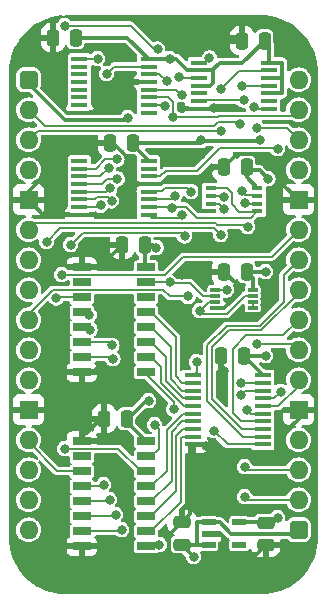
<source format=gbr>
%TF.GenerationSoftware,KiCad,Pcbnew,7.0.5*%
%TF.CreationDate,2023-12-18T07:09:22+02:00*%
%TF.ProjectId,PS2 FIFO,50533220-4649-4464-9f2e-6b696361645f,rev?*%
%TF.SameCoordinates,Original*%
%TF.FileFunction,Copper,L1,Top*%
%TF.FilePolarity,Positive*%
%FSLAX46Y46*%
G04 Gerber Fmt 4.6, Leading zero omitted, Abs format (unit mm)*
G04 Created by KiCad (PCBNEW 7.0.5) date 2023-12-18 07:09:22*
%MOMM*%
%LPD*%
G01*
G04 APERTURE LIST*
G04 Aperture macros list*
%AMRoundRect*
0 Rectangle with rounded corners*
0 $1 Rounding radius*
0 $2 $3 $4 $5 $6 $7 $8 $9 X,Y pos of 4 corners*
0 Add a 4 corners polygon primitive as box body*
4,1,4,$2,$3,$4,$5,$6,$7,$8,$9,$2,$3,0*
0 Add four circle primitives for the rounded corners*
1,1,$1+$1,$2,$3*
1,1,$1+$1,$4,$5*
1,1,$1+$1,$6,$7*
1,1,$1+$1,$8,$9*
0 Add four rect primitives between the rounded corners*
20,1,$1+$1,$2,$3,$4,$5,0*
20,1,$1+$1,$4,$5,$6,$7,0*
20,1,$1+$1,$6,$7,$8,$9,0*
20,1,$1+$1,$8,$9,$2,$3,0*%
G04 Aperture macros list end*
%TA.AperFunction,SMDPad,CuDef*%
%ADD10RoundRect,0.250000X0.475000X-0.250000X0.475000X0.250000X-0.475000X0.250000X-0.475000X-0.250000X0*%
%TD*%
%TA.AperFunction,SMDPad,CuDef*%
%ADD11RoundRect,0.250000X0.250000X0.475000X-0.250000X0.475000X-0.250000X-0.475000X0.250000X-0.475000X0*%
%TD*%
%TA.AperFunction,SMDPad,CuDef*%
%ADD12R,1.550000X0.650000*%
%TD*%
%TA.AperFunction,SMDPad,CuDef*%
%ADD13R,0.850000X0.300000*%
%TD*%
%TA.AperFunction,SMDPad,CuDef*%
%ADD14R,1.450000X0.450000*%
%TD*%
%TA.AperFunction,ComponentPad*%
%ADD15RoundRect,0.400000X-0.400000X-0.400000X0.400000X-0.400000X0.400000X0.400000X-0.400000X0.400000X0*%
%TD*%
%TA.AperFunction,ComponentPad*%
%ADD16O,1.600000X1.600000*%
%TD*%
%TA.AperFunction,ComponentPad*%
%ADD17R,1.600000X1.600000*%
%TD*%
%TA.AperFunction,SMDPad,CuDef*%
%ADD18R,0.950000X0.450000*%
%TD*%
%TA.AperFunction,SMDPad,CuDef*%
%ADD19R,1.475000X0.450000*%
%TD*%
%TA.AperFunction,SMDPad,CuDef*%
%ADD20RoundRect,0.250000X-0.475000X0.250000X-0.475000X-0.250000X0.475000X-0.250000X0.475000X0.250000X0*%
%TD*%
%TA.AperFunction,SMDPad,CuDef*%
%ADD21R,1.150000X0.600000*%
%TD*%
%TA.AperFunction,ViaPad*%
%ADD22C,0.800000*%
%TD*%
%TA.AperFunction,Conductor*%
%ADD23C,0.380000*%
%TD*%
%TA.AperFunction,Conductor*%
%ADD24C,0.200000*%
%TD*%
G04 APERTURE END LIST*
D10*
%TO.P,C1,1*%
%TO.N,/5V*%
X127284000Y-92699000D03*
%TO.P,C1,2*%
%TO.N,/GND*%
X127284000Y-90799000D03*
%TD*%
D11*
%TO.P,C9,1*%
%TO.N,/5V*%
X124124000Y-67310000D03*
%TO.P,C9,2*%
%TO.N,/GND*%
X122224000Y-67310000D03*
%TD*%
%TO.P,C4,1*%
%TO.N,/3.3V*%
X132760000Y-60706000D03*
%TO.P,C4,2*%
%TO.N,/GND*%
X130860000Y-60706000D03*
%TD*%
D12*
%TO.P,IC6,1,~{EN(TSC)}*%
%TO.N,/GND*%
X118810000Y-83947000D03*
%TO.P,IC6,2,DIR*%
%TO.N,unconnected-(IC6-DIR-Pad2)*%
X118810000Y-85217000D03*
%TO.P,IC6,3,SI*%
%TO.N,/Packet Pulse_{2}*%
X118810000Y-86487000D03*
%TO.P,IC6,4,D0*%
%TO.N,/Q4*%
X118810000Y-87757000D03*
%TO.P,IC6,5,D1*%
%TO.N,/Q5*%
X118810000Y-89027000D03*
%TO.P,IC6,6,D2*%
%TO.N,/Q6*%
X118810000Y-90297000D03*
%TO.P,IC6,7,D3*%
%TO.N,/Q7*%
X118810000Y-91567000D03*
%TO.P,IC6,8,GND*%
%TO.N,/GND*%
X118810000Y-92837000D03*
%TO.P,IC6,9,MR*%
%TO.N,/~{Reset}*%
X124260000Y-92837000D03*
%TO.P,IC6,10,Q3*%
%TO.N,/S7*%
X124260000Y-91567000D03*
%TO.P,IC6,11,Q2*%
%TO.N,/S6*%
X124260000Y-90297000D03*
%TO.P,IC6,12,Q1*%
%TO.N,/S5*%
X124260000Y-89027000D03*
%TO.P,IC6,13,Q0*%
%TO.N,/S4*%
X124260000Y-87757000D03*
%TO.P,IC6,14,DOR*%
%TO.N,/Output Ready*%
X124260000Y-86487000D03*
%TO.P,IC6,15,~{SO}*%
%TO.N,/~{Read}_{3}*%
X124260000Y-85217000D03*
%TO.P,IC6,16,5V*%
%TO.N,/5V*%
X124260000Y-83947000D03*
%TD*%
D11*
%TO.P,C6,1*%
%TO.N,/3.3V*%
X123108000Y-58674000D03*
%TO.P,C6,2*%
%TO.N,/GND*%
X121208000Y-58674000D03*
%TD*%
D13*
%TO.P,IC10,1,1A*%
%TO.N,/Read*%
X130120000Y-71132000D03*
%TO.P,IC10,2,3Y*%
%TO.N,/~{Read}_{3}*%
X130120000Y-71632000D03*
%TO.P,IC10,3,2A*%
%TO.N,/~{Read}*%
X130120000Y-72132000D03*
%TO.P,IC10,4,GND*%
%TO.N,/GND*%
X130120000Y-72632000D03*
%TO.P,IC10,5,2Y*%
%TO.N,/Read_{2}*%
X133270000Y-72632000D03*
%TO.P,IC10,6,3A*%
X133270000Y-72132000D03*
%TO.P,IC10,7,1Y*%
%TO.N,/~{Read}*%
X133270000Y-71632000D03*
%TO.P,IC10,8,3V*%
%TO.N,/3.3V*%
X133270000Y-71132000D03*
%TD*%
D14*
%TO.P,IC9,1,Q1*%
%TO.N,unconnected-(IC9-Q1-Pad1)*%
X118610000Y-60209000D03*
%TO.P,IC9,2,Q2*%
%TO.N,/Q7*%
X118610000Y-60859000D03*
%TO.P,IC9,3,Q3*%
%TO.N,/Q6*%
X118610000Y-61509000D03*
%TO.P,IC9,4,Q4*%
%TO.N,/Q5*%
X118610000Y-62159000D03*
%TO.P,IC9,5,Q5*%
%TO.N,/Q4*%
X118610000Y-62809000D03*
%TO.P,IC9,6,Q6*%
%TO.N,/Q3*%
X118610000Y-63459000D03*
%TO.P,IC9,7,Q7*%
%TO.N,/Q2*%
X118610000Y-64109000D03*
%TO.P,IC9,8,GND*%
%TO.N,/GND*%
X118610000Y-64759000D03*
%TO.P,IC9,9,Q7S*%
%TO.N,Net-(IC5-DS)*%
X124460000Y-64759000D03*
%TO.P,IC9,10,~{MR}*%
%TO.N,/~{Reset}*%
X124460000Y-64109000D03*
%TO.P,IC9,11,SHCP*%
%TO.N,/~{Clock}*%
X124460000Y-63459000D03*
%TO.P,IC9,12,STCP*%
%TO.N,/Packet Pulse*%
X124460000Y-62809000D03*
%TO.P,IC9,13,~{OE}*%
%TO.N,/GND*%
X124460000Y-62159000D03*
%TO.P,IC9,14,DS*%
%TO.N,/Data*%
X124460000Y-61509000D03*
%TO.P,IC9,15,Q0*%
%TO.N,unconnected-(IC9-Q0-Pad15)*%
X124460000Y-60859000D03*
%TO.P,IC9,16,3V*%
%TO.N,/3.3V*%
X124460000Y-60209000D03*
%TD*%
D11*
%TO.P,C10,1*%
%TO.N,/5V*%
X122600000Y-82042000D03*
%TO.P,C10,2*%
%TO.N,/GND*%
X120700000Y-82042000D03*
%TD*%
D15*
%TO.P,J1,1,Pin_1*%
%TO.N,/5V*%
X114300000Y-53340000D03*
D16*
%TO.P,J1,2,Pin_2*%
%TO.N,/~{Packet Pulse}*%
X114300000Y-55880000D03*
%TO.P,J1,3,Pin_3*%
%TO.N,/Read*%
X114300000Y-58420000D03*
%TO.P,J1,4,Pin_4*%
%TO.N,/~{Code Pulse}*%
X114300000Y-60960000D03*
D17*
%TO.P,J1,5,Pin_5*%
%TO.N,/GND*%
X114300000Y-63500000D03*
D16*
%TO.P,J1,6,Pin_6*%
%TO.N,/~{Clear Packet Waiting}*%
X114300000Y-66040000D03*
%TO.P,J1,7,Pin_7*%
%TO.N,/~{Clear Code Waiting}*%
X114300000Y-68580000D03*
%TO.P,J1,8,Pin_8*%
%TO.N,/Packet Pulse*%
X114300000Y-71120000D03*
%TO.P,J1,9,Pin_9*%
%TO.N,/~{Reset}*%
X114300000Y-73660000D03*
%TO.P,J1,10,Pin_10*%
%TO.N,unconnected-(J1-Pin_10-Pad10)*%
X114300000Y-76200000D03*
%TO.P,J1,11,Pin_11*%
%TO.N,unconnected-(J1-Pin_11-Pad11)*%
X114300000Y-78740000D03*
D17*
%TO.P,J1,12,Pin_12*%
%TO.N,/GND*%
X114300000Y-81280000D03*
D16*
%TO.P,J1,13,Pin_13*%
%TO.N,/Packet Pulse_{2}*%
X114300000Y-83820000D03*
%TO.P,J1,14,Pin_14*%
%TO.N,unconnected-(J1-Pin_14-Pad14)*%
X114300000Y-86360000D03*
%TO.P,J1,15,Pin_15*%
%TO.N,unconnected-(J1-Pin_15-Pad15)*%
X114300000Y-88900000D03*
%TO.P,J1,16,Pin_16*%
%TO.N,unconnected-(J1-Pin_16-Pad16)*%
X114300000Y-91440000D03*
D15*
%TO.P,J1,17,Pin_17*%
%TO.N,/5V*%
X137160000Y-91440000D03*
D16*
%TO.P,J1,18,Pin_18*%
%TO.N,/D0*%
X137160000Y-88900000D03*
%TO.P,J1,19,Pin_19*%
%TO.N,/D1*%
X137160000Y-86360000D03*
%TO.P,J1,20,Pin_20*%
%TO.N,/D2*%
X137160000Y-83820000D03*
D17*
%TO.P,J1,21,Pin_21*%
%TO.N,/GND*%
X137160000Y-81280000D03*
D16*
%TO.P,J1,22,Pin_22*%
%TO.N,/D3*%
X137160000Y-78740000D03*
%TO.P,J1,23,Pin_23*%
%TO.N,/D4*%
X137160000Y-76200000D03*
%TO.P,J1,24,Pin_24*%
%TO.N,/D5*%
X137160000Y-73660000D03*
%TO.P,J1,25,Pin_25*%
%TO.N,/D6*%
X137160000Y-71120000D03*
%TO.P,J1,26,Pin_26*%
%TO.N,/D7*%
X137160000Y-68580000D03*
%TO.P,J1,27,Pin_27*%
%TO.N,/Output Ready*%
X137160000Y-66040000D03*
D17*
%TO.P,J1,28,Pin_28*%
%TO.N,/GND*%
X137160000Y-63500000D03*
D16*
%TO.P,J1,29,Pin_29*%
%TO.N,/~{Packet Waiting}*%
X137160000Y-60960000D03*
%TO.P,J1,30,Pin_30*%
%TO.N,/~{Code Waiting}*%
X137160000Y-58420000D03*
%TO.P,J1,31,Pin_31*%
%TO.N,/~{Clock}*%
X137160000Y-55880000D03*
%TO.P,J1,32,Pin_32*%
%TO.N,/Data*%
X137160000Y-53340000D03*
%TD*%
D11*
%TO.P,C7,1*%
%TO.N,/3.3V*%
X132760000Y-69596000D03*
%TO.P,C7,2*%
%TO.N,/GND*%
X130860000Y-69596000D03*
%TD*%
D18*
%TO.P,IC7,1,1A*%
%TO.N,/~{Reset}*%
X129720000Y-62525000D03*
%TO.P,IC7,2,1B*%
%TO.N,/~{Clear Code Waiting}*%
X129720000Y-63175000D03*
%TO.P,IC7,3,2Y*%
%TO.N,Net-(IC3-~{2RD})*%
X129720000Y-63825000D03*
%TO.P,IC7,4,GND*%
%TO.N,/GND*%
X129720000Y-64475000D03*
%TO.P,IC7,5,2A*%
%TO.N,/~{Reset}*%
X133670000Y-64475000D03*
%TO.P,IC7,6,2B*%
%TO.N,/~{Clear Packet Waiting}*%
X133670000Y-63825000D03*
%TO.P,IC7,7,1Y*%
%TO.N,Net-(IC3-~{1RD})*%
X133670000Y-63175000D03*
%TO.P,IC7,8,3V*%
%TO.N,/3.3V*%
X133670000Y-62525000D03*
%TD*%
D19*
%TO.P,IC3,1,~{1RD}*%
%TO.N,Net-(IC3-~{1RD})*%
X128757000Y-51898000D03*
%TO.P,IC3,2,1D*%
%TO.N,/3.3V*%
X128757000Y-52548000D03*
%TO.P,IC3,3,1CP*%
%TO.N,/~{Code Pulse}*%
X128757000Y-53198000D03*
%TO.P,IC3,4,~{1SD}*%
%TO.N,/3.3V*%
X128757000Y-53848000D03*
%TO.P,IC3,5,1Q*%
%TO.N,unconnected-(IC3-1Q-Pad5)*%
X128757000Y-54498000D03*
%TO.P,IC3,6,~{1Q}*%
%TO.N,/~{Code Waiting}*%
X128757000Y-55148000D03*
%TO.P,IC3,7,GND*%
%TO.N,/GND*%
X128757000Y-55798000D03*
%TO.P,IC3,8,~{2Q}*%
%TO.N,/~{Packet Waiting}*%
X134633000Y-55798000D03*
%TO.P,IC3,9,2Q*%
%TO.N,unconnected-(IC3-2Q-Pad9)*%
X134633000Y-55148000D03*
%TO.P,IC3,10,~{2SD}*%
%TO.N,/3.3V*%
X134633000Y-54498000D03*
%TO.P,IC3,11,2CP*%
%TO.N,/~{Packet Pulse}*%
X134633000Y-53848000D03*
%TO.P,IC3,12,2D*%
%TO.N,/3.3V*%
X134633000Y-53198000D03*
%TO.P,IC3,13,~{2RD}*%
%TO.N,Net-(IC3-~{2RD})*%
X134633000Y-52548000D03*
%TO.P,IC3,14,3V*%
%TO.N,/3.3V*%
X134633000Y-51898000D03*
%TD*%
D11*
%TO.P,C8,1*%
%TO.N,/3.3V*%
X132506000Y-76708000D03*
%TO.P,C8,2*%
%TO.N,/GND*%
X130606000Y-76708000D03*
%TD*%
D20*
%TO.P,C2,1*%
%TO.N,/3.3V*%
X134396000Y-90831000D03*
%TO.P,C2,2*%
%TO.N,/GND*%
X134396000Y-92731000D03*
%TD*%
D11*
%TO.P,C5,1*%
%TO.N,/3.3V*%
X134284000Y-50038000D03*
%TO.P,C5,2*%
%TO.N,/GND*%
X132384000Y-50038000D03*
%TD*%
D14*
%TO.P,IC5,1,Q1*%
%TO.N,/Q0*%
X118610000Y-51573000D03*
%TO.P,IC5,2,Q2*%
%TO.N,unconnected-(IC5-Q2-Pad2)*%
X118610000Y-52223000D03*
%TO.P,IC5,3,Q3*%
%TO.N,unconnected-(IC5-Q3-Pad3)*%
X118610000Y-52873000D03*
%TO.P,IC5,4,Q4*%
%TO.N,unconnected-(IC5-Q4-Pad4)*%
X118610000Y-53523000D03*
%TO.P,IC5,5,Q5*%
%TO.N,unconnected-(IC5-Q5-Pad5)*%
X118610000Y-54173000D03*
%TO.P,IC5,6,Q6*%
%TO.N,unconnected-(IC5-Q6-Pad6)*%
X118610000Y-54823000D03*
%TO.P,IC5,7,Q7*%
%TO.N,unconnected-(IC5-Q7-Pad7)*%
X118610000Y-55473000D03*
%TO.P,IC5,8,GND*%
%TO.N,/GND*%
X118610000Y-56123000D03*
%TO.P,IC5,9,Q7S*%
%TO.N,unconnected-(IC5-Q7S-Pad9)*%
X124460000Y-56123000D03*
%TO.P,IC5,10,~{MR}*%
%TO.N,/~{Reset}*%
X124460000Y-55473000D03*
%TO.P,IC5,11,SHCP*%
%TO.N,/~{Clock}*%
X124460000Y-54823000D03*
%TO.P,IC5,12,STCP*%
%TO.N,/Packet Pulse*%
X124460000Y-54173000D03*
%TO.P,IC5,13,~{OE}*%
%TO.N,/GND*%
X124460000Y-53523000D03*
%TO.P,IC5,14,DS*%
%TO.N,Net-(IC5-DS)*%
X124460000Y-52873000D03*
%TO.P,IC5,15,Q0*%
%TO.N,/Q1*%
X124460000Y-52223000D03*
%TO.P,IC5,16,3V*%
%TO.N,/3.3V*%
X124460000Y-51573000D03*
%TD*%
D12*
%TO.P,IC2,1,~{EN(TSC)}*%
%TO.N,/GND*%
X118810000Y-69215000D03*
%TO.P,IC2,2,DIR*%
%TO.N,unconnected-(IC2-DIR-Pad2)*%
X118810000Y-70485000D03*
%TO.P,IC2,3,SI*%
%TO.N,/Packet Pulse_{2}*%
X118810000Y-71755000D03*
%TO.P,IC2,4,D0*%
%TO.N,/Q0*%
X118810000Y-73025000D03*
%TO.P,IC2,5,D1*%
%TO.N,/Q1*%
X118810000Y-74295000D03*
%TO.P,IC2,6,D2*%
%TO.N,/Q2*%
X118810000Y-75565000D03*
%TO.P,IC2,7,D3*%
%TO.N,/Q3*%
X118810000Y-76835000D03*
%TO.P,IC2,8,GND*%
%TO.N,/GND*%
X118810000Y-78105000D03*
%TO.P,IC2,9,MR*%
%TO.N,/~{Reset}*%
X124260000Y-78105000D03*
%TO.P,IC2,10,Q3*%
%TO.N,/S3*%
X124260000Y-76835000D03*
%TO.P,IC2,11,Q2*%
%TO.N,/S2*%
X124260000Y-75565000D03*
%TO.P,IC2,12,Q1*%
%TO.N,/S1*%
X124260000Y-74295000D03*
%TO.P,IC2,13,Q0*%
%TO.N,/S0*%
X124260000Y-73025000D03*
%TO.P,IC2,14,DOR*%
%TO.N,unconnected-(IC2-DOR-Pad14)*%
X124260000Y-71755000D03*
%TO.P,IC2,15,~{SO}*%
%TO.N,/~{Read}_{3}*%
X124260000Y-70485000D03*
%TO.P,IC2,16,5V*%
%TO.N,/5V*%
X124260000Y-69215000D03*
%TD*%
D19*
%TO.P,IC8,1,~{OE}*%
%TO.N,/~{Read}*%
X128249000Y-78355000D03*
%TO.P,IC8,2,D0*%
%TO.N,/S0*%
X128249000Y-79005000D03*
%TO.P,IC8,3,D1*%
%TO.N,/S1*%
X128249000Y-79655000D03*
%TO.P,IC8,4,D2*%
%TO.N,/S2*%
X128249000Y-80305000D03*
%TO.P,IC8,5,D3*%
%TO.N,/S3*%
X128249000Y-80955000D03*
%TO.P,IC8,6,D4*%
%TO.N,/S4*%
X128249000Y-81605000D03*
%TO.P,IC8,7,D5*%
%TO.N,/S5*%
X128249000Y-82255000D03*
%TO.P,IC8,8,D6*%
%TO.N,/S6*%
X128249000Y-82905000D03*
%TO.P,IC8,9,D7*%
%TO.N,/S7*%
X128249000Y-83555000D03*
%TO.P,IC8,10,GND*%
%TO.N,/GND*%
X128249000Y-84205000D03*
%TO.P,IC8,11,CP*%
%TO.N,/Read*%
X134125000Y-84205000D03*
%TO.P,IC8,12,Q7*%
%TO.N,/D7*%
X134125000Y-83555000D03*
%TO.P,IC8,13,Q6*%
%TO.N,/D6*%
X134125000Y-82905000D03*
%TO.P,IC8,14,Q5*%
%TO.N,/D5*%
X134125000Y-82255000D03*
%TO.P,IC8,15,Q4*%
%TO.N,/D4*%
X134125000Y-81605000D03*
%TO.P,IC8,16,Q3*%
%TO.N,/D3*%
X134125000Y-80955000D03*
%TO.P,IC8,17,Q2*%
%TO.N,/D2*%
X134125000Y-80305000D03*
%TO.P,IC8,18,Q1*%
%TO.N,/D1*%
X134125000Y-79655000D03*
%TO.P,IC8,19,Q0*%
%TO.N,/D0*%
X134125000Y-79005000D03*
%TO.P,IC8,20,3V*%
%TO.N,/3.3V*%
X134125000Y-78355000D03*
%TD*%
D11*
%TO.P,C3,1*%
%TO.N,/3.3V*%
X118282000Y-49784000D03*
%TO.P,C3,2*%
%TO.N,/GND*%
X116382000Y-49784000D03*
%TD*%
D21*
%TO.P,IC1,1,VIN*%
%TO.N,/5V*%
X129540000Y-90815000D03*
%TO.P,IC1,2,GND*%
%TO.N,/GND*%
X129540000Y-91765000D03*
%TO.P,IC1,3,EN*%
%TO.N,/5V*%
X129540000Y-92715000D03*
%TO.P,IC1,4,ADJ*%
%TO.N,unconnected-(IC1-ADJ-Pad4)*%
X132140000Y-92715000D03*
%TO.P,IC1,5,VOUT*%
%TO.N,/3.3V*%
X132140000Y-90815000D03*
%TD*%
D22*
%TO.N,/5V*%
X128270000Y-93726000D03*
X124460000Y-80518000D03*
X125105183Y-67548413D03*
X122700623Y-56549000D03*
%TO.N,/GND*%
X129286004Y-84328000D03*
X130810000Y-77978000D03*
X128900000Y-59709797D03*
X126238000Y-93698000D03*
X120650000Y-68834000D03*
X130010794Y-55771295D03*
X120142008Y-77978000D03*
X120650000Y-83566000D03*
X120396000Y-92709996D03*
X127254000Y-69850000D03*
X128900000Y-61722000D03*
X125984000Y-59944000D03*
X126746000Y-73406000D03*
X129032000Y-50291992D03*
%TO.N,/Output Ready*%
X117348000Y-84581988D03*
X117094006Y-69850000D03*
%TO.N,/Data*%
X135382000Y-59182000D03*
%TO.N,/3.3V*%
X135382000Y-90424000D03*
X128900000Y-58481585D03*
X134366000Y-69596000D03*
X133858000Y-58401000D03*
X134569385Y-61722000D03*
X134366000Y-76708000D03*
X126238000Y-51562000D03*
%TO.N,/Packet Pulse*%
X117856000Y-67310000D03*
X127254000Y-54610000D03*
X127508000Y-66576101D03*
X128065000Y-62812348D03*
%TO.N,/~{Clock}*%
X126545251Y-56466526D03*
X126664986Y-63184000D03*
%TO.N,/Packet Pulse_{2}*%
X116648000Y-71816272D03*
%TO.N,/Q0*%
X120142000Y-51562000D03*
X119460000Y-73244499D03*
%TO.N,/Q1*%
X119486932Y-74488426D03*
X120904000Y-52832000D03*
%TO.N,/Q2*%
X120396000Y-63969000D03*
X121353178Y-75829833D03*
%TO.N,/Q3*%
X121440000Y-76962000D03*
X121326310Y-63602220D03*
%TO.N,/~{Reset}*%
X125845251Y-55594385D03*
X126474838Y-64233313D03*
X126596657Y-81230115D03*
X127812615Y-71678615D03*
X125378994Y-92710000D03*
%TO.N,/~{Code Pulse}*%
X127000000Y-53086000D03*
X117348000Y-48768000D03*
X125225385Y-50749860D03*
%TO.N,/~{Code Waiting}*%
X133604000Y-57404000D03*
X132517950Y-55071295D03*
%TO.N,/~{Packet Pulse}*%
X132174004Y-57088000D03*
X132334000Y-53866801D03*
%TO.N,/Q4*%
X121172432Y-62498432D03*
X120650000Y-87630000D03*
%TO.N,/Q5*%
X121158000Y-88900000D03*
X121814569Y-61729731D03*
%TO.N,/Q6*%
X121082836Y-60810188D03*
X121666000Y-90170006D03*
%TO.N,/Q7*%
X121778240Y-60091566D03*
X122174000Y-91440000D03*
%TO.N,Net-(IC3-~{1RD})*%
X129619737Y-51482263D03*
X132333984Y-62738000D03*
%TO.N,/~{Packet Waiting}*%
X133350000Y-55688000D03*
%TO.N,Net-(IC3-~{2RD})*%
X130556000Y-54102000D03*
X130810000Y-64262000D03*
%TO.N,/~{Clear Code Waiting}*%
X130556000Y-66464012D03*
X130810000Y-63246000D03*
X115824000Y-67056000D03*
%TO.N,/D0*%
X132272000Y-79009997D03*
X132588000Y-88646000D03*
%TO.N,/D1*%
X132588000Y-86106000D03*
X132272000Y-80035969D03*
%TO.N,/D2*%
X135636000Y-79756006D03*
%TO.N,/D4*%
X133604000Y-75692000D03*
X132797825Y-81288098D03*
%TO.N,/~{Read}_{3}*%
X124978004Y-82550000D03*
X126238000Y-70485000D03*
%TO.N,Net-(IC5-DS)*%
X125984000Y-53473000D03*
X127314720Y-64776087D03*
%TO.N,/~{Read}*%
X128524000Y-77216000D03*
X128777995Y-72898005D03*
%TO.N,/Read*%
X130020000Y-83058000D03*
X130565016Y-57649000D03*
X131064000Y-71132000D03*
%TO.N,/~{Clear Packet Waiting}*%
X132668744Y-63774869D03*
X132842000Y-65786000D03*
%TD*%
D23*
%TO.N,/5V*%
X117374964Y-56738000D02*
X122511623Y-56738000D01*
X124124000Y-67310000D02*
X124866770Y-67310000D01*
X114300000Y-53663036D02*
X117374964Y-56738000D01*
X124206000Y-80518000D02*
X124460000Y-80518000D01*
X122600000Y-82287000D02*
X124260000Y-83947000D01*
X124124000Y-67310000D02*
X124124000Y-69079000D01*
X122682000Y-82042000D02*
X124206000Y-80518000D01*
X122511623Y-56738000D02*
X122700623Y-56549000D01*
X128554000Y-90846000D02*
X128554000Y-92699000D01*
X129540000Y-90815000D02*
X130495000Y-90815000D01*
X129540000Y-90815000D02*
X128585000Y-90815000D01*
X128554000Y-92699000D02*
X129524000Y-92699000D01*
X128585000Y-90815000D02*
X128554000Y-90846000D01*
X127284000Y-92740000D02*
X128270000Y-93726000D01*
X124866770Y-67310000D02*
X125105183Y-67548413D01*
X131456000Y-91776000D02*
X136824000Y-91776000D01*
X130495000Y-90815000D02*
X131456000Y-91776000D01*
X128554000Y-92699000D02*
X127284000Y-92699000D01*
%TO.N,/GND*%
X127284000Y-90799000D02*
X126169000Y-91914000D01*
X121384004Y-93698000D02*
X126238000Y-93698000D01*
X128524000Y-59944000D02*
X128758203Y-59709797D01*
X120650000Y-68884000D02*
X120319000Y-69215000D01*
X125507780Y-62159000D02*
X125944780Y-61722000D01*
X131242000Y-93472000D02*
X133655000Y-93472000D01*
X129540000Y-91765000D02*
X130495000Y-91765000D01*
X121208000Y-58674000D02*
X118415000Y-58674000D01*
X134267000Y-59591000D02*
X135970000Y-61294000D01*
X128249000Y-84205000D02*
X129163004Y-84205000D01*
X125984000Y-59944000D02*
X128524000Y-59944000D01*
X116382000Y-49784000D02*
X116382000Y-54924792D01*
X128865000Y-64475000D02*
X129720000Y-64475000D01*
X122224000Y-67310000D02*
X120700000Y-68834000D01*
X121286759Y-64759000D02*
X123345000Y-62700759D01*
X129560712Y-49763280D02*
X129032000Y-50291992D01*
X137160000Y-82042000D02*
X137160000Y-81788000D01*
X130860000Y-60706000D02*
X131975000Y-59591000D01*
X130860000Y-69596000D02*
X127508000Y-69596000D01*
X114300000Y-81280000D02*
X118872000Y-81280000D01*
X119634000Y-82042000D02*
X120700000Y-82042000D01*
X130860000Y-60706000D02*
X130059000Y-60706000D01*
X128665186Y-61722000D02*
X128854093Y-61910907D01*
X118810000Y-78105000D02*
X120015008Y-78105000D01*
X128757000Y-55798000D02*
X129984089Y-55798000D01*
X131854000Y-70590000D02*
X131854000Y-71680036D01*
X125944780Y-61722000D02*
X128665186Y-61722000D01*
X120700000Y-83516000D02*
X120650000Y-83566000D01*
X122290000Y-53523000D02*
X119690000Y-56123000D01*
X126169000Y-93629000D02*
X126238000Y-93698000D01*
X120396000Y-92709996D02*
X121384004Y-93698000D01*
X130059000Y-60706000D02*
X129043000Y-61722000D01*
X116382000Y-54924792D02*
X117580208Y-56123000D01*
X126169000Y-91914000D02*
X126169000Y-93629000D01*
X123345000Y-62169000D02*
X123355000Y-62159000D01*
X127282000Y-94742000D02*
X126238000Y-93698000D01*
X115559000Y-64759000D02*
X118610000Y-64759000D01*
X128855000Y-61911814D02*
X128855000Y-63158589D01*
X114300000Y-62789000D02*
X114300000Y-63500000D01*
X135252500Y-84820000D02*
X135252500Y-83949500D01*
X124460000Y-53523000D02*
X122290000Y-53523000D01*
X124460000Y-62159000D02*
X125507780Y-62159000D01*
X135970000Y-61294000D02*
X135970000Y-62310000D01*
X135970000Y-62310000D02*
X137160000Y-63500000D01*
X128758203Y-59709797D02*
X128900000Y-59709797D01*
X128854093Y-64464093D02*
X128865000Y-64475000D01*
X120268996Y-92837000D02*
X120396000Y-92709996D01*
X120015008Y-78105000D02*
X120142008Y-77978000D01*
X120650000Y-68834000D02*
X120650000Y-68884000D01*
X128854093Y-63159496D02*
X128854093Y-64464093D01*
X120700000Y-78535992D02*
X120142008Y-77978000D01*
X135252500Y-83949500D02*
X137160000Y-82042000D01*
X120396000Y-82042000D02*
X118810000Y-83628000D01*
X127995000Y-84459000D02*
X127995000Y-90088000D01*
X119690000Y-56123000D02*
X118610000Y-56123000D01*
X128854093Y-61910907D02*
X128855000Y-61911814D01*
X129286004Y-84328000D02*
X129778004Y-84820000D01*
X132109280Y-49763280D02*
X129560712Y-49763280D01*
X118415000Y-58674000D02*
X114300000Y-62789000D01*
X118872000Y-81280000D02*
X119634000Y-82042000D01*
X130606000Y-77774000D02*
X130810000Y-77978000D01*
X131854000Y-71680036D02*
X130862036Y-72672000D01*
X130495000Y-91765000D02*
X131064000Y-92334000D01*
X131064000Y-93294000D02*
X131242000Y-93472000D01*
X121477903Y-58674000D02*
X123345000Y-60541097D01*
X128855000Y-63158589D02*
X128854093Y-63159496D01*
X120700000Y-82042000D02*
X120700000Y-78535992D01*
X131064000Y-92334000D02*
X131064000Y-93294000D01*
X123345000Y-60541097D02*
X123345000Y-62149000D01*
X117580208Y-56123000D02*
X118610000Y-56123000D01*
X130862036Y-72672000D02*
X130120000Y-72672000D01*
X120319000Y-69215000D02*
X118810000Y-69215000D01*
X120700000Y-68834000D02*
X120650000Y-68834000D01*
X127508000Y-69596000D02*
X127254000Y-69850000D01*
X123345000Y-62700759D02*
X123345000Y-62169000D01*
X133655000Y-93472000D02*
X134396000Y-92731000D01*
X120700000Y-82042000D02*
X120700000Y-83516000D01*
X130606000Y-76708000D02*
X130606000Y-77774000D01*
X129163004Y-84205000D02*
X129286004Y-84328000D01*
X129616000Y-94742000D02*
X127282000Y-94742000D01*
X114300000Y-63500000D02*
X115559000Y-64759000D01*
X128249000Y-84205000D02*
X127995000Y-84459000D01*
X130860000Y-69596000D02*
X131854000Y-70590000D01*
X128854093Y-61910907D02*
X128854093Y-61767907D01*
X129778004Y-84820000D02*
X135252500Y-84820000D01*
X123355000Y-62159000D02*
X124460000Y-62159000D01*
X127995000Y-90088000D02*
X127284000Y-90799000D01*
X118810000Y-92837000D02*
X120268996Y-92837000D01*
X118610000Y-64759000D02*
X121286759Y-64759000D01*
X123345000Y-62149000D02*
X123355000Y-62159000D01*
X131975000Y-59591000D02*
X134267000Y-59591000D01*
X118810000Y-83628000D02*
X118810000Y-83947000D01*
X131064000Y-93294000D02*
X129616000Y-94742000D01*
X129043000Y-61722000D02*
X128900000Y-61722000D01*
X128854093Y-61767907D02*
X128900000Y-61722000D01*
X129984089Y-55798000D02*
X130010794Y-55771295D01*
D24*
%TO.N,/Output Ready*%
X125883050Y-69850000D02*
X117094006Y-69850000D01*
X121904988Y-84581988D02*
X117348000Y-84581988D01*
X137160000Y-66040000D02*
X134874000Y-68326000D01*
X123810000Y-86487000D02*
X121904988Y-84581988D01*
X127407050Y-68326000D02*
X125883050Y-69850000D01*
X134874000Y-68326000D02*
X127407050Y-68326000D01*
%TO.N,/Data*%
X125464815Y-61509000D02*
X125915820Y-61057996D01*
X125915820Y-61057996D02*
X128541751Y-61057996D01*
X130498747Y-59101000D02*
X135301000Y-59101000D01*
X135301000Y-59101000D02*
X135382000Y-59182000D01*
X128541751Y-61057996D02*
X130498747Y-59101000D01*
X124460000Y-61509000D02*
X125464815Y-61509000D01*
D23*
%TO.N,/3.3V*%
X132760000Y-61615000D02*
X133670000Y-62525000D01*
X135760500Y-53108500D02*
X135671000Y-53198000D01*
X126771308Y-51562000D02*
X127757308Y-52548000D01*
X129874500Y-52548000D02*
X129884500Y-52558000D01*
X134284000Y-50038000D02*
X134620000Y-50374000D01*
X129630500Y-53848000D02*
X128757000Y-53848000D01*
X130475227Y-51947273D02*
X132374727Y-51947273D01*
X133064615Y-61010615D02*
X133858000Y-61010615D01*
X134633000Y-53198000D02*
X135750500Y-53198000D01*
X132760000Y-60706000D02*
X132760000Y-61615000D01*
X124460000Y-51573000D02*
X122671000Y-49784000D01*
X123108000Y-58857000D02*
X124460000Y-60209000D01*
X133310000Y-70146000D02*
X133310000Y-71052000D01*
X128707585Y-58674000D02*
X128900000Y-58481585D01*
X132760000Y-69596000D02*
X134366000Y-69596000D01*
X123108000Y-58674000D02*
X128707585Y-58674000D01*
X134633000Y-51898000D02*
X135750500Y-51898000D01*
X129874500Y-52548000D02*
X130475227Y-51947273D01*
X126238000Y-51562000D02*
X124471000Y-51562000D01*
X134620000Y-50374000D02*
X134620000Y-51885000D01*
X122671000Y-49784000D02*
X118282000Y-49784000D01*
X133858000Y-58401000D02*
X133770376Y-58488624D01*
X134396000Y-90831000D02*
X134975000Y-90831000D01*
X128757000Y-52548000D02*
X129874500Y-52548000D01*
X129884500Y-53594000D02*
X129630500Y-53848000D01*
X135760500Y-53208000D02*
X135760500Y-54488000D01*
X135671000Y-53198000D02*
X134633000Y-53198000D01*
X133310000Y-71052000D02*
X133270000Y-71092000D01*
X132760000Y-69596000D02*
X133310000Y-70146000D01*
X135750500Y-51898000D02*
X135760500Y-51908000D01*
X135760500Y-51908000D02*
X135760500Y-53108500D01*
X128907039Y-58488624D02*
X128900000Y-58481585D01*
X135760500Y-54488000D02*
X135750500Y-54498000D01*
X129884500Y-52558000D02*
X129884500Y-53594000D01*
X132374727Y-51947273D02*
X134284000Y-50038000D01*
X132506000Y-76708000D02*
X134366000Y-76708000D01*
X126238000Y-51562000D02*
X126771308Y-51562000D01*
X134975000Y-90831000D02*
X135382000Y-90424000D01*
X127757308Y-52548000D02*
X128757000Y-52548000D01*
X135750500Y-53198000D02*
X135760500Y-53208000D01*
X133770376Y-58488624D02*
X128907039Y-58488624D01*
X133858000Y-61010615D02*
X134569385Y-61722000D01*
X134125000Y-78327000D02*
X132506000Y-76708000D01*
X132140000Y-90815000D02*
X134380000Y-90815000D01*
X135750500Y-54498000D02*
X134633000Y-54498000D01*
D24*
%TO.N,/Packet Pulse*%
X127508000Y-66576101D02*
X127207986Y-66276087D01*
X124460000Y-54173000D02*
X126817000Y-54173000D01*
X127207986Y-66276087D02*
X118889913Y-66276087D01*
X118889913Y-66276087D02*
X117856000Y-67310000D01*
X124531000Y-62738000D02*
X125621745Y-62738000D01*
X126817000Y-54173000D02*
X127254000Y-54610000D01*
X125875745Y-62484000D02*
X127736652Y-62484000D01*
X125621745Y-62738000D02*
X125875745Y-62484000D01*
X127736652Y-62484000D02*
X128065000Y-62812348D01*
%TO.N,/~{Clock}*%
X124460000Y-63459000D02*
X126389986Y-63459000D01*
X126142107Y-54823000D02*
X126545251Y-55226144D01*
X124460000Y-54823000D02*
X126142107Y-54823000D01*
X136652000Y-56388000D02*
X130384039Y-56388000D01*
X126545251Y-55226144D02*
X126545251Y-56466526D01*
X137160000Y-55880000D02*
X136652000Y-56388000D01*
X126389986Y-63459000D02*
X126664986Y-63184000D01*
X126550020Y-56471295D02*
X126545251Y-56466526D01*
X130384039Y-56388000D02*
X130300744Y-56471295D01*
X130300744Y-56471295D02*
X126550020Y-56471295D01*
%TO.N,/Packet Pulse_{2}*%
X114300000Y-84047950D02*
X116739050Y-86487000D01*
X116709272Y-71755000D02*
X116648000Y-71816272D01*
X116739050Y-86487000D02*
X118810000Y-86487000D01*
X118810000Y-71755000D02*
X116709272Y-71755000D01*
%TO.N,/Q0*%
X120131000Y-51573000D02*
X120142000Y-51562000D01*
X118610000Y-51573000D02*
X120131000Y-51573000D01*
%TO.N,/Q1*%
X119293506Y-74295000D02*
X119486932Y-74488426D01*
X120904000Y-52832000D02*
X121513000Y-52223000D01*
X121513000Y-52223000D02*
X124460000Y-52223000D01*
%TO.N,/Q2*%
X118610000Y-64109000D02*
X120256000Y-64109000D01*
X118810000Y-75565000D02*
X121088345Y-75565000D01*
X121088345Y-75565000D02*
X121353178Y-75829833D01*
X120256000Y-64109000D02*
X120396000Y-63969000D01*
%TO.N,/Q3*%
X118610000Y-63459000D02*
X119916050Y-63459000D01*
X119916050Y-63459000D02*
X120106050Y-63269000D01*
X120106050Y-63269000D02*
X120993090Y-63269000D01*
X121313000Y-76835000D02*
X121440000Y-76962000D01*
X118810000Y-76835000D02*
X121313000Y-76835000D01*
X120993090Y-63269000D02*
X121326310Y-63602220D01*
%TO.N,/~{Reset}*%
X124260000Y-78286000D02*
X126596657Y-80622657D01*
X116358050Y-71116272D02*
X125726272Y-71116272D01*
X124460000Y-55473000D02*
X125723866Y-55473000D01*
X133139000Y-65006000D02*
X128534583Y-65006000D01*
X124460000Y-64109000D02*
X126350525Y-64109000D01*
X133670000Y-64475000D02*
X133139000Y-65006000D01*
X125726272Y-71116272D02*
X126288615Y-71678615D01*
X132126892Y-64508002D02*
X131510000Y-63891110D01*
X128534583Y-65006000D02*
X127604670Y-64076087D01*
X131510000Y-63891110D02*
X131510000Y-62956050D01*
X114300000Y-73174322D02*
X116358050Y-71116272D01*
X131078950Y-62525000D02*
X129720000Y-62525000D01*
X126632064Y-64076087D02*
X126474838Y-64233313D01*
X126350525Y-64109000D02*
X126474838Y-64233313D01*
X131510000Y-62956050D02*
X131078950Y-62525000D01*
X126288615Y-71678615D02*
X127812615Y-71678615D01*
X127604670Y-64076087D02*
X126632064Y-64076087D01*
X125251994Y-92837000D02*
X125378994Y-92710000D01*
X126596657Y-80622657D02*
X126596657Y-81230115D01*
X124260000Y-92837000D02*
X125251994Y-92837000D01*
X125723866Y-55473000D02*
X125845251Y-55594385D01*
X133636998Y-64508002D02*
X132126892Y-64508002D01*
%TO.N,/~{Code Pulse}*%
X128757000Y-53198000D02*
X127112000Y-53198000D01*
X117357000Y-48759000D02*
X117348000Y-48768000D01*
X124917860Y-50749860D02*
X122936000Y-48768000D01*
X122927000Y-48759000D02*
X117357000Y-48759000D01*
X127112000Y-53198000D02*
X127000000Y-53086000D01*
X125225385Y-50749860D02*
X124917860Y-50749860D01*
X122936000Y-48768000D02*
X122927000Y-48759000D01*
%TO.N,/~{Code Waiting}*%
X136144000Y-57404000D02*
X133604000Y-57404000D01*
X128833705Y-55071295D02*
X132517950Y-55071295D01*
X137160000Y-58420000D02*
X136144000Y-57404000D01*
%TO.N,/~{Packet Pulse}*%
X134633000Y-53848000D02*
X132352801Y-53848000D01*
X132352801Y-53848000D02*
X132334000Y-53866801D01*
X131982004Y-56896000D02*
X132174004Y-57088000D01*
X114300000Y-55880000D02*
X115669000Y-57249000D01*
X130328050Y-56896000D02*
X131982004Y-56896000D01*
X129975050Y-57249000D02*
X130328050Y-56896000D01*
X115669000Y-57249000D02*
X129975050Y-57249000D01*
%TO.N,/Q4*%
X120861864Y-62809000D02*
X121172432Y-62498432D01*
X118810000Y-87757000D02*
X120523000Y-87757000D01*
X118610000Y-62809000D02*
X120861864Y-62809000D01*
X120523000Y-87757000D02*
X120650000Y-87630000D01*
%TO.N,/Q5*%
X121031000Y-89027000D02*
X121158000Y-88900000D01*
X118610000Y-62159000D02*
X120521893Y-62159000D01*
X120521893Y-62159000D02*
X120951162Y-61729731D01*
X118810000Y-89027000D02*
X121031000Y-89027000D01*
X120951162Y-61729731D02*
X121814569Y-61729731D01*
%TO.N,/Q6*%
X121539006Y-90297000D02*
X121666000Y-90170006D01*
X118610000Y-61509000D02*
X120384024Y-61509000D01*
X120384024Y-61509000D02*
X121082836Y-60810188D01*
X118810000Y-90297000D02*
X121539006Y-90297000D01*
%TO.N,/Q7*%
X118810000Y-91567000D02*
X122047000Y-91567000D01*
X122047000Y-91567000D02*
X122174000Y-91440000D01*
X118610000Y-60859000D02*
X120043893Y-60859000D01*
X120811327Y-60091566D02*
X121778240Y-60091566D01*
X120043893Y-60859000D02*
X120811327Y-60091566D01*
%TO.N,Net-(IC3-~{1RD})*%
X129204000Y-51898000D02*
X129619737Y-51482263D01*
X133569869Y-63074869D02*
X132670853Y-63074869D01*
X132670853Y-63074869D02*
X132333984Y-62738000D01*
%TO.N,/~{Packet Waiting}*%
X133460000Y-55798000D02*
X133350000Y-55688000D01*
X134633000Y-55798000D02*
X133460000Y-55798000D01*
%TO.N,Net-(IC3-~{2RD})*%
X130395000Y-63825000D02*
X130810000Y-64240000D01*
X130810000Y-64240000D02*
X130810000Y-64262000D01*
X132098000Y-52560000D02*
X130556000Y-54102000D01*
X134621000Y-52560000D02*
X132098000Y-52560000D01*
X129720000Y-63825000D02*
X130395000Y-63825000D01*
%TO.N,/~{Clear Code Waiting}*%
X129720000Y-63175000D02*
X130739000Y-63175000D01*
X129968075Y-65876087D02*
X117003913Y-65876087D01*
X130556000Y-66464012D02*
X129968075Y-65876087D01*
X117003913Y-65876087D02*
X115824000Y-67056000D01*
X130739000Y-63175000D02*
X130810000Y-63246000D01*
%TO.N,/D0*%
X132276997Y-79005000D02*
X132272000Y-79009997D01*
X134125000Y-79005000D02*
X132276997Y-79005000D01*
X132842000Y-88900000D02*
X132588000Y-88646000D01*
X137160000Y-88900000D02*
X132842000Y-88900000D01*
%TO.N,/D1*%
X134125000Y-79655000D02*
X132652969Y-79655000D01*
X132588000Y-86106000D02*
X132842000Y-86360000D01*
X132652969Y-79655000D02*
X132272000Y-80035969D01*
X132842000Y-86360000D02*
X137160000Y-86360000D01*
%TO.N,/D2*%
X134125000Y-80305000D02*
X135087006Y-80305000D01*
X135087006Y-80305000D02*
X135636000Y-79756006D01*
%TO.N,/D3*%
X135453000Y-80955000D02*
X137160000Y-79248000D01*
X134125000Y-80955000D02*
X135453000Y-80955000D01*
%TO.N,/D7*%
X134125000Y-83555000D02*
X132461629Y-83555000D01*
X131077497Y-74168000D02*
X133858000Y-74168000D01*
X133858000Y-74168000D02*
X135890000Y-72136000D01*
X129406000Y-80499370D02*
X129406000Y-75839497D01*
X135890000Y-72136000D02*
X135890000Y-69850000D01*
X135890000Y-69850000D02*
X137160000Y-68580000D01*
X129406000Y-75839497D02*
X131077497Y-74168000D01*
X132461629Y-83555000D02*
X129406000Y-80499370D01*
%TO.N,/D6*%
X134023685Y-74568000D02*
X131243183Y-74568000D01*
X131243183Y-74568000D02*
X129806000Y-76005183D01*
X129806000Y-76005183D02*
X129806000Y-80333685D01*
X137160000Y-71431685D02*
X134023685Y-74568000D01*
X132377315Y-82905000D02*
X134125000Y-82905000D01*
X129806000Y-80333685D02*
X132377315Y-82905000D01*
%TO.N,/D5*%
X134125000Y-82255000D02*
X132293000Y-82255000D01*
X132743183Y-74968000D02*
X135852000Y-74968000D01*
X131572000Y-81534000D02*
X131572000Y-76139183D01*
X131572000Y-76139183D02*
X132743183Y-74968000D01*
X135852000Y-74968000D02*
X137160000Y-73660000D01*
X132293000Y-82255000D02*
X131572000Y-81534000D01*
%TO.N,/D4*%
X136652000Y-75692000D02*
X133604000Y-75692000D01*
X137160000Y-76200000D02*
X136652000Y-75692000D01*
X133114727Y-81605000D02*
X134125000Y-81605000D01*
X132797825Y-81288098D02*
X133114727Y-81605000D01*
%TO.N,/S3*%
X124710000Y-76835000D02*
X125546000Y-77671000D01*
X125546000Y-79006314D02*
X127494686Y-80955000D01*
X125546000Y-77671000D02*
X125546000Y-79006314D01*
X127494686Y-80955000D02*
X128249000Y-80955000D01*
%TO.N,/S2*%
X125946000Y-78840628D02*
X125946000Y-76801000D01*
X125946000Y-76801000D02*
X124710000Y-75565000D01*
X127410372Y-80305000D02*
X125946000Y-78840628D01*
X128249000Y-80305000D02*
X127410372Y-80305000D01*
%TO.N,/S1*%
X127326057Y-79655000D02*
X128249000Y-79655000D01*
X126346000Y-78674942D02*
X127326057Y-79655000D01*
X126346000Y-75931000D02*
X126346000Y-78674942D01*
X124710000Y-74295000D02*
X126346000Y-75931000D01*
%TO.N,/S0*%
X127311500Y-79005000D02*
X126746000Y-78439500D01*
X126746000Y-75081000D02*
X124690000Y-73025000D01*
X128249000Y-79005000D02*
X127311500Y-79005000D01*
X126746000Y-78439500D02*
X126746000Y-75081000D01*
%TO.N,/~{Read}_{3}*%
X125335000Y-84592000D02*
X125335000Y-82906996D01*
X125335000Y-82906996D02*
X124978004Y-82550000D01*
X126303000Y-70550000D02*
X126238000Y-70485000D01*
X124710000Y-85217000D02*
X125335000Y-84592000D01*
X129036000Y-71632000D02*
X127954000Y-70550000D01*
X127954000Y-70550000D02*
X126303000Y-70550000D01*
X130120000Y-71632000D02*
X129036000Y-71632000D01*
X124260000Y-70485000D02*
X126238000Y-70485000D01*
%TO.N,Net-(IC5-DS)*%
X124577819Y-64876819D02*
X124725000Y-65024000D01*
X124460000Y-52873000D02*
X125384000Y-52873000D01*
X124725000Y-65024000D02*
X127066807Y-65024000D01*
X127066807Y-65024000D02*
X127314720Y-64776087D01*
X125384000Y-52873000D02*
X125984000Y-53473000D01*
%TO.N,/S7*%
X127211500Y-89065500D02*
X127211500Y-83666186D01*
X127211500Y-83666186D02*
X127322686Y-83555000D01*
X124710000Y-91567000D02*
X127211500Y-89065500D01*
X127322686Y-83555000D02*
X128249000Y-83555000D01*
%TO.N,/S6*%
X126811500Y-83500500D02*
X127407000Y-82905000D01*
X126811500Y-88195500D02*
X126811500Y-83500500D01*
X127407000Y-82905000D02*
X128249000Y-82905000D01*
X124710000Y-90297000D02*
X126811500Y-88195500D01*
%TO.N,/S5*%
X126411500Y-87325500D02*
X126411500Y-83155000D01*
X124710000Y-89027000D02*
X126411500Y-87325500D01*
X126411500Y-83155000D02*
X127311500Y-82255000D01*
X127311500Y-82255000D02*
X128249000Y-82255000D01*
%TO.N,/S4*%
X126011500Y-86455500D02*
X126011500Y-82989315D01*
X127395815Y-81605000D02*
X128249000Y-81605000D01*
X126011500Y-82989315D02*
X127395815Y-81605000D01*
X124710000Y-87757000D02*
X126011500Y-86455500D01*
%TO.N,/~{Read}*%
X128524000Y-78080000D02*
X128249000Y-78355000D01*
X131065000Y-73162000D02*
X129041990Y-73162000D01*
X133270000Y-71632000D02*
X132595000Y-71632000D01*
X129041990Y-73162000D02*
X128777995Y-72898005D01*
X128524000Y-77216000D02*
X128524000Y-78080000D01*
X130120000Y-72132000D02*
X129544000Y-72132000D01*
X132595000Y-71632000D02*
X131065000Y-73162000D01*
X129544000Y-72132000D02*
X128777995Y-72898005D01*
%TO.N,/Read*%
X115071000Y-57649000D02*
X130565016Y-57649000D01*
X130120000Y-71132000D02*
X131064000Y-71132000D01*
X114300000Y-58420000D02*
X115071000Y-57649000D01*
X134125000Y-84205000D02*
X131167000Y-84205000D01*
X131167000Y-84205000D02*
X130020000Y-83058000D01*
%TO.N,/Read_{2}*%
X133270000Y-72132000D02*
X133270000Y-72632000D01*
%TO.N,/~{Clear Packet Waiting}*%
X132718875Y-63825000D02*
X132668744Y-63774869D01*
X130133761Y-65476087D02*
X130298831Y-65641158D01*
X114300000Y-66040000D02*
X114863913Y-65476087D01*
X130298831Y-65641158D02*
X132697158Y-65641158D01*
X133670000Y-63825000D02*
X132718875Y-63825000D01*
X114863913Y-65476087D02*
X130133761Y-65476087D01*
X132697158Y-65641158D02*
X132842000Y-65786000D01*
%TD*%
%TA.AperFunction,Conductor*%
%TO.N,/GND*%
G36*
X133986351Y-47875559D02*
G01*
X134403236Y-47893760D01*
X134408589Y-47894229D01*
X134820967Y-47948519D01*
X134826268Y-47949454D01*
X135232335Y-48039477D01*
X135237525Y-48040867D01*
X135634209Y-48165941D01*
X135639286Y-48167789D01*
X136023552Y-48326958D01*
X136028422Y-48329229D01*
X136397371Y-48521291D01*
X136402020Y-48523976D01*
X136752809Y-48747454D01*
X136757228Y-48750548D01*
X136924165Y-48878643D01*
X137087197Y-49003741D01*
X137091342Y-49007220D01*
X137304485Y-49202530D01*
X137363881Y-49256957D01*
X137397975Y-49288198D01*
X137401801Y-49292024D01*
X137682779Y-49598657D01*
X137686258Y-49602802D01*
X137939449Y-49932768D01*
X137942548Y-49937194D01*
X138166018Y-50287972D01*
X138168712Y-50292635D01*
X138337329Y-50616547D01*
X138360761Y-50661559D01*
X138363045Y-50666457D01*
X138401584Y-50759498D01*
X138522208Y-51050709D01*
X138524059Y-51055794D01*
X138587649Y-51257475D01*
X138645737Y-51441707D01*
X138649125Y-51452450D01*
X138650525Y-51457677D01*
X138740543Y-51863725D01*
X138741482Y-51869051D01*
X138756001Y-51979329D01*
X138795768Y-52281393D01*
X138796240Y-52286784D01*
X138814441Y-52703648D01*
X138814500Y-52706352D01*
X138814500Y-92073646D01*
X138814441Y-92076350D01*
X138796240Y-92493215D01*
X138795768Y-92498606D01*
X138741483Y-92910945D01*
X138740543Y-92916274D01*
X138650525Y-93322322D01*
X138649125Y-93327546D01*
X138635469Y-93370860D01*
X138524059Y-93724205D01*
X138522208Y-93729290D01*
X138363048Y-94113536D01*
X138360760Y-94118440D01*
X138246104Y-94338696D01*
X138168719Y-94487351D01*
X138166013Y-94492037D01*
X137942553Y-94842798D01*
X137939449Y-94847231D01*
X137686258Y-95177197D01*
X137682779Y-95181342D01*
X137401801Y-95487975D01*
X137397975Y-95491801D01*
X137091342Y-95772779D01*
X137087197Y-95776258D01*
X136757231Y-96029449D01*
X136752798Y-96032553D01*
X136402037Y-96256013D01*
X136397351Y-96258719D01*
X136028440Y-96450761D01*
X136023536Y-96453048D01*
X135639290Y-96612208D01*
X135634205Y-96614059D01*
X135237549Y-96739125D01*
X135232322Y-96740525D01*
X134826274Y-96830543D01*
X134820945Y-96831483D01*
X134408606Y-96885768D01*
X134403215Y-96886240D01*
X133986351Y-96904441D01*
X133983647Y-96904500D01*
X117476353Y-96904500D01*
X117473649Y-96904441D01*
X117056784Y-96886240D01*
X117051393Y-96885768D01*
X116845223Y-96858625D01*
X116639051Y-96831482D01*
X116633725Y-96830543D01*
X116227677Y-96740525D01*
X116222458Y-96739127D01*
X116036218Y-96680405D01*
X115825794Y-96614059D01*
X115820709Y-96612208D01*
X115600171Y-96520858D01*
X115436457Y-96453045D01*
X115431567Y-96450765D01*
X115062635Y-96258712D01*
X115057972Y-96256018D01*
X114707194Y-96032548D01*
X114702768Y-96029449D01*
X114372802Y-95776258D01*
X114368657Y-95772779D01*
X114062024Y-95491801D01*
X114058198Y-95487975D01*
X113777220Y-95181342D01*
X113773741Y-95177197D01*
X113520550Y-94847231D01*
X113517454Y-94842809D01*
X113293976Y-94492020D01*
X113291291Y-94487371D01*
X113099229Y-94118422D01*
X113096958Y-94113552D01*
X112937789Y-93729286D01*
X112935940Y-93724205D01*
X112934774Y-93720506D01*
X112810867Y-93327525D01*
X112809477Y-93322335D01*
X112757304Y-93087000D01*
X117535000Y-93087000D01*
X117535000Y-93209844D01*
X117541401Y-93269372D01*
X117541403Y-93269379D01*
X117591645Y-93404086D01*
X117591649Y-93404093D01*
X117677809Y-93519187D01*
X117677812Y-93519190D01*
X117792906Y-93605350D01*
X117792913Y-93605354D01*
X117927620Y-93655596D01*
X117927627Y-93655598D01*
X117987155Y-93661999D01*
X117987172Y-93662000D01*
X118560000Y-93662000D01*
X118560000Y-93087000D01*
X119060000Y-93087000D01*
X119060000Y-93662000D01*
X119632828Y-93662000D01*
X119632844Y-93661999D01*
X119692372Y-93655598D01*
X119692379Y-93655596D01*
X119827086Y-93605354D01*
X119827093Y-93605350D01*
X119942187Y-93519190D01*
X119942190Y-93519187D01*
X120028350Y-93404093D01*
X120028354Y-93404086D01*
X120078596Y-93269379D01*
X120078598Y-93269372D01*
X120084999Y-93209844D01*
X120085000Y-93209827D01*
X120085000Y-93087000D01*
X119060000Y-93087000D01*
X118560000Y-93087000D01*
X117535000Y-93087000D01*
X112757304Y-93087000D01*
X112719454Y-92916268D01*
X112718519Y-92910967D01*
X112664229Y-92498589D01*
X112663760Y-92493236D01*
X112645559Y-92076350D01*
X112645500Y-92073646D01*
X112645500Y-91439999D01*
X113244417Y-91439999D01*
X113264699Y-91645932D01*
X113264700Y-91645934D01*
X113324768Y-91843954D01*
X113422315Y-92026450D01*
X113449438Y-92059500D01*
X113553589Y-92186410D01*
X113634510Y-92252819D01*
X113713550Y-92317685D01*
X113896046Y-92415232D01*
X114094066Y-92475300D01*
X114094065Y-92475300D01*
X114112529Y-92477118D01*
X114300000Y-92495583D01*
X114505934Y-92475300D01*
X114703954Y-92415232D01*
X114886450Y-92317685D01*
X115046410Y-92186410D01*
X115177685Y-92026450D01*
X115275232Y-91843954D01*
X115335300Y-91645934D01*
X115355583Y-91440000D01*
X115335300Y-91234066D01*
X115275232Y-91036046D01*
X115177685Y-90853550D01*
X115067867Y-90719735D01*
X115046410Y-90693589D01*
X114921469Y-90591054D01*
X114886450Y-90562315D01*
X114703954Y-90464768D01*
X114505934Y-90404700D01*
X114505932Y-90404699D01*
X114505934Y-90404699D01*
X114318463Y-90386235D01*
X114300000Y-90384417D01*
X114299999Y-90384417D01*
X114094067Y-90404699D01*
X113896043Y-90464769D01*
X113834474Y-90497679D01*
X113713550Y-90562315D01*
X113713548Y-90562316D01*
X113713547Y-90562317D01*
X113553589Y-90693589D01*
X113422317Y-90853547D01*
X113422315Y-90853550D01*
X113395352Y-90903994D01*
X113324769Y-91036043D01*
X113324768Y-91036045D01*
X113324768Y-91036046D01*
X113317898Y-91058692D01*
X113264699Y-91234067D01*
X113244417Y-91439999D01*
X112645500Y-91439999D01*
X112645500Y-88900000D01*
X113244417Y-88900000D01*
X113264699Y-89105932D01*
X113284882Y-89172466D01*
X113324768Y-89303954D01*
X113422315Y-89486450D01*
X113449122Y-89519115D01*
X113553589Y-89646410D01*
X113621767Y-89702361D01*
X113713550Y-89777685D01*
X113896046Y-89875232D01*
X114094066Y-89935300D01*
X114094065Y-89935300D01*
X114112529Y-89937118D01*
X114300000Y-89955583D01*
X114505934Y-89935300D01*
X114703954Y-89875232D01*
X114886450Y-89777685D01*
X115046410Y-89646410D01*
X115177685Y-89486450D01*
X115275232Y-89303954D01*
X115335300Y-89105934D01*
X115355583Y-88900000D01*
X115335300Y-88694066D01*
X115275232Y-88496046D01*
X115177685Y-88313550D01*
X115102129Y-88221484D01*
X115046410Y-88153589D01*
X114886452Y-88022317D01*
X114886453Y-88022317D01*
X114886450Y-88022315D01*
X114703954Y-87924768D01*
X114505934Y-87864700D01*
X114505932Y-87864699D01*
X114505934Y-87864699D01*
X114300000Y-87844417D01*
X114094067Y-87864699D01*
X113896043Y-87924769D01*
X113785897Y-87983643D01*
X113713550Y-88022315D01*
X113713548Y-88022316D01*
X113713547Y-88022317D01*
X113553589Y-88153589D01*
X113422317Y-88313547D01*
X113422315Y-88313550D01*
X113394044Y-88366441D01*
X113324769Y-88496043D01*
X113264699Y-88694067D01*
X113244417Y-88900000D01*
X112645500Y-88900000D01*
X112645500Y-76200000D01*
X113244417Y-76200000D01*
X113264699Y-76405932D01*
X113264700Y-76405934D01*
X113324768Y-76603954D01*
X113422315Y-76786450D01*
X113422317Y-76786452D01*
X113553589Y-76946410D01*
X113650209Y-77025702D01*
X113713550Y-77077685D01*
X113896046Y-77175232D01*
X114094066Y-77235300D01*
X114094065Y-77235300D01*
X114112529Y-77237118D01*
X114300000Y-77255583D01*
X114505934Y-77235300D01*
X114703954Y-77175232D01*
X114886450Y-77077685D01*
X115046410Y-76946410D01*
X115177685Y-76786450D01*
X115275232Y-76603954D01*
X115335300Y-76405934D01*
X115355583Y-76200000D01*
X115335300Y-75994066D01*
X115275232Y-75796046D01*
X115177685Y-75613550D01*
X115124416Y-75548641D01*
X115046410Y-75453589D01*
X114901965Y-75335048D01*
X114886450Y-75322315D01*
X114703954Y-75224768D01*
X114505934Y-75164700D01*
X114505932Y-75164699D01*
X114505934Y-75164699D01*
X114318463Y-75146235D01*
X114300000Y-75144417D01*
X114299999Y-75144417D01*
X114094067Y-75164699D01*
X113896043Y-75224769D01*
X113851800Y-75248418D01*
X113713550Y-75322315D01*
X113713548Y-75322316D01*
X113713547Y-75322317D01*
X113553589Y-75453589D01*
X113423431Y-75612190D01*
X113422315Y-75613550D01*
X113383643Y-75685897D01*
X113324769Y-75796043D01*
X113264699Y-75994067D01*
X113244417Y-76200000D01*
X112645500Y-76200000D01*
X112645500Y-68579999D01*
X113244417Y-68579999D01*
X113264699Y-68785932D01*
X113292831Y-68878671D01*
X113324768Y-68983954D01*
X113422315Y-69166450D01*
X113422317Y-69166452D01*
X113553589Y-69326410D01*
X113650209Y-69405702D01*
X113713550Y-69457685D01*
X113896046Y-69555232D01*
X114094066Y-69615300D01*
X114094065Y-69615300D01*
X114114348Y-69617297D01*
X114300000Y-69635583D01*
X114505934Y-69615300D01*
X114703954Y-69555232D01*
X114886450Y-69457685D01*
X115046410Y-69326410D01*
X115177685Y-69166450D01*
X115275232Y-68983954D01*
X115280982Y-68965000D01*
X117535000Y-68965000D01*
X118560000Y-68965000D01*
X118560000Y-68390000D01*
X119060000Y-68390000D01*
X119060000Y-68965000D01*
X120085000Y-68965000D01*
X120085000Y-68842172D01*
X120084999Y-68842155D01*
X120078598Y-68782627D01*
X120078596Y-68782620D01*
X120028354Y-68647913D01*
X120028350Y-68647906D01*
X119942190Y-68532812D01*
X119942187Y-68532809D01*
X119827093Y-68446649D01*
X119827086Y-68446645D01*
X119692379Y-68396403D01*
X119692372Y-68396401D01*
X119632844Y-68390000D01*
X119060000Y-68390000D01*
X118560000Y-68390000D01*
X117987155Y-68390000D01*
X117927627Y-68396401D01*
X117927620Y-68396403D01*
X117792913Y-68446645D01*
X117792906Y-68446649D01*
X117677812Y-68532809D01*
X117677809Y-68532812D01*
X117591649Y-68647906D01*
X117591645Y-68647913D01*
X117541403Y-68782620D01*
X117541401Y-68782627D01*
X117535000Y-68842155D01*
X117535000Y-68965000D01*
X115280982Y-68965000D01*
X115335300Y-68785934D01*
X115355583Y-68580000D01*
X115335300Y-68374066D01*
X115275232Y-68176046D01*
X115177685Y-67993550D01*
X115059290Y-67849284D01*
X115046410Y-67833589D01*
X114886452Y-67702317D01*
X114886453Y-67702317D01*
X114886450Y-67702315D01*
X114703954Y-67604768D01*
X114505934Y-67544700D01*
X114505932Y-67544699D01*
X114505934Y-67544699D01*
X114300000Y-67524417D01*
X114094067Y-67544699D01*
X113896043Y-67604769D01*
X113785898Y-67663643D01*
X113713550Y-67702315D01*
X113713548Y-67702316D01*
X113713547Y-67702317D01*
X113553589Y-67833589D01*
X113422317Y-67993547D01*
X113422315Y-67993550D01*
X113399196Y-68036802D01*
X113324769Y-68176043D01*
X113264699Y-68374067D01*
X113244417Y-68579999D01*
X112645500Y-68579999D01*
X112645500Y-52706352D01*
X112645559Y-52703648D01*
X112648673Y-52632331D01*
X112663760Y-52286761D01*
X112664229Y-52281412D01*
X112718520Y-51869028D01*
X112719456Y-51863725D01*
X112725751Y-51835332D01*
X112809478Y-51457658D01*
X112810866Y-51452479D01*
X112935943Y-51055783D01*
X112937786Y-51050721D01*
X113096962Y-50666438D01*
X113099225Y-50661586D01*
X113291297Y-50292618D01*
X113293970Y-50287989D01*
X113455779Y-50034000D01*
X115382001Y-50034000D01*
X115382001Y-50308986D01*
X115392494Y-50411697D01*
X115447641Y-50578119D01*
X115447643Y-50578124D01*
X115539684Y-50727345D01*
X115663654Y-50851315D01*
X115812875Y-50943356D01*
X115812880Y-50943358D01*
X115979302Y-50998505D01*
X115979309Y-50998506D01*
X116082019Y-51008999D01*
X116131999Y-51008998D01*
X116132000Y-51008998D01*
X116132000Y-50034000D01*
X115382001Y-50034000D01*
X113455779Y-50034000D01*
X113517461Y-49937179D01*
X113520540Y-49932781D01*
X113773753Y-49602786D01*
X113777212Y-49598665D01*
X113836467Y-49534000D01*
X115382000Y-49534000D01*
X116132000Y-49534000D01*
X116132000Y-48559000D01*
X116131999Y-48558999D01*
X116082029Y-48559000D01*
X116082011Y-48559001D01*
X115979302Y-48569494D01*
X115812880Y-48624641D01*
X115812875Y-48624643D01*
X115663654Y-48716684D01*
X115539684Y-48840654D01*
X115447643Y-48989875D01*
X115447641Y-48989880D01*
X115392494Y-49156302D01*
X115392493Y-49156309D01*
X115382000Y-49259013D01*
X115382000Y-49534000D01*
X113836467Y-49534000D01*
X114058209Y-49292012D01*
X114062012Y-49288209D01*
X114368665Y-49007212D01*
X114372786Y-49003753D01*
X114702781Y-48750540D01*
X114707179Y-48747461D01*
X115057989Y-48523970D01*
X115062618Y-48521297D01*
X115431586Y-48329225D01*
X115436438Y-48326962D01*
X115820721Y-48167786D01*
X115825783Y-48165943D01*
X116222479Y-48040866D01*
X116227658Y-48039478D01*
X116633735Y-47949454D01*
X116639028Y-47948520D01*
X117051410Y-47894229D01*
X117056763Y-47893760D01*
X117170797Y-47888782D01*
X117238631Y-47905524D01*
X117286646Y-47956282D01*
X117299596Y-48024941D01*
X117273370Y-48089702D01*
X117216295Y-48130004D01*
X117205880Y-48133061D01*
X117115633Y-48155304D01*
X116975762Y-48228715D01*
X116857516Y-48333471D01*
X116767779Y-48463477D01*
X116761904Y-48478970D01*
X116719727Y-48534673D01*
X116654129Y-48558731D01*
X116645962Y-48559000D01*
X116632000Y-48559000D01*
X116632000Y-51008999D01*
X116681972Y-51008999D01*
X116681986Y-51008998D01*
X116784697Y-50998505D01*
X116951119Y-50943358D01*
X116951124Y-50943356D01*
X117100345Y-50851315D01*
X117224315Y-50727345D01*
X117316356Y-50578124D01*
X117316359Y-50578117D01*
X117346930Y-50485860D01*
X117386702Y-50428415D01*
X117451218Y-50401591D01*
X117519994Y-50413906D01*
X117571194Y-50461448D01*
X117580818Y-50481529D01*
X117588203Y-50501329D01*
X117588206Y-50501335D01*
X117674452Y-50616544D01*
X117674455Y-50616547D01*
X117789664Y-50702793D01*
X117789671Y-50702797D01*
X117834618Y-50719561D01*
X117924517Y-50753091D01*
X117984127Y-50759500D01*
X118579872Y-50759499D01*
X118639483Y-50753091D01*
X118774331Y-50702796D01*
X118889546Y-50616546D01*
X118975796Y-50501331D01*
X119026091Y-50366483D01*
X119026588Y-50361861D01*
X119029450Y-50335244D01*
X119056188Y-50270693D01*
X119113581Y-50230845D01*
X119152739Y-50224500D01*
X122437177Y-50224500D01*
X122504216Y-50244185D01*
X122524858Y-50260819D01*
X123454699Y-51190660D01*
X123488184Y-51251983D01*
X123488636Y-51302530D01*
X123484500Y-51323324D01*
X123484500Y-51748500D01*
X123464815Y-51815539D01*
X123412011Y-51861294D01*
X123360500Y-51872500D01*
X121562211Y-51872500D01*
X121536765Y-51869861D01*
X121527685Y-51867957D01*
X121527684Y-51867957D01*
X121527682Y-51867957D01*
X121495061Y-51872023D01*
X121487385Y-51872500D01*
X121483960Y-51872500D01*
X121478754Y-51873368D01*
X121463700Y-51875879D01*
X121461171Y-51876247D01*
X121411608Y-51882426D01*
X121404570Y-51884521D01*
X121397617Y-51886908D01*
X121353687Y-51910682D01*
X121351411Y-51911853D01*
X121306513Y-51933803D01*
X121300566Y-51938048D01*
X121294739Y-51942584D01*
X121260913Y-51979329D01*
X121259139Y-51981177D01*
X121093274Y-52147042D01*
X121031951Y-52180527D01*
X120990721Y-52180004D01*
X120990430Y-52182404D01*
X120982985Y-52181500D01*
X120825015Y-52181500D01*
X120825014Y-52181500D01*
X120755415Y-52198654D01*
X120685613Y-52195584D01*
X120628551Y-52155264D01*
X120602346Y-52090495D01*
X120615319Y-52021840D01*
X120628325Y-52002774D01*
X120628222Y-52002703D01*
X120644356Y-51979329D01*
X120722220Y-51866523D01*
X120778237Y-51718818D01*
X120797278Y-51562000D01*
X120793004Y-51526796D01*
X120778237Y-51405181D01*
X120750656Y-51332458D01*
X120722220Y-51257477D01*
X120632483Y-51127470D01*
X120514240Y-51022717D01*
X120514238Y-51022716D01*
X120514237Y-51022715D01*
X120374365Y-50949303D01*
X120220986Y-50911500D01*
X120220985Y-50911500D01*
X120063015Y-50911500D01*
X120063014Y-50911500D01*
X119909634Y-50949303D01*
X119769762Y-51022715D01*
X119651516Y-51127470D01*
X119650503Y-51128615D01*
X119649551Y-51129211D01*
X119645903Y-51132444D01*
X119645365Y-51131837D01*
X119591313Y-51165741D01*
X119521448Y-51164973D01*
X119488798Y-51149490D01*
X119480340Y-51143839D01*
X119432740Y-51112034D01*
X119432738Y-51112033D01*
X119432735Y-51112032D01*
X119359677Y-51097500D01*
X119359674Y-51097500D01*
X117860326Y-51097500D01*
X117860323Y-51097500D01*
X117787264Y-51112032D01*
X117787260Y-51112033D01*
X117704399Y-51167399D01*
X117649033Y-51250260D01*
X117649032Y-51250264D01*
X117634500Y-51323321D01*
X117634500Y-51822673D01*
X117644671Y-51873810D01*
X117644671Y-51922190D01*
X117641879Y-51936228D01*
X117634500Y-51973326D01*
X117634500Y-52472674D01*
X117636585Y-52483159D01*
X117644671Y-52523810D01*
X117644671Y-52572190D01*
X117634500Y-52623326D01*
X117634500Y-53122673D01*
X117644671Y-53173809D01*
X117644671Y-53222188D01*
X117634500Y-53273325D01*
X117634500Y-53772676D01*
X117644671Y-53823807D01*
X117644671Y-53872190D01*
X117634500Y-53923321D01*
X117634500Y-54422673D01*
X117644671Y-54473810D01*
X117644671Y-54522190D01*
X117634500Y-54573326D01*
X117634500Y-55072673D01*
X117644671Y-55123810D01*
X117644671Y-55172190D01*
X117634500Y-55223326D01*
X117634500Y-55398873D01*
X117614815Y-55465912D01*
X117584812Y-55498139D01*
X117527814Y-55540807D01*
X117527808Y-55540814D01*
X117441649Y-55655906D01*
X117441645Y-55655913D01*
X117391403Y-55790620D01*
X117391401Y-55790626D01*
X117386017Y-55840699D01*
X117359277Y-55905250D01*
X117301884Y-55945096D01*
X117232059Y-55947588D01*
X117175047Y-55915122D01*
X115344274Y-54084349D01*
X115310789Y-54023026D01*
X115312879Y-53962073D01*
X115347597Y-53842573D01*
X115347598Y-53842567D01*
X115347868Y-53839138D01*
X115350500Y-53805694D01*
X115350500Y-52874306D01*
X115347598Y-52837431D01*
X115346020Y-52832000D01*
X115301745Y-52679606D01*
X115301744Y-52679603D01*
X115301744Y-52679602D01*
X115218081Y-52538135D01*
X115218079Y-52538133D01*
X115218076Y-52538129D01*
X115101870Y-52421923D01*
X115101862Y-52421917D01*
X115005229Y-52364769D01*
X114960398Y-52338256D01*
X114960397Y-52338255D01*
X114960396Y-52338255D01*
X114960393Y-52338254D01*
X114802573Y-52292402D01*
X114802567Y-52292401D01*
X114765701Y-52289500D01*
X114765694Y-52289500D01*
X113834306Y-52289500D01*
X113834298Y-52289500D01*
X113797432Y-52292401D01*
X113797426Y-52292402D01*
X113639606Y-52338254D01*
X113639603Y-52338255D01*
X113498137Y-52421917D01*
X113498129Y-52421923D01*
X113381923Y-52538129D01*
X113381917Y-52538137D01*
X113298255Y-52679603D01*
X113298254Y-52679606D01*
X113252402Y-52837426D01*
X113252401Y-52837432D01*
X113249500Y-52874298D01*
X113249500Y-53805701D01*
X113252401Y-53842567D01*
X113252402Y-53842573D01*
X113298254Y-54000393D01*
X113298255Y-54000396D01*
X113298256Y-54000398D01*
X113327854Y-54050445D01*
X113381917Y-54141862D01*
X113381923Y-54141870D01*
X113498129Y-54258076D01*
X113498133Y-54258079D01*
X113498135Y-54258081D01*
X113639602Y-54341744D01*
X113658237Y-54347158D01*
X113797426Y-54387597D01*
X113797429Y-54387597D01*
X113797431Y-54387598D01*
X113834306Y-54390500D01*
X114353141Y-54390500D01*
X114420180Y-54410185D01*
X114440822Y-54426819D01*
X114662267Y-54648264D01*
X114695752Y-54709587D01*
X114690768Y-54779279D01*
X114648896Y-54835212D01*
X114583432Y-54859629D01*
X114538592Y-54854606D01*
X114505933Y-54844699D01*
X114505934Y-54844699D01*
X114300000Y-54824417D01*
X114094067Y-54844699D01*
X113896043Y-54904769D01*
X113824211Y-54943165D01*
X113713550Y-55002315D01*
X113713548Y-55002316D01*
X113713547Y-55002317D01*
X113553589Y-55133589D01*
X113422317Y-55293547D01*
X113324769Y-55476043D01*
X113264699Y-55674067D01*
X113245448Y-55869530D01*
X113244417Y-55880000D01*
X113246190Y-55898000D01*
X113264699Y-56085932D01*
X113294734Y-56184943D01*
X113324768Y-56283954D01*
X113422315Y-56466450D01*
X113451365Y-56501848D01*
X113553589Y-56626410D01*
X113627199Y-56686819D01*
X113713550Y-56757685D01*
X113896046Y-56855232D01*
X114094066Y-56915300D01*
X114094065Y-56915300D01*
X114112529Y-56917118D01*
X114300000Y-56935583D01*
X114505934Y-56915300D01*
X114690836Y-56859210D01*
X114760699Y-56858588D01*
X114814509Y-56890191D01*
X115025229Y-57100911D01*
X115058714Y-57162234D01*
X115053730Y-57231926D01*
X115011858Y-57287859D01*
X114972927Y-57307438D01*
X114962571Y-57310520D01*
X114955619Y-57312907D01*
X114911683Y-57336683D01*
X114909408Y-57337855D01*
X114864511Y-57359804D01*
X114858535Y-57364070D01*
X114852742Y-57368580D01*
X114818890Y-57405353D01*
X114817117Y-57407201D01*
X114814509Y-57409808D01*
X114753186Y-57443293D01*
X114690833Y-57440788D01*
X114505934Y-57384700D01*
X114505932Y-57384699D01*
X114505934Y-57384699D01*
X114300000Y-57364417D01*
X114094067Y-57384699D01*
X113965505Y-57423698D01*
X113900909Y-57443293D01*
X113896043Y-57444769D01*
X113807341Y-57492182D01*
X113713550Y-57542315D01*
X113713548Y-57542316D01*
X113713547Y-57542317D01*
X113553589Y-57673589D01*
X113422317Y-57833547D01*
X113422315Y-57833550D01*
X113397405Y-57880153D01*
X113324769Y-58016043D01*
X113264699Y-58214067D01*
X113244417Y-58420000D01*
X113264699Y-58625932D01*
X113264700Y-58625934D01*
X113324768Y-58823954D01*
X113422315Y-59006450D01*
X113437688Y-59025182D01*
X113553589Y-59166410D01*
X113588629Y-59195166D01*
X113713550Y-59297685D01*
X113896046Y-59395232D01*
X114094066Y-59455300D01*
X114094065Y-59455300D01*
X114112529Y-59457118D01*
X114300000Y-59475583D01*
X114505934Y-59455300D01*
X114703954Y-59395232D01*
X114886450Y-59297685D01*
X115046410Y-59166410D01*
X115177685Y-59006450D01*
X115275232Y-58823954D01*
X115335300Y-58625934D01*
X115355583Y-58420000D01*
X115335300Y-58214066D01*
X115318745Y-58159494D01*
X115318123Y-58089628D01*
X115355371Y-58030515D01*
X115418666Y-58000924D01*
X115437407Y-57999500D01*
X120085962Y-57999500D01*
X120153001Y-58019185D01*
X120198756Y-58071989D01*
X120209320Y-58136105D01*
X120208000Y-58149019D01*
X120208000Y-58424000D01*
X121334000Y-58424000D01*
X121401039Y-58443685D01*
X121446794Y-58496489D01*
X121458000Y-58548000D01*
X121458000Y-58800000D01*
X121438315Y-58867039D01*
X121385511Y-58912794D01*
X121334000Y-58924000D01*
X120208001Y-58924000D01*
X120208001Y-59198986D01*
X120218494Y-59301697D01*
X120273641Y-59468119D01*
X120273643Y-59468124D01*
X120365682Y-59617342D01*
X120490094Y-59741755D01*
X120523578Y-59803078D01*
X120518594Y-59872770D01*
X120490093Y-59917117D01*
X119935030Y-60472181D01*
X119873707Y-60505666D01*
X119847349Y-60508500D01*
X119709500Y-60508500D01*
X119642461Y-60488815D01*
X119596706Y-60436011D01*
X119585500Y-60384500D01*
X119585500Y-59959323D01*
X119585499Y-59959321D01*
X119570967Y-59886264D01*
X119570966Y-59886260D01*
X119570965Y-59886259D01*
X119515601Y-59803399D01*
X119432740Y-59748034D01*
X119432739Y-59748033D01*
X119432735Y-59748032D01*
X119359677Y-59733500D01*
X119359674Y-59733500D01*
X117860326Y-59733500D01*
X117860323Y-59733500D01*
X117787264Y-59748032D01*
X117787260Y-59748033D01*
X117704399Y-59803399D01*
X117649033Y-59886260D01*
X117649032Y-59886264D01*
X117634500Y-59959321D01*
X117634500Y-59959324D01*
X117634500Y-59959326D01*
X117634500Y-60458674D01*
X117637123Y-60471864D01*
X117644671Y-60509809D01*
X117644671Y-60558188D01*
X117634500Y-60609325D01*
X117634500Y-60609326D01*
X117634500Y-61108674D01*
X117636163Y-61117034D01*
X117644671Y-61159810D01*
X117644671Y-61208190D01*
X117640137Y-61230986D01*
X117634500Y-61259326D01*
X117634500Y-61758674D01*
X117635188Y-61762131D01*
X117644671Y-61809810D01*
X117644671Y-61858190D01*
X117634500Y-61909326D01*
X117634500Y-62408673D01*
X117644671Y-62459810D01*
X117644671Y-62508190D01*
X117634500Y-62559326D01*
X117634500Y-63058676D01*
X117644671Y-63109807D01*
X117644671Y-63158190D01*
X117634500Y-63209321D01*
X117634500Y-63708676D01*
X117644671Y-63759807D01*
X117644671Y-63808190D01*
X117634500Y-63859321D01*
X117634500Y-64034873D01*
X117614815Y-64101912D01*
X117584812Y-64134139D01*
X117527814Y-64176807D01*
X117527808Y-64176814D01*
X117441649Y-64291906D01*
X117441645Y-64291913D01*
X117391403Y-64426620D01*
X117391401Y-64426627D01*
X117385000Y-64486155D01*
X117385000Y-64534000D01*
X117695817Y-64534000D01*
X117762856Y-64553685D01*
X117764706Y-64554897D01*
X117787259Y-64569966D01*
X117860323Y-64584500D01*
X117860326Y-64584500D01*
X119359676Y-64584500D01*
X119432740Y-64569966D01*
X119455294Y-64554897D01*
X119521972Y-64534020D01*
X119524183Y-64534000D01*
X119834999Y-64534000D01*
X119854768Y-64514231D01*
X119916091Y-64480745D01*
X119985783Y-64485729D01*
X120017191Y-64504597D01*
X120017588Y-64504023D01*
X120023761Y-64508284D01*
X120163634Y-64581696D01*
X120317014Y-64619500D01*
X120317015Y-64619500D01*
X120474985Y-64619500D01*
X120628365Y-64581696D01*
X120657274Y-64566523D01*
X120768240Y-64508283D01*
X120886483Y-64403530D01*
X120976220Y-64273523D01*
X120976220Y-64273521D01*
X120979287Y-64269079D01*
X121033569Y-64225089D01*
X121103018Y-64217429D01*
X121110996Y-64219118D01*
X121247325Y-64252720D01*
X121405295Y-64252720D01*
X121558675Y-64214916D01*
X121631271Y-64176814D01*
X121698550Y-64141503D01*
X121816793Y-64036750D01*
X121906530Y-63906743D01*
X121962547Y-63759038D01*
X121981588Y-63602220D01*
X121979369Y-63583940D01*
X121962547Y-63445401D01*
X121926630Y-63350696D01*
X121906530Y-63297697D01*
X121816793Y-63167690D01*
X121702990Y-63066871D01*
X121665866Y-63007684D01*
X121666633Y-62937818D01*
X121683167Y-62903620D01*
X121752652Y-62802955D01*
X121808669Y-62655250D01*
X121827710Y-62498432D01*
X121827710Y-62493608D01*
X121847395Y-62426569D01*
X121900199Y-62380814D01*
X121922036Y-62373211D01*
X122046934Y-62342427D01*
X122063943Y-62333500D01*
X122186809Y-62269014D01*
X122305052Y-62164261D01*
X122394789Y-62034254D01*
X122450806Y-61886549D01*
X122469847Y-61729731D01*
X122467987Y-61714408D01*
X122450806Y-61572912D01*
X122413994Y-61475848D01*
X122394789Y-61425208D01*
X122305052Y-61295201D01*
X122186809Y-61190448D01*
X122186807Y-61190447D01*
X122186806Y-61190446D01*
X122046934Y-61117034D01*
X121893555Y-61079231D01*
X121893554Y-61079231D01*
X121845414Y-61079231D01*
X121778375Y-61059546D01*
X121732620Y-61006742D01*
X121722318Y-60940285D01*
X121733144Y-60851120D01*
X121760765Y-60786942D01*
X121818699Y-60747885D01*
X121849791Y-60743065D01*
X121849780Y-60742970D01*
X121852676Y-60742618D01*
X121856240Y-60742066D01*
X121857225Y-60742066D01*
X122010605Y-60704262D01*
X122073642Y-60671177D01*
X122150480Y-60630849D01*
X122268723Y-60526096D01*
X122358460Y-60396089D01*
X122414477Y-60248384D01*
X122433518Y-60091566D01*
X122421025Y-59988671D01*
X122414477Y-59934747D01*
X122381901Y-59848852D01*
X122358460Y-59787043D01*
X122268723Y-59657036D01*
X122183835Y-59581832D01*
X122146709Y-59522644D01*
X122147477Y-59452779D01*
X122148357Y-59450013D01*
X122172930Y-59375858D01*
X122212703Y-59318414D01*
X122277219Y-59291591D01*
X122345995Y-59303906D01*
X122397195Y-59351449D01*
X122406818Y-59371529D01*
X122414203Y-59391329D01*
X122414206Y-59391335D01*
X122500452Y-59506544D01*
X122500455Y-59506547D01*
X122615664Y-59592793D01*
X122615671Y-59592797D01*
X122660618Y-59609561D01*
X122750517Y-59643091D01*
X122810127Y-59649500D01*
X123226176Y-59649499D01*
X123293215Y-59669183D01*
X123313857Y-59685818D01*
X123454699Y-59826660D01*
X123488184Y-59887983D01*
X123488636Y-59938530D01*
X123484500Y-59959324D01*
X123484500Y-60458676D01*
X123494671Y-60509807D01*
X123494671Y-60558190D01*
X123484500Y-60609321D01*
X123484500Y-60609325D01*
X123484500Y-60609326D01*
X123484500Y-61108674D01*
X123486163Y-61117034D01*
X123494671Y-61159810D01*
X123494671Y-61208190D01*
X123484500Y-61259326D01*
X123484500Y-61434873D01*
X123464815Y-61501912D01*
X123434812Y-61534139D01*
X123377814Y-61576807D01*
X123377808Y-61576814D01*
X123291649Y-61691906D01*
X123291645Y-61691913D01*
X123241403Y-61826620D01*
X123241401Y-61826627D01*
X123235000Y-61886155D01*
X123235000Y-61934000D01*
X123545817Y-61934000D01*
X123612856Y-61953685D01*
X123614706Y-61954897D01*
X123637259Y-61969966D01*
X123710323Y-61984500D01*
X124561000Y-61984500D01*
X124628039Y-62004185D01*
X124673794Y-62056989D01*
X124685000Y-62108500D01*
X124685000Y-62209500D01*
X124665315Y-62276539D01*
X124612511Y-62322294D01*
X124561000Y-62333500D01*
X123710324Y-62333500D01*
X123637259Y-62348033D01*
X123614706Y-62363103D01*
X123548028Y-62383980D01*
X123545817Y-62384000D01*
X123235000Y-62384000D01*
X123235000Y-62431844D01*
X123241401Y-62491372D01*
X123241403Y-62491379D01*
X123291645Y-62626086D01*
X123291647Y-62626088D01*
X123377809Y-62741186D01*
X123377810Y-62741187D01*
X123434811Y-62783858D01*
X123476682Y-62839792D01*
X123484500Y-62883125D01*
X123484500Y-63058676D01*
X123494671Y-63109807D01*
X123494671Y-63158190D01*
X123484500Y-63209321D01*
X123484500Y-63708676D01*
X123494671Y-63759807D01*
X123494671Y-63808190D01*
X123484500Y-63859321D01*
X123484500Y-64358673D01*
X123494671Y-64409809D01*
X123494671Y-64458188D01*
X123484500Y-64509325D01*
X123484500Y-65001587D01*
X123464815Y-65068626D01*
X123412011Y-65114381D01*
X123360500Y-65125587D01*
X119959000Y-65125587D01*
X119891961Y-65105902D01*
X119846206Y-65053098D01*
X119835000Y-65001587D01*
X119835000Y-64984000D01*
X117385000Y-64984000D01*
X117385000Y-65001587D01*
X117365315Y-65068626D01*
X117312511Y-65114381D01*
X117261000Y-65125587D01*
X114913119Y-65125587D01*
X114887674Y-65122948D01*
X114878598Y-65121045D01*
X114878592Y-65121044D01*
X114861421Y-65123185D01*
X114792462Y-65111942D01*
X114787633Y-65109495D01*
X114703958Y-65064769D01*
X114675933Y-65056268D01*
X114631074Y-65042660D01*
X114572636Y-65004363D01*
X114544180Y-64940551D01*
X114554740Y-64871484D01*
X114600964Y-64819090D01*
X114667070Y-64800000D01*
X115147828Y-64800000D01*
X115147844Y-64799999D01*
X115207372Y-64793598D01*
X115207379Y-64793596D01*
X115342086Y-64743354D01*
X115342093Y-64743350D01*
X115457187Y-64657190D01*
X115457190Y-64657187D01*
X115543350Y-64542093D01*
X115543354Y-64542086D01*
X115593596Y-64407379D01*
X115593598Y-64407372D01*
X115599999Y-64347844D01*
X115600000Y-64347827D01*
X115600000Y-63750000D01*
X114733686Y-63750000D01*
X114759493Y-63709844D01*
X114800000Y-63571889D01*
X114800000Y-63428111D01*
X114759493Y-63290156D01*
X114733686Y-63250000D01*
X115600000Y-63250000D01*
X115600000Y-62652172D01*
X115599999Y-62652155D01*
X115593598Y-62592627D01*
X115593596Y-62592620D01*
X115543354Y-62457913D01*
X115543350Y-62457906D01*
X115457190Y-62342812D01*
X115457187Y-62342809D01*
X115342093Y-62256649D01*
X115342086Y-62256645D01*
X115207379Y-62206403D01*
X115207372Y-62206401D01*
X115147844Y-62200000D01*
X114667070Y-62200000D01*
X114600031Y-62180315D01*
X114554276Y-62127511D01*
X114544332Y-62058353D01*
X114573357Y-61994797D01*
X114631074Y-61957339D01*
X114703954Y-61935232D01*
X114886450Y-61837685D01*
X115046410Y-61706410D01*
X115177685Y-61546450D01*
X115275232Y-61363954D01*
X115335300Y-61165934D01*
X115355583Y-60960000D01*
X115335300Y-60754066D01*
X115275232Y-60556046D01*
X115177685Y-60373550D01*
X115074965Y-60248384D01*
X115046410Y-60213589D01*
X114886452Y-60082317D01*
X114886453Y-60082317D01*
X114886450Y-60082315D01*
X114703954Y-59984768D01*
X114505934Y-59924700D01*
X114505932Y-59924699D01*
X114505934Y-59924699D01*
X114300000Y-59904417D01*
X114094067Y-59924699D01*
X113896043Y-59984769D01*
X113851701Y-60008471D01*
X113713550Y-60082315D01*
X113713548Y-60082316D01*
X113713547Y-60082317D01*
X113553589Y-60213589D01*
X113422317Y-60373547D01*
X113324769Y-60556043D01*
X113324768Y-60556045D01*
X113324768Y-60556046D01*
X113319654Y-60572904D01*
X113264699Y-60754067D01*
X113244417Y-60959999D01*
X113264699Y-61165932D01*
X113272136Y-61190448D01*
X113324768Y-61363954D01*
X113422315Y-61546450D01*
X113447228Y-61576807D01*
X113553589Y-61706410D01*
X113635114Y-61773315D01*
X113713550Y-61837685D01*
X113896046Y-61935232D01*
X113968925Y-61957339D01*
X114027364Y-61995637D01*
X114055820Y-62059449D01*
X114045260Y-62128516D01*
X113999036Y-62180910D01*
X113932930Y-62200000D01*
X113452155Y-62200000D01*
X113392627Y-62206401D01*
X113392620Y-62206403D01*
X113257913Y-62256645D01*
X113257906Y-62256649D01*
X113142812Y-62342809D01*
X113142809Y-62342812D01*
X113056649Y-62457906D01*
X113056645Y-62457913D01*
X113006403Y-62592620D01*
X113006401Y-62592627D01*
X113000000Y-62652155D01*
X113000000Y-63250000D01*
X113866314Y-63250000D01*
X113840507Y-63290156D01*
X113800000Y-63428111D01*
X113800000Y-63571889D01*
X113840507Y-63709844D01*
X113866314Y-63750000D01*
X113000000Y-63750000D01*
X113000000Y-64347844D01*
X113006401Y-64407372D01*
X113006403Y-64407379D01*
X113056645Y-64542086D01*
X113056649Y-64542093D01*
X113142809Y-64657187D01*
X113142812Y-64657190D01*
X113257906Y-64743350D01*
X113257913Y-64743354D01*
X113392620Y-64793596D01*
X113392627Y-64793598D01*
X113452155Y-64799999D01*
X113452172Y-64800000D01*
X113932930Y-64800000D01*
X113999969Y-64819685D01*
X114045724Y-64872489D01*
X114055668Y-64941647D01*
X114026643Y-65005203D01*
X113968925Y-65042660D01*
X113896046Y-65064768D01*
X113896043Y-65064769D01*
X113819090Y-65105902D01*
X113713550Y-65162315D01*
X113713548Y-65162316D01*
X113713547Y-65162317D01*
X113553589Y-65293589D01*
X113422317Y-65453547D01*
X113324769Y-65636043D01*
X113264699Y-65834067D01*
X113244417Y-66040000D01*
X113264699Y-66245932D01*
X113288770Y-66325283D01*
X113324768Y-66443954D01*
X113422315Y-66626450D01*
X113456969Y-66668677D01*
X113553589Y-66786410D01*
X113620418Y-66841254D01*
X113713550Y-66917685D01*
X113896046Y-67015232D01*
X114094066Y-67075300D01*
X114094065Y-67075300D01*
X114108361Y-67076708D01*
X114300000Y-67095583D01*
X114505934Y-67075300D01*
X114703954Y-67015232D01*
X114886450Y-66917685D01*
X114979581Y-66841254D01*
X115043892Y-66813941D01*
X115112760Y-66825732D01*
X115164320Y-66872884D01*
X115182203Y-66940427D01*
X115181343Y-66952053D01*
X115168722Y-67055999D01*
X115168722Y-67056000D01*
X115187762Y-67212818D01*
X115224619Y-67310000D01*
X115243780Y-67360523D01*
X115333517Y-67490530D01*
X115451760Y-67595283D01*
X115451762Y-67595284D01*
X115591634Y-67668696D01*
X115745014Y-67706500D01*
X115745015Y-67706500D01*
X115902985Y-67706500D01*
X116056365Y-67668696D01*
X116056364Y-67668695D01*
X116196240Y-67595283D01*
X116314483Y-67490530D01*
X116404220Y-67360523D01*
X116460237Y-67212818D01*
X116479278Y-67056000D01*
X116469274Y-66973617D01*
X116480734Y-66904696D01*
X116504686Y-66870994D01*
X117112775Y-66262906D01*
X117174099Y-66229421D01*
X117200457Y-66226587D01*
X118144369Y-66226587D01*
X118211408Y-66246272D01*
X118257163Y-66299076D01*
X118267107Y-66368234D01*
X118238082Y-66431790D01*
X118232069Y-66438247D01*
X118058300Y-66612016D01*
X118045274Y-66625043D01*
X117983950Y-66658527D01*
X117942721Y-66658004D01*
X117942430Y-66660404D01*
X117934985Y-66659500D01*
X117777015Y-66659500D01*
X117777014Y-66659500D01*
X117623634Y-66697303D01*
X117483762Y-66770715D01*
X117365516Y-66875471D01*
X117275781Y-67005475D01*
X117275780Y-67005476D01*
X117219762Y-67153181D01*
X117200721Y-67309999D01*
X117200721Y-67310000D01*
X117219762Y-67466818D01*
X117272080Y-67604768D01*
X117275780Y-67614523D01*
X117365517Y-67744530D01*
X117483760Y-67849283D01*
X117483762Y-67849284D01*
X117623634Y-67922696D01*
X117777014Y-67960500D01*
X117777015Y-67960500D01*
X117934985Y-67960500D01*
X118088365Y-67922696D01*
X118145930Y-67892483D01*
X118228240Y-67849283D01*
X118346483Y-67744530D01*
X118436220Y-67614523D01*
X118456898Y-67560000D01*
X121224001Y-67560000D01*
X121224001Y-67834986D01*
X121234494Y-67937697D01*
X121289641Y-68104119D01*
X121289643Y-68104124D01*
X121381684Y-68253345D01*
X121505654Y-68377315D01*
X121654875Y-68469356D01*
X121654880Y-68469358D01*
X121821302Y-68524505D01*
X121821309Y-68524506D01*
X121924019Y-68534999D01*
X121973999Y-68534998D01*
X121974000Y-68534998D01*
X121974000Y-67560000D01*
X121224001Y-67560000D01*
X118456898Y-67560000D01*
X118492237Y-67466818D01*
X118511278Y-67310000D01*
X118501274Y-67227616D01*
X118512734Y-67158695D01*
X118536686Y-67124993D01*
X118998774Y-66662906D01*
X119060098Y-66629421D01*
X119086456Y-66626587D01*
X121102872Y-66626587D01*
X121169911Y-66646272D01*
X121215666Y-66699076D01*
X121226230Y-66763189D01*
X121224000Y-66785011D01*
X121224000Y-67060000D01*
X122350000Y-67060000D01*
X122417039Y-67079685D01*
X122462794Y-67132489D01*
X122474000Y-67184000D01*
X122474000Y-68534999D01*
X122523972Y-68534999D01*
X122523986Y-68534998D01*
X122626697Y-68524505D01*
X122793119Y-68469358D01*
X122793124Y-68469356D01*
X122942345Y-68377315D01*
X123066315Y-68253345D01*
X123158356Y-68104124D01*
X123158359Y-68104117D01*
X123188930Y-68011860D01*
X123228702Y-67954415D01*
X123293218Y-67927591D01*
X123361994Y-67939906D01*
X123413194Y-67987448D01*
X123422818Y-68007529D01*
X123430203Y-68027329D01*
X123430206Y-68027335D01*
X123487691Y-68104124D01*
X123516454Y-68142546D01*
X123631669Y-68228796D01*
X123631670Y-68228796D01*
X123633811Y-68230399D01*
X123675682Y-68286333D01*
X123683500Y-68329666D01*
X123683500Y-68515500D01*
X123663815Y-68582539D01*
X123611011Y-68628294D01*
X123559500Y-68639500D01*
X123460323Y-68639500D01*
X123387264Y-68654032D01*
X123387260Y-68654033D01*
X123304399Y-68709399D01*
X123249033Y-68792260D01*
X123249032Y-68792264D01*
X123234500Y-68865321D01*
X123234500Y-69375500D01*
X123214815Y-69442539D01*
X123162011Y-69488294D01*
X123110500Y-69499500D01*
X120170862Y-69499500D01*
X120103823Y-69479815D01*
X120085438Y-69465000D01*
X117683757Y-69465000D01*
X117616718Y-69445315D01*
X117590618Y-69420060D01*
X117589463Y-69421084D01*
X117584493Y-69415474D01*
X117584489Y-69415471D01*
X117584489Y-69415470D01*
X117466246Y-69310717D01*
X117466244Y-69310716D01*
X117466243Y-69310715D01*
X117326371Y-69237303D01*
X117172992Y-69199500D01*
X117172991Y-69199500D01*
X117015021Y-69199500D01*
X117015020Y-69199500D01*
X116861640Y-69237303D01*
X116721768Y-69310715D01*
X116603522Y-69415471D01*
X116513787Y-69545475D01*
X116513786Y-69545476D01*
X116457768Y-69693181D01*
X116438728Y-69849999D01*
X116438728Y-69850000D01*
X116457768Y-70006818D01*
X116513785Y-70154522D01*
X116513786Y-70154523D01*
X116603523Y-70284530D01*
X116721766Y-70389283D01*
X116721768Y-70389284D01*
X116861640Y-70462696D01*
X117015020Y-70500500D01*
X117015021Y-70500500D01*
X117172991Y-70500500D01*
X117326371Y-70462696D01*
X117466243Y-70389285D01*
X117466244Y-70389283D01*
X117466246Y-70389283D01*
X117578275Y-70290035D01*
X117641506Y-70260315D01*
X117710770Y-70269499D01*
X117764073Y-70314671D01*
X117784493Y-70381490D01*
X117784500Y-70382852D01*
X117784500Y-70641772D01*
X117764815Y-70708811D01*
X117712011Y-70754566D01*
X117660500Y-70765772D01*
X116407256Y-70765772D01*
X116381811Y-70763133D01*
X116372735Y-70761230D01*
X116372732Y-70761230D01*
X116340118Y-70765295D01*
X116332442Y-70765772D01*
X116329010Y-70765772D01*
X116308766Y-70769149D01*
X116306243Y-70769517D01*
X116256656Y-70775698D01*
X116249625Y-70777791D01*
X116242668Y-70780179D01*
X116198737Y-70803954D01*
X116196461Y-70805125D01*
X116151563Y-70827075D01*
X116145616Y-70831320D01*
X116139789Y-70835856D01*
X116105963Y-70872601D01*
X116104189Y-70874449D01*
X115545533Y-71433105D01*
X115484210Y-71466590D01*
X115414518Y-71461606D01*
X115358585Y-71419734D01*
X115334168Y-71354270D01*
X115335562Y-71332081D01*
X115334703Y-71331997D01*
X115339676Y-71281500D01*
X115355583Y-71120000D01*
X115335300Y-70914066D01*
X115275232Y-70716046D01*
X115177685Y-70533550D01*
X115091511Y-70428546D01*
X115046410Y-70373589D01*
X114923827Y-70272989D01*
X114886450Y-70242315D01*
X114703954Y-70144768D01*
X114505934Y-70084700D01*
X114505932Y-70084699D01*
X114505934Y-70084699D01*
X114318463Y-70066235D01*
X114300000Y-70064417D01*
X114299999Y-70064417D01*
X114094067Y-70084699D01*
X113896043Y-70144769D01*
X113791780Y-70200500D01*
X113713550Y-70242315D01*
X113713548Y-70242316D01*
X113713547Y-70242317D01*
X113553589Y-70373589D01*
X113422317Y-70533547D01*
X113324769Y-70716043D01*
X113264699Y-70914067D01*
X113244417Y-71120000D01*
X113264699Y-71325932D01*
X113281707Y-71381999D01*
X113324768Y-71523954D01*
X113422315Y-71706450D01*
X113456969Y-71748677D01*
X113553589Y-71866410D01*
X113642596Y-71939455D01*
X113713550Y-71997685D01*
X113896046Y-72095232D01*
X114094066Y-72155300D01*
X114094065Y-72155300D01*
X114112529Y-72157118D01*
X114300000Y-72175583D01*
X114486298Y-72157234D01*
X114511997Y-72154703D01*
X114512246Y-72157234D01*
X114570756Y-72162435D01*
X114625959Y-72205266D01*
X114649242Y-72271142D01*
X114633215Y-72339148D01*
X114613105Y-72365533D01*
X114409037Y-72569601D01*
X114347714Y-72603086D01*
X114309206Y-72605323D01*
X114300004Y-72604417D01*
X114300001Y-72604417D01*
X114300000Y-72604417D01*
X114279718Y-72606414D01*
X114094067Y-72624699D01*
X113930977Y-72674172D01*
X113899874Y-72683607D01*
X113896043Y-72684769D01*
X113790496Y-72741186D01*
X113713550Y-72782315D01*
X113713548Y-72782316D01*
X113713547Y-72782317D01*
X113553589Y-72913589D01*
X113422392Y-73073456D01*
X113422315Y-73073550D01*
X113383643Y-73145897D01*
X113324769Y-73256043D01*
X113264699Y-73454067D01*
X113244417Y-73659999D01*
X113264699Y-73865932D01*
X113288781Y-73945321D01*
X113324768Y-74063954D01*
X113422315Y-74246450D01*
X113422317Y-74246452D01*
X113553589Y-74406410D01*
X113638207Y-74475853D01*
X113713550Y-74537685D01*
X113896046Y-74635232D01*
X114094066Y-74695300D01*
X114094065Y-74695300D01*
X114114347Y-74697297D01*
X114300000Y-74715583D01*
X114505934Y-74695300D01*
X114703954Y-74635232D01*
X114886450Y-74537685D01*
X115046410Y-74406410D01*
X115177685Y-74246450D01*
X115275232Y-74063954D01*
X115335300Y-73865934D01*
X115355583Y-73660000D01*
X115335300Y-73454066D01*
X115275232Y-73256046D01*
X115177685Y-73073550D01*
X115166022Y-73059339D01*
X115122216Y-73005960D01*
X115094903Y-72941650D01*
X115106694Y-72872782D01*
X115130385Y-72839617D01*
X115873388Y-72096614D01*
X115934709Y-72063131D01*
X116004401Y-72068115D01*
X116060334Y-72109987D01*
X116063339Y-72114746D01*
X116063519Y-72114622D01*
X116067780Y-72120795D01*
X116157517Y-72250802D01*
X116275760Y-72355555D01*
X116275762Y-72355556D01*
X116415634Y-72428968D01*
X116569014Y-72466772D01*
X116569015Y-72466772D01*
X116726985Y-72466772D01*
X116880365Y-72428968D01*
X116916819Y-72409835D01*
X117020240Y-72355555D01*
X117138483Y-72250802D01*
X117201807Y-72159060D01*
X117256091Y-72115070D01*
X117303858Y-72105500D01*
X117686256Y-72105500D01*
X117753295Y-72125185D01*
X117790846Y-72168521D01*
X117792248Y-72167585D01*
X117854399Y-72260601D01*
X117893755Y-72286898D01*
X117938561Y-72340510D01*
X117947268Y-72409835D01*
X117917114Y-72472862D01*
X117893755Y-72493102D01*
X117854400Y-72519397D01*
X117799033Y-72602260D01*
X117799032Y-72602264D01*
X117784500Y-72675321D01*
X117784500Y-73374678D01*
X117799032Y-73447735D01*
X117799033Y-73447739D01*
X117803261Y-73454066D01*
X117845339Y-73517042D01*
X117854400Y-73530602D01*
X117893755Y-73556898D01*
X117938561Y-73610510D01*
X117947268Y-73679835D01*
X117917114Y-73742862D01*
X117893755Y-73763102D01*
X117854400Y-73789397D01*
X117799033Y-73872260D01*
X117799032Y-73872264D01*
X117784500Y-73945321D01*
X117784500Y-74644678D01*
X117799032Y-74717735D01*
X117799033Y-74717739D01*
X117854400Y-74800602D01*
X117893755Y-74826898D01*
X117938561Y-74880510D01*
X117947268Y-74949835D01*
X117917114Y-75012862D01*
X117893755Y-75033102D01*
X117854400Y-75059397D01*
X117799033Y-75142260D01*
X117799032Y-75142264D01*
X117784500Y-75215321D01*
X117784500Y-75914678D01*
X117799032Y-75987735D01*
X117799033Y-75987739D01*
X117799034Y-75987740D01*
X117845645Y-76057500D01*
X117854400Y-76070602D01*
X117893755Y-76096898D01*
X117938561Y-76150510D01*
X117947268Y-76219835D01*
X117917114Y-76282862D01*
X117893755Y-76303102D01*
X117854400Y-76329397D01*
X117799033Y-76412260D01*
X117799032Y-76412264D01*
X117784500Y-76485321D01*
X117784500Y-77184673D01*
X117796658Y-77245799D01*
X117790429Y-77315390D01*
X117749352Y-77369255D01*
X117677809Y-77422812D01*
X117591649Y-77537906D01*
X117591645Y-77537913D01*
X117541403Y-77672620D01*
X117541401Y-77672627D01*
X117535000Y-77732155D01*
X117535000Y-77855000D01*
X120085000Y-77855000D01*
X120085000Y-77732172D01*
X120084999Y-77732155D01*
X120078598Y-77672627D01*
X120078596Y-77672620D01*
X120028354Y-77537913D01*
X120028350Y-77537906D01*
X119942190Y-77422812D01*
X119923427Y-77408766D01*
X119881557Y-77352832D01*
X119876573Y-77283141D01*
X119910059Y-77221818D01*
X119971382Y-77188333D01*
X119997739Y-77185500D01*
X120743461Y-77185500D01*
X120810500Y-77205185D01*
X120856255Y-77257989D01*
X120859401Y-77265525D01*
X120859777Y-77266518D01*
X120859779Y-77266521D01*
X120859780Y-77266523D01*
X120949517Y-77396530D01*
X121067760Y-77501283D01*
X121067762Y-77501284D01*
X121207634Y-77574696D01*
X121361014Y-77612500D01*
X121361015Y-77612500D01*
X121518985Y-77612500D01*
X121672365Y-77574696D01*
X121703136Y-77558546D01*
X121812240Y-77501283D01*
X121930483Y-77396530D01*
X122020220Y-77266523D01*
X122076237Y-77118818D01*
X122095278Y-76962000D01*
X122089144Y-76911477D01*
X122076237Y-76805181D01*
X122039380Y-76707999D01*
X122020220Y-76657477D01*
X121930483Y-76527470D01*
X121843344Y-76450272D01*
X121806219Y-76391085D01*
X121806986Y-76321219D01*
X121839471Y-76270672D01*
X121838687Y-76269978D01*
X121843169Y-76264918D01*
X121843349Y-76264639D01*
X121843661Y-76264363D01*
X121933398Y-76134356D01*
X121989415Y-75986651D01*
X122008456Y-75829833D01*
X122004293Y-75795543D01*
X121989415Y-75673014D01*
X121951476Y-75572979D01*
X121933398Y-75525310D01*
X121843661Y-75395303D01*
X121725418Y-75290550D01*
X121725416Y-75290549D01*
X121725415Y-75290548D01*
X121585543Y-75217136D01*
X121432164Y-75179333D01*
X121432163Y-75179333D01*
X121274193Y-75179333D01*
X121274192Y-75179333D01*
X121153773Y-75209012D01*
X121129227Y-75212509D01*
X121088125Y-75214209D01*
X121082391Y-75214447D01*
X121079835Y-75214500D01*
X119975290Y-75214500D01*
X119908251Y-75194815D01*
X119862496Y-75142011D01*
X119852552Y-75072853D01*
X119881577Y-75009297D01*
X119893058Y-74997688D01*
X119977415Y-74922956D01*
X120067152Y-74792949D01*
X120123169Y-74645244D01*
X120142210Y-74488426D01*
X120123169Y-74331608D01*
X120067152Y-74183903D01*
X119977415Y-74053896D01*
X119862602Y-73952182D01*
X119825476Y-73892993D01*
X119823216Y-73883572D01*
X119821577Y-73875332D01*
X119827807Y-73805742D01*
X119860967Y-73758331D01*
X119950483Y-73679029D01*
X120040220Y-73549022D01*
X120096237Y-73401317D01*
X120115278Y-73244499D01*
X120096237Y-73087681D01*
X120090876Y-73073546D01*
X120065244Y-73005960D01*
X120040220Y-72939976D01*
X119950483Y-72809969D01*
X119950481Y-72809967D01*
X119874661Y-72742796D01*
X119837534Y-72683607D01*
X119835271Y-72674172D01*
X119820967Y-72602264D01*
X119820966Y-72602260D01*
X119799144Y-72569601D01*
X119765601Y-72519399D01*
X119726244Y-72493102D01*
X119681439Y-72439491D01*
X119672730Y-72370166D01*
X119702884Y-72307139D01*
X119726243Y-72286898D01*
X119765601Y-72260601D01*
X119820966Y-72177740D01*
X119835500Y-72104674D01*
X119835500Y-71590771D01*
X119855185Y-71523733D01*
X119907989Y-71477978D01*
X119959500Y-71466772D01*
X123110500Y-71466772D01*
X123177539Y-71486457D01*
X123223294Y-71539261D01*
X123234500Y-71590772D01*
X123234500Y-72104678D01*
X123249032Y-72177735D01*
X123249033Y-72177739D01*
X123267426Y-72205266D01*
X123297850Y-72250800D01*
X123304400Y-72260602D01*
X123343755Y-72286898D01*
X123388561Y-72340510D01*
X123397268Y-72409835D01*
X123367114Y-72472862D01*
X123343755Y-72493102D01*
X123304400Y-72519397D01*
X123249033Y-72602260D01*
X123249032Y-72602264D01*
X123234500Y-72675321D01*
X123234500Y-73374678D01*
X123249032Y-73447735D01*
X123249033Y-73447739D01*
X123253261Y-73454066D01*
X123295339Y-73517042D01*
X123304400Y-73530602D01*
X123343755Y-73556898D01*
X123388561Y-73610510D01*
X123397268Y-73679835D01*
X123367114Y-73742862D01*
X123343755Y-73763102D01*
X123304400Y-73789397D01*
X123249033Y-73872260D01*
X123249032Y-73872264D01*
X123234500Y-73945321D01*
X123234500Y-74644678D01*
X123249032Y-74717735D01*
X123249033Y-74717739D01*
X123304400Y-74800602D01*
X123343755Y-74826898D01*
X123388561Y-74880510D01*
X123397268Y-74949835D01*
X123367114Y-75012862D01*
X123343755Y-75033102D01*
X123304400Y-75059397D01*
X123249033Y-75142260D01*
X123249032Y-75142264D01*
X123234500Y-75215321D01*
X123234500Y-75914678D01*
X123249032Y-75987735D01*
X123249033Y-75987739D01*
X123249034Y-75987740D01*
X123295645Y-76057500D01*
X123304400Y-76070602D01*
X123343755Y-76096898D01*
X123388561Y-76150510D01*
X123397268Y-76219835D01*
X123367114Y-76282862D01*
X123343755Y-76303102D01*
X123304400Y-76329397D01*
X123249033Y-76412260D01*
X123249032Y-76412264D01*
X123234500Y-76485321D01*
X123234500Y-77184678D01*
X123249032Y-77257735D01*
X123249033Y-77257739D01*
X123304400Y-77340602D01*
X123343755Y-77366898D01*
X123388561Y-77420510D01*
X123397268Y-77489835D01*
X123367114Y-77552862D01*
X123343755Y-77573102D01*
X123304400Y-77599397D01*
X123249033Y-77682260D01*
X123249032Y-77682264D01*
X123234500Y-77755321D01*
X123234500Y-78454678D01*
X123249032Y-78527735D01*
X123249033Y-78527739D01*
X123249034Y-78527740D01*
X123304399Y-78610601D01*
X123370100Y-78654500D01*
X123387260Y-78665966D01*
X123387264Y-78665967D01*
X123460321Y-78680499D01*
X123460324Y-78680500D01*
X123460326Y-78680500D01*
X124107456Y-78680500D01*
X124174495Y-78700185D01*
X124195137Y-78716819D01*
X126102427Y-80624109D01*
X126135912Y-80685432D01*
X126130928Y-80755124D01*
X126110361Y-80789361D01*
X126110435Y-80789412D01*
X126109633Y-80790573D01*
X126107572Y-80794005D01*
X126106179Y-80795577D01*
X126016438Y-80925590D01*
X126016437Y-80925591D01*
X125960419Y-81073296D01*
X125941379Y-81230114D01*
X125941379Y-81230115D01*
X125960419Y-81386933D01*
X125987947Y-81459517D01*
X126016437Y-81534638D01*
X126106174Y-81664645D01*
X126224417Y-81769398D01*
X126224419Y-81769399D01*
X126364291Y-81842811D01*
X126364293Y-81842812D01*
X126389917Y-81849127D01*
X126450299Y-81884281D01*
X126482089Y-81946500D01*
X126475194Y-82016029D01*
X126447926Y-82057205D01*
X125842891Y-82662240D01*
X125781568Y-82695725D01*
X125711876Y-82690741D01*
X125655943Y-82648869D01*
X125631526Y-82583405D01*
X125632115Y-82559607D01*
X125633282Y-82550000D01*
X125614241Y-82393182D01*
X125558224Y-82245477D01*
X125468487Y-82115470D01*
X125350244Y-82010717D01*
X125350242Y-82010716D01*
X125350241Y-82010715D01*
X125210369Y-81937303D01*
X125056990Y-81899500D01*
X125056989Y-81899500D01*
X124899019Y-81899500D01*
X124899018Y-81899500D01*
X124745638Y-81937303D01*
X124605766Y-82010715D01*
X124487520Y-82115471D01*
X124397785Y-82245475D01*
X124397784Y-82245476D01*
X124341766Y-82393181D01*
X124322726Y-82549999D01*
X124322726Y-82550000D01*
X124341766Y-82706818D01*
X124390804Y-82836119D01*
X124397784Y-82854523D01*
X124487521Y-82984530D01*
X124585665Y-83071477D01*
X124605766Y-83089285D01*
X124698020Y-83137704D01*
X124748233Y-83186289D01*
X124764207Y-83254308D01*
X124740871Y-83320165D01*
X124685635Y-83362952D01*
X124640394Y-83371500D01*
X124358823Y-83371500D01*
X124291784Y-83351815D01*
X124271142Y-83335181D01*
X123386818Y-82450857D01*
X123353333Y-82389534D01*
X123350499Y-82363176D01*
X123350499Y-82047823D01*
X123370184Y-81980784D01*
X123386818Y-81960142D01*
X123754339Y-81592621D01*
X124169062Y-81177897D01*
X124230383Y-81144414D01*
X124286411Y-81145182D01*
X124381015Y-81168500D01*
X124381016Y-81168500D01*
X124538985Y-81168500D01*
X124692365Y-81130696D01*
X124753415Y-81098654D01*
X124832240Y-81057283D01*
X124950483Y-80952530D01*
X125040220Y-80822523D01*
X125096237Y-80674818D01*
X125115278Y-80518000D01*
X125109511Y-80470499D01*
X125096237Y-80361181D01*
X125060228Y-80266235D01*
X125040220Y-80213477D01*
X124950483Y-80083470D01*
X124832240Y-79978717D01*
X124832238Y-79978716D01*
X124832237Y-79978715D01*
X124692365Y-79905303D01*
X124538986Y-79867500D01*
X124538985Y-79867500D01*
X124381015Y-79867500D01*
X124381014Y-79867500D01*
X124227634Y-79905303D01*
X124087762Y-79978715D01*
X123969516Y-80083471D01*
X123875520Y-80219648D01*
X123874275Y-80218788D01*
X123863394Y-80232900D01*
X123863505Y-80232988D01*
X123858156Y-80239693D01*
X123857769Y-80240197D01*
X123857717Y-80240244D01*
X123851921Y-80247513D01*
X123851251Y-80246979D01*
X123841970Y-80259066D01*
X123063220Y-81037817D01*
X123001897Y-81071302D01*
X122962284Y-81073425D01*
X122907604Y-81067546D01*
X122897873Y-81066500D01*
X122897863Y-81066500D01*
X122302129Y-81066500D01*
X122302123Y-81066501D01*
X122242516Y-81072908D01*
X122107671Y-81123202D01*
X122107664Y-81123206D01*
X121992455Y-81209452D01*
X121992452Y-81209455D01*
X121906206Y-81324664D01*
X121906201Y-81324674D01*
X121898817Y-81344471D01*
X121856945Y-81400404D01*
X121791480Y-81424820D01*
X121723207Y-81409967D01*
X121673803Y-81360561D01*
X121664930Y-81340140D01*
X121634358Y-81247880D01*
X121634356Y-81247875D01*
X121542315Y-81098654D01*
X121418345Y-80974684D01*
X121269124Y-80882643D01*
X121269119Y-80882641D01*
X121102697Y-80827494D01*
X121102690Y-80827493D01*
X120999986Y-80817000D01*
X120950000Y-80817000D01*
X120950000Y-83266999D01*
X120999972Y-83266999D01*
X120999986Y-83266998D01*
X121102697Y-83256505D01*
X121269119Y-83201358D01*
X121269124Y-83201356D01*
X121418345Y-83109315D01*
X121542315Y-82985345D01*
X121634356Y-82836124D01*
X121634359Y-82836117D01*
X121664930Y-82743860D01*
X121704702Y-82686415D01*
X121769218Y-82659591D01*
X121837994Y-82671906D01*
X121889194Y-82719448D01*
X121898818Y-82739529D01*
X121906203Y-82759329D01*
X121906206Y-82759335D01*
X121992452Y-82874544D01*
X121992455Y-82874547D01*
X122107664Y-82960793D01*
X122107671Y-82960797D01*
X122152618Y-82977560D01*
X122242517Y-83011091D01*
X122302127Y-83017500D01*
X122656176Y-83017499D01*
X122723215Y-83037183D01*
X122743857Y-83053818D01*
X123198181Y-83508142D01*
X123231666Y-83569465D01*
X123234500Y-83595823D01*
X123234500Y-84296678D01*
X123249032Y-84369735D01*
X123249033Y-84369739D01*
X123249034Y-84369740D01*
X123299767Y-84445669D01*
X123304400Y-84452602D01*
X123343755Y-84478898D01*
X123388561Y-84532510D01*
X123397268Y-84601835D01*
X123367114Y-84664862D01*
X123343755Y-84685102D01*
X123304400Y-84711397D01*
X123249033Y-84794260D01*
X123249032Y-84794264D01*
X123234500Y-84867321D01*
X123234500Y-85116455D01*
X123214815Y-85183494D01*
X123162011Y-85229249D01*
X123092853Y-85239193D01*
X123029297Y-85210168D01*
X123022819Y-85204136D01*
X122187625Y-84368943D01*
X122171499Y-84349086D01*
X122166425Y-84341319D01*
X122140475Y-84321121D01*
X122134729Y-84316047D01*
X122132295Y-84313613D01*
X122115597Y-84301691D01*
X122113543Y-84300159D01*
X122088263Y-84280484D01*
X122074114Y-84269471D01*
X122074112Y-84269470D01*
X122067636Y-84265965D01*
X122061054Y-84262747D01*
X122013170Y-84248491D01*
X122010731Y-84247710D01*
X121963472Y-84231486D01*
X121956257Y-84230282D01*
X121948941Y-84229370D01*
X121900127Y-84231389D01*
X121899037Y-84231435D01*
X121896477Y-84231488D01*
X120170850Y-84231488D01*
X120103811Y-84211803D01*
X120085441Y-84197000D01*
X118684000Y-84197000D01*
X118616961Y-84177315D01*
X118571206Y-84124511D01*
X118560000Y-84073000D01*
X118560000Y-83697000D01*
X119060000Y-83697000D01*
X120085000Y-83697000D01*
X120085000Y-83574172D01*
X120084999Y-83574155D01*
X120078598Y-83514627D01*
X120078596Y-83514620D01*
X120028326Y-83379837D01*
X120023342Y-83310145D01*
X120056827Y-83248822D01*
X120118150Y-83215338D01*
X120183513Y-83218798D01*
X120297305Y-83256505D01*
X120297309Y-83256506D01*
X120400019Y-83266999D01*
X120449998Y-83266998D01*
X120449999Y-83266998D01*
X120450000Y-82292000D01*
X119700001Y-82292000D01*
X119700001Y-82566986D01*
X119710494Y-82669697D01*
X119765641Y-82836119D01*
X119765643Y-82836124D01*
X119832173Y-82943985D01*
X119850613Y-83011378D01*
X119829690Y-83078041D01*
X119776049Y-83122811D01*
X119706718Y-83131472D01*
X119698124Y-83129760D01*
X119692374Y-83128401D01*
X119632844Y-83122000D01*
X119060000Y-83122000D01*
X119060000Y-83697000D01*
X118560000Y-83697000D01*
X118560000Y-83122000D01*
X117987155Y-83122000D01*
X117927627Y-83128401D01*
X117927620Y-83128403D01*
X117792913Y-83178645D01*
X117792906Y-83178649D01*
X117677812Y-83264809D01*
X117677809Y-83264812D01*
X117591649Y-83379906D01*
X117591645Y-83379913D01*
X117541403Y-83514620D01*
X117541401Y-83514627D01*
X117535000Y-83574155D01*
X117535000Y-83807488D01*
X117515315Y-83874527D01*
X117462511Y-83920282D01*
X117411000Y-83931488D01*
X117269014Y-83931488D01*
X117115634Y-83969291D01*
X116975762Y-84042703D01*
X116857516Y-84147459D01*
X116767781Y-84277463D01*
X116767780Y-84277464D01*
X116711762Y-84425169D01*
X116692721Y-84581987D01*
X116692721Y-84581988D01*
X116711762Y-84738806D01*
X116766541Y-84883245D01*
X116767780Y-84886511D01*
X116857517Y-85016518D01*
X116975760Y-85121271D01*
X116975762Y-85121272D01*
X117115634Y-85194684D01*
X117269014Y-85232488D01*
X117269015Y-85232488D01*
X117426985Y-85232488D01*
X117580365Y-85194684D01*
X117602872Y-85182870D01*
X117671380Y-85169144D01*
X117736434Y-85194635D01*
X117777379Y-85251250D01*
X117784500Y-85292666D01*
X117784500Y-85566678D01*
X117799032Y-85639735D01*
X117799033Y-85639739D01*
X117854400Y-85722602D01*
X117893755Y-85748898D01*
X117938561Y-85802510D01*
X117947268Y-85871835D01*
X117917114Y-85934862D01*
X117893755Y-85955102D01*
X117854399Y-85981398D01*
X117792248Y-86074415D01*
X117790243Y-86073075D01*
X117756970Y-86114360D01*
X117690675Y-86136421D01*
X117686256Y-86136500D01*
X116935593Y-86136500D01*
X116868554Y-86116815D01*
X116847912Y-86100181D01*
X115234527Y-84486796D01*
X115201042Y-84425473D01*
X115206026Y-84355781D01*
X115212850Y-84340661D01*
X115224555Y-84318763D01*
X115275232Y-84223954D01*
X115335300Y-84025934D01*
X115355583Y-83820000D01*
X115335300Y-83614066D01*
X115275232Y-83416046D01*
X115177685Y-83233550D01*
X115099027Y-83137704D01*
X115046410Y-83073589D01*
X114928677Y-82976969D01*
X114886450Y-82942315D01*
X114703954Y-82844768D01*
X114631074Y-82822660D01*
X114572636Y-82784363D01*
X114544180Y-82720551D01*
X114554740Y-82651484D01*
X114600964Y-82599090D01*
X114667070Y-82580000D01*
X115147828Y-82580000D01*
X115147844Y-82579999D01*
X115207372Y-82573598D01*
X115207379Y-82573596D01*
X115342086Y-82523354D01*
X115342093Y-82523350D01*
X115457187Y-82437190D01*
X115457190Y-82437187D01*
X115543350Y-82322093D01*
X115543354Y-82322086D01*
X115593596Y-82187379D01*
X115593598Y-82187372D01*
X115599999Y-82127844D01*
X115600000Y-82127827D01*
X115600000Y-81792000D01*
X119700000Y-81792000D01*
X120449999Y-81792000D01*
X120449999Y-80817000D01*
X120449998Y-80816999D01*
X120400029Y-80817000D01*
X120400011Y-80817001D01*
X120297302Y-80827494D01*
X120130880Y-80882641D01*
X120130875Y-80882643D01*
X119981654Y-80974684D01*
X119857684Y-81098654D01*
X119765643Y-81247875D01*
X119765641Y-81247880D01*
X119710494Y-81414302D01*
X119710493Y-81414309D01*
X119700000Y-81517013D01*
X119700000Y-81792000D01*
X115600000Y-81792000D01*
X115600000Y-81530000D01*
X114733686Y-81530000D01*
X114759493Y-81489844D01*
X114800000Y-81351889D01*
X114800000Y-81208111D01*
X114759493Y-81070156D01*
X114733686Y-81030000D01*
X115600000Y-81030000D01*
X115600000Y-80432172D01*
X115599999Y-80432155D01*
X115593598Y-80372627D01*
X115593596Y-80372620D01*
X115543354Y-80237913D01*
X115543350Y-80237906D01*
X115457190Y-80122812D01*
X115457187Y-80122809D01*
X115342093Y-80036649D01*
X115342086Y-80036645D01*
X115207379Y-79986403D01*
X115207372Y-79986401D01*
X115147844Y-79980000D01*
X114667070Y-79980000D01*
X114600031Y-79960315D01*
X114554276Y-79907511D01*
X114544332Y-79838353D01*
X114573357Y-79774797D01*
X114631074Y-79737339D01*
X114703954Y-79715232D01*
X114886450Y-79617685D01*
X115046410Y-79486410D01*
X115177685Y-79326450D01*
X115275232Y-79143954D01*
X115335300Y-78945934D01*
X115355583Y-78740000D01*
X115335300Y-78534066D01*
X115280982Y-78355000D01*
X117535000Y-78355000D01*
X117535000Y-78477844D01*
X117541401Y-78537372D01*
X117541403Y-78537379D01*
X117591645Y-78672086D01*
X117591649Y-78672093D01*
X117677809Y-78787187D01*
X117677812Y-78787190D01*
X117792906Y-78873350D01*
X117792913Y-78873354D01*
X117927620Y-78923596D01*
X117927627Y-78923598D01*
X117987155Y-78929999D01*
X117987172Y-78930000D01*
X118560000Y-78930000D01*
X118560000Y-78355000D01*
X119060000Y-78355000D01*
X119060000Y-78930000D01*
X119632828Y-78930000D01*
X119632844Y-78929999D01*
X119692372Y-78923598D01*
X119692379Y-78923596D01*
X119827086Y-78873354D01*
X119827093Y-78873350D01*
X119942187Y-78787190D01*
X119942190Y-78787187D01*
X120028350Y-78672093D01*
X120028354Y-78672086D01*
X120078596Y-78537379D01*
X120078598Y-78537372D01*
X120084999Y-78477844D01*
X120085000Y-78477827D01*
X120085000Y-78355000D01*
X119060000Y-78355000D01*
X118560000Y-78355000D01*
X117535000Y-78355000D01*
X115280982Y-78355000D01*
X115275232Y-78336046D01*
X115177685Y-78153550D01*
X115096839Y-78055038D01*
X115046410Y-77993589D01*
X114925099Y-77894033D01*
X114886450Y-77862315D01*
X114703954Y-77764768D01*
X114505934Y-77704700D01*
X114505932Y-77704699D01*
X114505934Y-77704699D01*
X114300000Y-77684417D01*
X114094067Y-77704699D01*
X113896043Y-77764769D01*
X113845589Y-77791738D01*
X113713550Y-77862315D01*
X113713548Y-77862316D01*
X113713547Y-77862317D01*
X113553589Y-77993589D01*
X113422317Y-78153547D01*
X113324769Y-78336043D01*
X113264699Y-78534067D01*
X113246700Y-78716819D01*
X113244417Y-78740000D01*
X113246632Y-78762497D01*
X113264699Y-78945932D01*
X113264700Y-78945934D01*
X113324768Y-79143954D01*
X113422315Y-79326450D01*
X113427083Y-79332260D01*
X113553589Y-79486410D01*
X113650209Y-79565702D01*
X113713550Y-79617685D01*
X113896046Y-79715232D01*
X113968925Y-79737339D01*
X114027364Y-79775637D01*
X114055820Y-79839449D01*
X114045260Y-79908516D01*
X113999036Y-79960910D01*
X113932930Y-79980000D01*
X113452155Y-79980000D01*
X113392627Y-79986401D01*
X113392620Y-79986403D01*
X113257913Y-80036645D01*
X113257906Y-80036649D01*
X113142812Y-80122809D01*
X113142809Y-80122812D01*
X113056649Y-80237906D01*
X113056645Y-80237913D01*
X113006403Y-80372620D01*
X113006401Y-80372627D01*
X113000000Y-80432155D01*
X113000000Y-81030000D01*
X113866314Y-81030000D01*
X113840507Y-81070156D01*
X113800000Y-81208111D01*
X113800000Y-81351889D01*
X113840507Y-81489844D01*
X113866314Y-81530000D01*
X113000000Y-81530000D01*
X113000000Y-82127844D01*
X113006401Y-82187372D01*
X113006403Y-82187379D01*
X113056645Y-82322086D01*
X113056649Y-82322093D01*
X113142809Y-82437187D01*
X113142812Y-82437190D01*
X113257906Y-82523350D01*
X113257913Y-82523354D01*
X113392620Y-82573596D01*
X113392627Y-82573598D01*
X113452155Y-82579999D01*
X113452172Y-82580000D01*
X113932930Y-82580000D01*
X113999969Y-82599685D01*
X114045724Y-82652489D01*
X114055668Y-82721647D01*
X114026643Y-82785203D01*
X113968925Y-82822660D01*
X113924542Y-82836124D01*
X113896043Y-82844769D01*
X113790506Y-82901181D01*
X113713550Y-82942315D01*
X113713548Y-82942316D01*
X113713547Y-82942317D01*
X113553589Y-83073589D01*
X113422317Y-83233547D01*
X113324769Y-83416043D01*
X113264699Y-83614067D01*
X113244417Y-83820000D01*
X113264699Y-84025932D01*
X113269787Y-84042705D01*
X113324768Y-84223954D01*
X113422315Y-84406450D01*
X113422317Y-84406452D01*
X113553589Y-84566410D01*
X113607436Y-84610600D01*
X113713550Y-84697685D01*
X113896046Y-84795232D01*
X114094066Y-84855300D01*
X114094065Y-84855300D01*
X114112529Y-84857118D01*
X114300000Y-84875583D01*
X114505934Y-84855300D01*
X114515935Y-84852265D01*
X114585801Y-84851641D01*
X114639613Y-84883245D01*
X115065914Y-85309546D01*
X115099399Y-85370869D01*
X115094415Y-85440561D01*
X115052543Y-85496494D01*
X114987079Y-85520911D01*
X114918806Y-85506059D01*
X114899569Y-85493081D01*
X114886453Y-85482317D01*
X114886451Y-85482316D01*
X114886450Y-85482315D01*
X114703954Y-85384768D01*
X114505934Y-85324700D01*
X114505932Y-85324699D01*
X114505934Y-85324699D01*
X114300000Y-85304417D01*
X114094067Y-85324699D01*
X113896043Y-85384769D01*
X113785897Y-85443643D01*
X113713550Y-85482315D01*
X113713548Y-85482316D01*
X113713547Y-85482317D01*
X113553589Y-85613589D01*
X113422318Y-85773546D01*
X113422315Y-85773550D01*
X113390984Y-85832166D01*
X113324769Y-85956043D01*
X113264699Y-86154067D01*
X113244417Y-86359999D01*
X113264699Y-86565932D01*
X113264700Y-86565934D01*
X113324768Y-86763954D01*
X113422315Y-86946450D01*
X113422317Y-86946452D01*
X113553589Y-87106410D01*
X113632892Y-87171491D01*
X113713550Y-87237685D01*
X113896046Y-87335232D01*
X114094066Y-87395300D01*
X114094065Y-87395300D01*
X114114347Y-87397297D01*
X114300000Y-87415583D01*
X114505934Y-87395300D01*
X114703954Y-87335232D01*
X114886450Y-87237685D01*
X115046410Y-87106410D01*
X115177685Y-86946450D01*
X115275232Y-86763954D01*
X115335300Y-86565934D01*
X115355583Y-86360000D01*
X115335300Y-86154066D01*
X115275232Y-85956046D01*
X115177685Y-85773550D01*
X115166919Y-85760431D01*
X115139606Y-85696121D01*
X115151397Y-85627253D01*
X115198549Y-85575693D01*
X115266092Y-85557810D01*
X115332580Y-85579283D01*
X115350453Y-85594085D01*
X116456412Y-86700044D01*
X116472539Y-86719902D01*
X116477613Y-86727669D01*
X116477615Y-86727671D01*
X116503555Y-86747860D01*
X116509318Y-86752950D01*
X116511744Y-86755376D01*
X116528449Y-86767303D01*
X116530482Y-86768818D01*
X116569924Y-86799517D01*
X116569925Y-86799517D01*
X116569926Y-86799518D01*
X116576382Y-86803012D01*
X116582981Y-86806238D01*
X116582984Y-86806240D01*
X116630902Y-86820505D01*
X116633297Y-86821273D01*
X116680562Y-86837500D01*
X116680564Y-86837500D01*
X116687804Y-86838708D01*
X116695097Y-86839617D01*
X116745012Y-86837552D01*
X116747571Y-86837500D01*
X117686256Y-86837500D01*
X117753295Y-86857185D01*
X117790846Y-86900521D01*
X117792248Y-86899585D01*
X117854399Y-86992601D01*
X117893755Y-87018898D01*
X117938561Y-87072510D01*
X117947268Y-87141835D01*
X117917114Y-87204862D01*
X117893755Y-87225102D01*
X117854400Y-87251397D01*
X117799033Y-87334260D01*
X117799032Y-87334264D01*
X117784500Y-87407321D01*
X117784500Y-88106678D01*
X117799032Y-88179735D01*
X117799033Y-88179739D01*
X117799034Y-88179740D01*
X117845645Y-88249500D01*
X117854400Y-88262602D01*
X117893755Y-88288898D01*
X117938561Y-88342510D01*
X117947268Y-88411835D01*
X117917114Y-88474862D01*
X117893755Y-88495102D01*
X117854400Y-88521397D01*
X117799033Y-88604260D01*
X117799032Y-88604264D01*
X117784500Y-88677321D01*
X117784500Y-89376678D01*
X117799032Y-89449735D01*
X117799033Y-89449739D01*
X117799034Y-89449740D01*
X117845649Y-89519506D01*
X117854400Y-89532602D01*
X117893755Y-89558898D01*
X117938561Y-89612510D01*
X117947268Y-89681835D01*
X117917114Y-89744862D01*
X117893755Y-89765102D01*
X117854400Y-89791397D01*
X117799033Y-89874260D01*
X117799032Y-89874264D01*
X117784500Y-89947321D01*
X117784500Y-90646678D01*
X117799032Y-90719735D01*
X117799033Y-90719739D01*
X117826716Y-90761170D01*
X117845645Y-90789500D01*
X117854400Y-90802602D01*
X117893755Y-90828898D01*
X117938561Y-90882510D01*
X117947268Y-90951835D01*
X117917114Y-91014862D01*
X117893755Y-91035102D01*
X117854400Y-91061397D01*
X117799033Y-91144260D01*
X117799032Y-91144264D01*
X117784500Y-91217321D01*
X117784500Y-91217325D01*
X117784500Y-91217326D01*
X117784500Y-91916674D01*
X117785731Y-91922863D01*
X117796658Y-91977799D01*
X117790429Y-92047390D01*
X117749352Y-92101255D01*
X117677809Y-92154812D01*
X117591649Y-92269906D01*
X117591645Y-92269913D01*
X117541403Y-92404620D01*
X117541401Y-92404627D01*
X117535000Y-92464155D01*
X117535000Y-92587000D01*
X120085000Y-92587000D01*
X120085000Y-92464172D01*
X120084999Y-92464155D01*
X120078598Y-92404627D01*
X120078596Y-92404620D01*
X120028354Y-92269913D01*
X120028350Y-92269906D01*
X119942190Y-92154812D01*
X119923427Y-92140766D01*
X119881557Y-92084832D01*
X119876573Y-92015141D01*
X119910059Y-91953818D01*
X119971382Y-91920333D01*
X119997739Y-91917500D01*
X121684994Y-91917500D01*
X121752033Y-91937185D01*
X121767218Y-91948682D01*
X121801760Y-91979283D01*
X121801762Y-91979284D01*
X121941634Y-92052696D01*
X122095014Y-92090500D01*
X122095015Y-92090500D01*
X122252985Y-92090500D01*
X122406365Y-92052696D01*
X122430907Y-92039815D01*
X122546240Y-91979283D01*
X122664483Y-91874530D01*
X122754220Y-91744523D01*
X122810237Y-91596818D01*
X122829278Y-91440000D01*
X122818468Y-91350966D01*
X122810237Y-91283181D01*
X122774322Y-91188483D01*
X122754220Y-91135477D01*
X122664483Y-91005470D01*
X122546240Y-90900717D01*
X122546238Y-90900716D01*
X122546237Y-90900715D01*
X122406365Y-90827303D01*
X122252985Y-90789499D01*
X122249774Y-90789110D01*
X122247590Y-90788170D01*
X122245703Y-90787705D01*
X122245780Y-90787391D01*
X122185596Y-90761490D01*
X122146538Y-90703557D01*
X122145001Y-90633704D01*
X122162665Y-90595578D01*
X122246220Y-90474529D01*
X122302237Y-90326824D01*
X122321278Y-90170006D01*
X122317296Y-90137206D01*
X122302237Y-90013187D01*
X122253514Y-89884717D01*
X122246220Y-89865483D01*
X122156483Y-89735476D01*
X122038240Y-89630723D01*
X122038238Y-89630722D01*
X122038237Y-89630721D01*
X121898365Y-89557309D01*
X121744986Y-89519506D01*
X121741765Y-89519115D01*
X121739574Y-89518172D01*
X121737703Y-89517711D01*
X121737779Y-89517399D01*
X121677587Y-89491494D01*
X121638530Y-89433560D01*
X121636995Y-89363707D01*
X121654661Y-89325579D01*
X121738220Y-89204523D01*
X121794237Y-89056818D01*
X121813278Y-88900000D01*
X121794237Y-88743182D01*
X121738220Y-88595477D01*
X121648483Y-88465470D01*
X121530240Y-88360717D01*
X121530238Y-88360716D01*
X121530237Y-88360715D01*
X121390365Y-88287303D01*
X121236980Y-88249498D01*
X121233764Y-88249108D01*
X121231578Y-88248167D01*
X121229703Y-88247705D01*
X121229779Y-88247393D01*
X121169587Y-88221484D01*
X121130533Y-88163549D01*
X121129000Y-88093696D01*
X121146663Y-88055575D01*
X121230220Y-87934523D01*
X121286237Y-87786818D01*
X121305278Y-87630000D01*
X121286237Y-87473182D01*
X121230220Y-87325477D01*
X121140483Y-87195470D01*
X121022240Y-87090717D01*
X121022238Y-87090716D01*
X121022237Y-87090715D01*
X120882365Y-87017303D01*
X120728986Y-86979500D01*
X120728985Y-86979500D01*
X120571015Y-86979500D01*
X120571014Y-86979500D01*
X120417634Y-87017303D01*
X120277762Y-87090715D01*
X120159516Y-87195471D01*
X120069781Y-87325475D01*
X120069777Y-87325481D01*
X120069401Y-87326475D01*
X120068930Y-87327096D01*
X120066296Y-87332116D01*
X120065461Y-87331677D01*
X120027221Y-87382177D01*
X119961623Y-87406231D01*
X119953461Y-87406500D01*
X119933744Y-87406500D01*
X119866705Y-87386815D01*
X119829153Y-87343478D01*
X119827752Y-87344415D01*
X119765600Y-87251398D01*
X119745072Y-87237682D01*
X119726244Y-87225102D01*
X119681439Y-87171491D01*
X119672730Y-87102166D01*
X119702884Y-87039139D01*
X119726243Y-87018898D01*
X119765601Y-86992601D01*
X119820966Y-86909740D01*
X119835500Y-86836674D01*
X119835500Y-86137326D01*
X119835500Y-86137325D01*
X119835500Y-86137323D01*
X119835499Y-86137321D01*
X119820967Y-86064264D01*
X119820966Y-86064260D01*
X119765601Y-85981399D01*
X119726244Y-85955102D01*
X119681439Y-85901491D01*
X119672730Y-85832166D01*
X119702884Y-85769139D01*
X119726243Y-85748898D01*
X119765601Y-85722601D01*
X119820966Y-85639740D01*
X119835500Y-85566674D01*
X119835500Y-85056488D01*
X119855185Y-84989449D01*
X119907989Y-84943694D01*
X119959500Y-84932488D01*
X121708444Y-84932488D01*
X121775483Y-84952173D01*
X121796125Y-84968807D01*
X123198181Y-86370862D01*
X123231666Y-86432185D01*
X123234500Y-86458543D01*
X123234500Y-86836678D01*
X123249032Y-86909735D01*
X123249033Y-86909739D01*
X123249034Y-86909740D01*
X123295645Y-86979500D01*
X123304400Y-86992602D01*
X123343755Y-87018898D01*
X123388561Y-87072510D01*
X123397268Y-87141835D01*
X123367114Y-87204862D01*
X123343755Y-87225102D01*
X123304400Y-87251397D01*
X123249033Y-87334260D01*
X123249032Y-87334264D01*
X123234500Y-87407321D01*
X123234500Y-88106678D01*
X123249032Y-88179735D01*
X123249033Y-88179739D01*
X123249034Y-88179740D01*
X123295645Y-88249500D01*
X123304400Y-88262602D01*
X123343755Y-88288898D01*
X123388561Y-88342510D01*
X123397268Y-88411835D01*
X123367114Y-88474862D01*
X123343755Y-88495102D01*
X123304400Y-88521397D01*
X123249033Y-88604260D01*
X123249032Y-88604264D01*
X123234500Y-88677321D01*
X123234500Y-89376678D01*
X123249032Y-89449735D01*
X123249033Y-89449739D01*
X123249034Y-89449740D01*
X123295649Y-89519506D01*
X123304400Y-89532602D01*
X123343755Y-89558898D01*
X123388561Y-89612510D01*
X123397268Y-89681835D01*
X123367114Y-89744862D01*
X123343755Y-89765102D01*
X123304400Y-89791397D01*
X123249033Y-89874260D01*
X123249032Y-89874264D01*
X123234500Y-89947321D01*
X123234500Y-90646678D01*
X123249032Y-90719735D01*
X123249033Y-90719739D01*
X123276716Y-90761170D01*
X123295645Y-90789500D01*
X123304400Y-90802602D01*
X123343755Y-90828898D01*
X123388561Y-90882510D01*
X123397268Y-90951835D01*
X123367114Y-91014862D01*
X123343755Y-91035102D01*
X123304400Y-91061397D01*
X123249033Y-91144260D01*
X123249032Y-91144264D01*
X123234500Y-91217321D01*
X123234500Y-91916678D01*
X123249032Y-91989735D01*
X123249033Y-91989739D01*
X123259368Y-92005206D01*
X123301001Y-92067516D01*
X123304400Y-92072602D01*
X123343755Y-92098898D01*
X123388561Y-92152510D01*
X123397268Y-92221835D01*
X123367114Y-92284862D01*
X123343755Y-92305102D01*
X123304400Y-92331397D01*
X123249033Y-92414260D01*
X123249032Y-92414264D01*
X123234500Y-92487321D01*
X123234500Y-93186678D01*
X123249032Y-93259735D01*
X123249033Y-93259739D01*
X123254874Y-93268481D01*
X123304399Y-93342601D01*
X123379524Y-93392797D01*
X123387260Y-93397966D01*
X123387264Y-93397967D01*
X123460321Y-93412499D01*
X123460324Y-93412500D01*
X123460326Y-93412500D01*
X125059676Y-93412500D01*
X125059677Y-93412499D01*
X125132740Y-93397966D01*
X125173308Y-93370859D01*
X125239985Y-93349982D01*
X125271872Y-93353564D01*
X125300009Y-93360500D01*
X125457979Y-93360500D01*
X125611359Y-93322696D01*
X125642130Y-93306546D01*
X125751234Y-93249283D01*
X125869477Y-93144530D01*
X125959214Y-93014523D01*
X126015231Y-92866818D01*
X126034272Y-92710000D01*
X126015231Y-92553182D01*
X126009458Y-92537961D01*
X125991459Y-92490500D01*
X125959214Y-92405477D01*
X125869477Y-92275470D01*
X125751234Y-92170717D01*
X125751232Y-92170716D01*
X125751231Y-92170715D01*
X125611359Y-92097303D01*
X125457980Y-92059500D01*
X125457979Y-92059500D01*
X125408185Y-92059500D01*
X125341146Y-92039815D01*
X125295391Y-91987011D01*
X125286167Y-91922863D01*
X125284903Y-91922739D01*
X125285500Y-91916676D01*
X125285500Y-91538543D01*
X125305185Y-91471504D01*
X125321814Y-91450867D01*
X125847322Y-90925358D01*
X125908642Y-90891876D01*
X125978333Y-90896860D01*
X126034267Y-90938731D01*
X126058684Y-91004196D01*
X126059000Y-91013041D01*
X126059000Y-91098970D01*
X126059001Y-91098987D01*
X126069494Y-91201697D01*
X126124641Y-91368119D01*
X126124643Y-91368124D01*
X126216684Y-91517345D01*
X126340654Y-91641315D01*
X126489875Y-91733356D01*
X126489880Y-91733358D01*
X126582140Y-91763930D01*
X126639585Y-91803702D01*
X126666408Y-91868218D01*
X126654093Y-91936994D01*
X126606550Y-91988194D01*
X126586471Y-91997817D01*
X126566674Y-92005201D01*
X126566664Y-92005206D01*
X126451455Y-92091452D01*
X126451452Y-92091455D01*
X126365206Y-92206664D01*
X126365202Y-92206671D01*
X126314910Y-92341513D01*
X126314909Y-92341517D01*
X126308500Y-92401127D01*
X126308500Y-92401134D01*
X126308500Y-92401135D01*
X126308500Y-92996870D01*
X126308501Y-92996876D01*
X126314908Y-93056483D01*
X126365202Y-93191328D01*
X126365206Y-93191335D01*
X126451452Y-93306544D01*
X126451455Y-93306547D01*
X126566664Y-93392793D01*
X126566671Y-93392797D01*
X126580533Y-93397967D01*
X126701517Y-93443091D01*
X126761127Y-93449500D01*
X127319176Y-93449499D01*
X127386215Y-93469183D01*
X127406857Y-93485818D01*
X127579998Y-93658959D01*
X127613483Y-93720282D01*
X127615413Y-93731693D01*
X127633763Y-93882818D01*
X127689780Y-94030523D01*
X127779517Y-94160530D01*
X127897760Y-94265283D01*
X127897762Y-94265284D01*
X128037634Y-94338696D01*
X128191014Y-94376500D01*
X128191015Y-94376500D01*
X128348985Y-94376500D01*
X128502365Y-94338696D01*
X128502364Y-94338695D01*
X128642240Y-94265283D01*
X128760483Y-94160530D01*
X128850220Y-94030523D01*
X128906237Y-93882818D01*
X128925278Y-93726000D01*
X128916729Y-93655596D01*
X128906237Y-93569182D01*
X128906236Y-93569181D01*
X128854767Y-93433468D01*
X128849401Y-93363808D01*
X128882548Y-93302302D01*
X128943686Y-93268481D01*
X128970710Y-93265500D01*
X130139676Y-93265500D01*
X130139677Y-93265499D01*
X130212740Y-93250966D01*
X130295601Y-93195601D01*
X130350966Y-93112740D01*
X130365500Y-93039674D01*
X130365500Y-92564121D01*
X130385183Y-92497086D01*
X130415190Y-92464857D01*
X130472188Y-92422190D01*
X130558352Y-92307088D01*
X130558354Y-92307086D01*
X130608596Y-92172379D01*
X130608598Y-92172372D01*
X130614999Y-92112844D01*
X130615000Y-92112827D01*
X130615000Y-92015000D01*
X129414000Y-92015000D01*
X129346961Y-91995315D01*
X129301206Y-91942511D01*
X129290000Y-91891000D01*
X129290000Y-91639000D01*
X129309685Y-91571961D01*
X129362489Y-91526206D01*
X129414000Y-91515000D01*
X130520677Y-91515000D01*
X130587716Y-91534685D01*
X130608358Y-91551319D01*
X131124555Y-92067516D01*
X131129191Y-92072704D01*
X131152999Y-92102557D01*
X131200099Y-92134669D01*
X131201982Y-92136006D01*
X131247842Y-92169852D01*
X131247846Y-92169853D01*
X131255221Y-92173751D01*
X131262066Y-92177047D01*
X131264938Y-92179640D01*
X131269255Y-92181819D01*
X131270386Y-92182590D01*
X131269555Y-92183808D01*
X131313928Y-92223866D01*
X131332245Y-92291292D01*
X131329888Y-92312961D01*
X131314500Y-92390321D01*
X131314500Y-93039678D01*
X131329032Y-93112735D01*
X131329033Y-93112739D01*
X131329034Y-93112740D01*
X131384399Y-93195601D01*
X131464741Y-93249283D01*
X131467260Y-93250966D01*
X131467264Y-93250967D01*
X131540321Y-93265499D01*
X131540324Y-93265500D01*
X131540326Y-93265500D01*
X132739676Y-93265500D01*
X132739677Y-93265499D01*
X132812740Y-93250966D01*
X132895601Y-93195601D01*
X132950966Y-93112740D01*
X132950966Y-93112739D01*
X132957751Y-93102585D01*
X132960670Y-93104535D01*
X132991523Y-93066238D01*
X133057813Y-93044164D01*
X133125515Y-93061433D01*
X133173134Y-93112563D01*
X133179964Y-93129080D01*
X133236641Y-93300119D01*
X133236643Y-93300124D01*
X133328684Y-93449345D01*
X133452654Y-93573315D01*
X133601875Y-93665356D01*
X133601880Y-93665358D01*
X133768302Y-93720505D01*
X133768309Y-93720506D01*
X133871019Y-93730999D01*
X134145999Y-93730999D01*
X134146000Y-93730998D01*
X134146000Y-92981000D01*
X134646000Y-92981000D01*
X134646000Y-93730999D01*
X134920972Y-93730999D01*
X134920986Y-93730998D01*
X135023697Y-93720505D01*
X135190119Y-93665358D01*
X135190124Y-93665356D01*
X135339345Y-93573315D01*
X135463315Y-93449345D01*
X135555356Y-93300124D01*
X135555358Y-93300119D01*
X135610505Y-93133697D01*
X135610506Y-93133690D01*
X135620999Y-93030986D01*
X135621000Y-93030973D01*
X135621000Y-92981000D01*
X134646000Y-92981000D01*
X134146000Y-92981000D01*
X134146000Y-92605000D01*
X134165685Y-92537961D01*
X134218489Y-92492206D01*
X134270000Y-92481000D01*
X135620999Y-92481000D01*
X135620999Y-92431028D01*
X135620998Y-92431013D01*
X135613039Y-92353102D01*
X135625809Y-92284409D01*
X135673689Y-92233525D01*
X135736397Y-92216500D01*
X136165191Y-92216500D01*
X136232230Y-92236185D01*
X136252872Y-92252819D01*
X136358129Y-92358076D01*
X136358133Y-92358079D01*
X136358135Y-92358081D01*
X136499602Y-92441744D01*
X136541224Y-92453836D01*
X136657426Y-92487597D01*
X136657429Y-92487597D01*
X136657431Y-92487598D01*
X136694306Y-92490500D01*
X136694314Y-92490500D01*
X137625686Y-92490500D01*
X137625694Y-92490500D01*
X137662569Y-92487598D01*
X137662571Y-92487597D01*
X137662573Y-92487597D01*
X137743201Y-92464172D01*
X137820398Y-92441744D01*
X137961865Y-92358081D01*
X138078081Y-92241865D01*
X138161744Y-92100398D01*
X138196931Y-91979284D01*
X138207597Y-91942573D01*
X138207598Y-91942567D01*
X138210500Y-91905694D01*
X138210500Y-90974306D01*
X138207598Y-90937431D01*
X138207595Y-90937422D01*
X138163754Y-90786520D01*
X138161744Y-90779602D01*
X138078081Y-90638135D01*
X138078079Y-90638133D01*
X138078076Y-90638129D01*
X137961870Y-90521923D01*
X137961862Y-90521917D01*
X137865229Y-90464769D01*
X137820398Y-90438256D01*
X137820397Y-90438255D01*
X137820396Y-90438255D01*
X137820393Y-90438254D01*
X137662573Y-90392402D01*
X137662567Y-90392401D01*
X137625701Y-90389500D01*
X137625694Y-90389500D01*
X136694306Y-90389500D01*
X136694298Y-90389500D01*
X136657432Y-90392401D01*
X136657426Y-90392402D01*
X136499606Y-90438254D01*
X136499603Y-90438255D01*
X136358137Y-90521917D01*
X136358129Y-90521923D01*
X136236402Y-90643651D01*
X136234936Y-90642185D01*
X136187019Y-90676787D01*
X136117251Y-90680572D01*
X136056513Y-90646037D01*
X136024088Y-90584147D01*
X136022594Y-90544933D01*
X136037278Y-90424000D01*
X136018237Y-90267182D01*
X136001652Y-90223452D01*
X135981383Y-90170006D01*
X135962220Y-90119477D01*
X135872483Y-89989470D01*
X135754240Y-89884717D01*
X135754238Y-89884716D01*
X135754237Y-89884715D01*
X135614365Y-89811303D01*
X135460986Y-89773500D01*
X135460985Y-89773500D01*
X135303015Y-89773500D01*
X135303014Y-89773500D01*
X135149634Y-89811303D01*
X135009762Y-89884715D01*
X134891517Y-89989469D01*
X134891516Y-89989471D01*
X134865651Y-90026942D01*
X134811369Y-90070931D01*
X134763603Y-90080500D01*
X133873129Y-90080500D01*
X133873123Y-90080501D01*
X133813516Y-90086908D01*
X133678671Y-90137202D01*
X133678664Y-90137206D01*
X133563455Y-90223452D01*
X133487577Y-90324812D01*
X133431643Y-90366682D01*
X133388311Y-90374500D01*
X132987065Y-90374500D01*
X132920026Y-90354815D01*
X132899387Y-90338185D01*
X132895602Y-90334400D01*
X132881252Y-90324812D01*
X132812740Y-90279034D01*
X132812739Y-90279033D01*
X132812735Y-90279032D01*
X132739677Y-90264500D01*
X132739674Y-90264500D01*
X131540326Y-90264500D01*
X131540323Y-90264500D01*
X131467264Y-90279032D01*
X131467260Y-90279033D01*
X131384399Y-90334399D01*
X131329033Y-90417260D01*
X131329032Y-90417264D01*
X131314500Y-90490321D01*
X131314499Y-90490323D01*
X131314499Y-90712177D01*
X131294814Y-90779216D01*
X131242010Y-90824971D01*
X131172851Y-90834914D01*
X131109296Y-90805889D01*
X131102818Y-90799857D01*
X130826443Y-90523482D01*
X130821806Y-90518294D01*
X130805366Y-90497679D01*
X130798001Y-90488443D01*
X130798000Y-90488442D01*
X130797999Y-90488441D01*
X130750893Y-90456324D01*
X130749003Y-90454983D01*
X130707021Y-90424000D01*
X130703157Y-90421148D01*
X130703155Y-90421147D01*
X130695794Y-90417256D01*
X130688284Y-90413639D01*
X130633818Y-90396839D01*
X130631615Y-90396114D01*
X130577819Y-90377289D01*
X130569640Y-90375741D01*
X130561399Y-90374500D01*
X130561395Y-90374500D01*
X130504404Y-90374500D01*
X130502122Y-90374457D01*
X130478061Y-90373557D01*
X130445122Y-90372324D01*
X130435890Y-90373365D01*
X130435793Y-90372510D01*
X130420680Y-90374500D01*
X130387065Y-90374500D01*
X130320026Y-90354815D01*
X130299387Y-90338185D01*
X130295602Y-90334400D01*
X130281252Y-90324812D01*
X130212740Y-90279034D01*
X130212739Y-90279033D01*
X130212735Y-90279032D01*
X130139677Y-90264500D01*
X130139674Y-90264500D01*
X128940326Y-90264500D01*
X128940323Y-90264500D01*
X128867264Y-90279032D01*
X128867260Y-90279033D01*
X128784397Y-90334400D01*
X128780613Y-90338185D01*
X128719288Y-90371667D01*
X128692935Y-90374500D01*
X128613228Y-90374500D01*
X128606289Y-90374110D01*
X128582871Y-90371471D01*
X128565543Y-90369519D01*
X128501130Y-90342451D01*
X128461723Y-90285302D01*
X128443359Y-90229882D01*
X128443356Y-90229875D01*
X128351315Y-90080654D01*
X128227345Y-89956684D01*
X128078124Y-89864643D01*
X128078119Y-89864641D01*
X127911697Y-89809494D01*
X127911690Y-89809493D01*
X127808986Y-89799000D01*
X127534000Y-89799000D01*
X127534000Y-90925000D01*
X127514315Y-90992039D01*
X127461511Y-91037794D01*
X127410000Y-91049000D01*
X127158000Y-91049000D01*
X127090961Y-91029315D01*
X127045206Y-90976511D01*
X127034000Y-90925000D01*
X127034000Y-89790042D01*
X127053685Y-89723003D01*
X127070314Y-89702367D01*
X127424546Y-89348134D01*
X127444402Y-89332011D01*
X127452169Y-89326937D01*
X127472373Y-89300977D01*
X127477441Y-89295239D01*
X127479875Y-89292807D01*
X127491833Y-89276055D01*
X127493300Y-89274089D01*
X127524017Y-89234626D01*
X127524019Y-89234618D01*
X127527506Y-89228175D01*
X127530734Y-89221572D01*
X127530739Y-89221566D01*
X127545001Y-89173655D01*
X127545759Y-89171290D01*
X127562000Y-89123988D01*
X127562000Y-89123981D01*
X127563205Y-89116761D01*
X127564117Y-89109452D01*
X127562053Y-89059551D01*
X127562000Y-89056989D01*
X127562000Y-88646000D01*
X131932721Y-88646000D01*
X131951762Y-88802818D01*
X131988619Y-88900000D01*
X132007780Y-88950523D01*
X132097517Y-89080530D01*
X132215760Y-89185283D01*
X132215762Y-89185284D01*
X132355634Y-89258696D01*
X132509014Y-89296500D01*
X132509015Y-89296500D01*
X132666985Y-89296500D01*
X132820365Y-89258696D01*
X132820373Y-89258691D01*
X132820728Y-89258558D01*
X132821485Y-89258419D01*
X132827649Y-89256900D01*
X132827740Y-89257272D01*
X132864699Y-89250500D01*
X136081873Y-89250500D01*
X136148912Y-89270185D01*
X136191231Y-89316046D01*
X136216707Y-89363707D01*
X136282315Y-89486450D01*
X136309122Y-89519115D01*
X136413589Y-89646410D01*
X136481767Y-89702361D01*
X136573550Y-89777685D01*
X136756046Y-89875232D01*
X136954066Y-89935300D01*
X136954065Y-89935300D01*
X136972529Y-89937118D01*
X137160000Y-89955583D01*
X137365934Y-89935300D01*
X137563954Y-89875232D01*
X137746450Y-89777685D01*
X137906410Y-89646410D01*
X138037685Y-89486450D01*
X138135232Y-89303954D01*
X138195300Y-89105934D01*
X138215583Y-88900000D01*
X138195300Y-88694066D01*
X138135232Y-88496046D01*
X138037685Y-88313550D01*
X137962129Y-88221484D01*
X137906410Y-88153589D01*
X137746452Y-88022317D01*
X137746453Y-88022317D01*
X137746450Y-88022315D01*
X137563954Y-87924768D01*
X137365934Y-87864700D01*
X137365932Y-87864699D01*
X137365934Y-87864699D01*
X137160000Y-87844417D01*
X136954067Y-87864699D01*
X136756043Y-87924769D01*
X136645897Y-87983643D01*
X136573550Y-88022315D01*
X136573548Y-88022316D01*
X136573547Y-88022317D01*
X136413589Y-88153589D01*
X136282317Y-88313547D01*
X136282315Y-88313550D01*
X136254044Y-88366441D01*
X136191231Y-88483954D01*
X136142268Y-88533798D01*
X136081873Y-88549500D01*
X133332704Y-88549500D01*
X133265665Y-88529815D01*
X133219910Y-88477011D01*
X133216762Y-88469471D01*
X133194903Y-88411835D01*
X133168220Y-88341477D01*
X133078483Y-88211470D01*
X132960240Y-88106717D01*
X132960238Y-88106716D01*
X132960237Y-88106715D01*
X132820365Y-88033303D01*
X132666986Y-87995500D01*
X132666985Y-87995500D01*
X132509015Y-87995500D01*
X132509014Y-87995500D01*
X132355634Y-88033303D01*
X132215762Y-88106715D01*
X132097516Y-88211471D01*
X132007781Y-88341475D01*
X132007780Y-88341476D01*
X131951762Y-88489181D01*
X131932721Y-88645999D01*
X131932721Y-88646000D01*
X127562000Y-88646000D01*
X127562000Y-86106000D01*
X131932721Y-86106000D01*
X131951762Y-86262818D01*
X131998652Y-86386455D01*
X132007780Y-86410523D01*
X132097517Y-86540530D01*
X132215760Y-86645283D01*
X132215762Y-86645284D01*
X132355634Y-86718696D01*
X132509014Y-86756500D01*
X132509015Y-86756500D01*
X132666985Y-86756500D01*
X132820365Y-86718696D01*
X132820373Y-86718691D01*
X132820728Y-86718558D01*
X132821485Y-86718419D01*
X132827649Y-86716900D01*
X132827740Y-86717272D01*
X132864699Y-86710500D01*
X136081873Y-86710500D01*
X136148912Y-86730185D01*
X136191231Y-86776046D01*
X136214988Y-86820491D01*
X136282315Y-86946450D01*
X136282317Y-86946452D01*
X136413589Y-87106410D01*
X136492892Y-87171491D01*
X136573550Y-87237685D01*
X136756046Y-87335232D01*
X136954066Y-87395300D01*
X136954065Y-87395300D01*
X136974348Y-87397297D01*
X137160000Y-87415583D01*
X137365934Y-87395300D01*
X137563954Y-87335232D01*
X137746450Y-87237685D01*
X137906410Y-87106410D01*
X138037685Y-86946450D01*
X138135232Y-86763954D01*
X138195300Y-86565934D01*
X138215583Y-86360000D01*
X138195300Y-86154066D01*
X138135232Y-85956046D01*
X138037685Y-85773550D01*
X137974141Y-85696121D01*
X137906410Y-85613589D01*
X137746452Y-85482317D01*
X137746453Y-85482317D01*
X137746450Y-85482315D01*
X137563954Y-85384768D01*
X137365934Y-85324700D01*
X137365932Y-85324699D01*
X137365934Y-85324699D01*
X137160000Y-85304417D01*
X136954067Y-85324699D01*
X136756043Y-85384769D01*
X136645897Y-85443643D01*
X136573550Y-85482315D01*
X136573548Y-85482316D01*
X136573547Y-85482317D01*
X136413589Y-85613589D01*
X136282318Y-85773546D01*
X136282315Y-85773550D01*
X136250984Y-85832166D01*
X136191231Y-85943954D01*
X136142268Y-85993798D01*
X136081873Y-86009500D01*
X133332704Y-86009500D01*
X133265665Y-85989815D01*
X133219910Y-85937011D01*
X133216762Y-85929471D01*
X133194903Y-85871835D01*
X133168220Y-85801477D01*
X133078483Y-85671470D01*
X132960240Y-85566717D01*
X132960238Y-85566716D01*
X132960237Y-85566715D01*
X132820365Y-85493303D01*
X132666986Y-85455500D01*
X132666985Y-85455500D01*
X132509015Y-85455500D01*
X132509014Y-85455500D01*
X132355634Y-85493303D01*
X132215762Y-85566715D01*
X132097516Y-85671471D01*
X132007781Y-85801475D01*
X132007780Y-85801476D01*
X131951762Y-85949181D01*
X131932721Y-86105999D01*
X131932721Y-86106000D01*
X127562000Y-86106000D01*
X127562000Y-85054000D01*
X127581685Y-84986961D01*
X127634489Y-84941206D01*
X127686000Y-84930000D01*
X128024000Y-84930000D01*
X128024000Y-84430000D01*
X128474000Y-84430000D01*
X128474000Y-84930000D01*
X129034328Y-84930000D01*
X129034344Y-84929999D01*
X129093872Y-84923598D01*
X129093879Y-84923596D01*
X129228586Y-84873354D01*
X129228593Y-84873350D01*
X129343687Y-84787190D01*
X129343690Y-84787187D01*
X129429850Y-84672093D01*
X129429854Y-84672086D01*
X129480096Y-84537379D01*
X129480098Y-84537372D01*
X129486499Y-84477844D01*
X129486500Y-84477827D01*
X129486500Y-84430000D01*
X128474000Y-84430000D01*
X128024000Y-84430000D01*
X128024000Y-84154500D01*
X128043685Y-84087461D01*
X128096489Y-84041706D01*
X128148000Y-84030500D01*
X129011176Y-84030500D01*
X129084240Y-84015966D01*
X129106794Y-84000897D01*
X129173472Y-83980020D01*
X129175683Y-83980000D01*
X129486500Y-83980000D01*
X129486500Y-83932172D01*
X129486499Y-83932155D01*
X129480098Y-83872627D01*
X129480096Y-83872620D01*
X129429854Y-83737913D01*
X129429852Y-83737910D01*
X129417049Y-83720807D01*
X129392632Y-83655342D01*
X129407484Y-83587069D01*
X129456889Y-83537664D01*
X129525162Y-83522812D01*
X129590626Y-83547229D01*
X129598543Y-83553681D01*
X129647759Y-83597282D01*
X129647761Y-83597284D01*
X129787634Y-83670696D01*
X129941014Y-83708500D01*
X129941015Y-83708500D01*
X130098986Y-83708500D01*
X130106431Y-83707596D01*
X130106837Y-83710941D01*
X130161459Y-83713221D01*
X130209275Y-83742957D01*
X130884362Y-84418044D01*
X130900486Y-84437899D01*
X130905563Y-84445669D01*
X130931508Y-84465862D01*
X130937260Y-84470942D01*
X130939693Y-84473375D01*
X130956414Y-84485313D01*
X130958421Y-84486809D01*
X130997874Y-84517517D01*
X130997876Y-84517517D01*
X131004357Y-84521025D01*
X131010933Y-84524240D01*
X131058822Y-84538497D01*
X131061242Y-84539272D01*
X131108512Y-84555500D01*
X131108514Y-84555500D01*
X131115751Y-84556707D01*
X131123046Y-84557617D01*
X131172950Y-84555552D01*
X131175511Y-84555500D01*
X133103803Y-84555500D01*
X133170842Y-84575185D01*
X133198186Y-84602046D01*
X133198266Y-84601967D01*
X133206896Y-84610597D01*
X133206899Y-84610601D01*
X133289760Y-84665966D01*
X133289763Y-84665966D01*
X133289764Y-84665967D01*
X133362821Y-84680499D01*
X133362824Y-84680500D01*
X133362826Y-84680500D01*
X134887176Y-84680500D01*
X134887177Y-84680499D01*
X134960240Y-84665966D01*
X135043101Y-84610601D01*
X135098466Y-84527740D01*
X135113000Y-84454674D01*
X135113000Y-83955326D01*
X135102828Y-83904188D01*
X135102828Y-83855811D01*
X135113000Y-83804674D01*
X135113000Y-83305326D01*
X135113000Y-83305323D01*
X135112999Y-83305321D01*
X135102829Y-83254190D01*
X135102829Y-83205807D01*
X135113000Y-83154676D01*
X135113000Y-82655325D01*
X135106865Y-82624483D01*
X135102828Y-82604188D01*
X135102828Y-82555811D01*
X135113000Y-82504674D01*
X135113000Y-82005326D01*
X135102828Y-81954188D01*
X135102828Y-81905811D01*
X135113000Y-81854674D01*
X135113000Y-81429500D01*
X135132685Y-81362461D01*
X135185489Y-81316706D01*
X135237000Y-81305500D01*
X135403789Y-81305500D01*
X135429234Y-81308138D01*
X135438315Y-81310043D01*
X135454005Y-81308087D01*
X135470939Y-81305977D01*
X135478615Y-81305500D01*
X135482035Y-81305500D01*
X135482040Y-81305500D01*
X135491303Y-81303954D01*
X135502278Y-81302123D01*
X135504811Y-81301753D01*
X135554393Y-81295573D01*
X135554399Y-81295569D01*
X135561451Y-81293470D01*
X135568377Y-81291092D01*
X135568381Y-81291092D01*
X135603363Y-81272160D01*
X135612329Y-81267308D01*
X135614590Y-81266143D01*
X135659484Y-81244198D01*
X135659487Y-81244194D01*
X135665453Y-81239935D01*
X135671254Y-81235419D01*
X135671258Y-81235418D01*
X135705101Y-81198653D01*
X135706826Y-81196854D01*
X135837364Y-81066316D01*
X135898685Y-81032834D01*
X135925043Y-81030000D01*
X136726314Y-81030000D01*
X136700507Y-81070156D01*
X136660000Y-81208111D01*
X136660000Y-81351889D01*
X136700507Y-81489844D01*
X136726314Y-81530000D01*
X135860000Y-81530000D01*
X135860000Y-82127844D01*
X135866401Y-82187372D01*
X135866403Y-82187379D01*
X135916645Y-82322086D01*
X135916649Y-82322093D01*
X136002809Y-82437187D01*
X136002812Y-82437190D01*
X136117906Y-82523350D01*
X136117913Y-82523354D01*
X136252620Y-82573596D01*
X136252627Y-82573598D01*
X136312155Y-82579999D01*
X136312172Y-82580000D01*
X136792930Y-82580000D01*
X136859969Y-82599685D01*
X136905724Y-82652489D01*
X136915668Y-82721647D01*
X136886643Y-82785203D01*
X136828925Y-82822660D01*
X136784542Y-82836124D01*
X136756043Y-82844769D01*
X136650506Y-82901181D01*
X136573550Y-82942315D01*
X136573548Y-82942316D01*
X136573547Y-82942317D01*
X136413589Y-83073589D01*
X136282317Y-83233547D01*
X136184769Y-83416043D01*
X136124699Y-83614067D01*
X136104417Y-83820000D01*
X136124699Y-84025932D01*
X136129787Y-84042705D01*
X136184768Y-84223954D01*
X136282315Y-84406450D01*
X136282317Y-84406452D01*
X136413589Y-84566410D01*
X136467436Y-84610600D01*
X136573550Y-84697685D01*
X136756046Y-84795232D01*
X136954066Y-84855300D01*
X136954065Y-84855300D01*
X136972529Y-84857118D01*
X137160000Y-84875583D01*
X137365934Y-84855300D01*
X137563954Y-84795232D01*
X137746450Y-84697685D01*
X137906410Y-84566410D01*
X138037685Y-84406450D01*
X138135232Y-84223954D01*
X138195300Y-84025934D01*
X138215583Y-83820000D01*
X138195300Y-83614066D01*
X138135232Y-83416046D01*
X138037685Y-83233550D01*
X137959027Y-83137704D01*
X137906410Y-83073589D01*
X137788677Y-82976969D01*
X137746450Y-82942315D01*
X137563954Y-82844768D01*
X137491074Y-82822660D01*
X137432636Y-82784363D01*
X137404180Y-82720551D01*
X137414740Y-82651484D01*
X137460964Y-82599090D01*
X137527070Y-82580000D01*
X138007828Y-82580000D01*
X138007844Y-82579999D01*
X138067372Y-82573598D01*
X138067379Y-82573596D01*
X138202086Y-82523354D01*
X138202093Y-82523350D01*
X138317187Y-82437190D01*
X138317190Y-82437187D01*
X138403350Y-82322093D01*
X138403354Y-82322086D01*
X138453596Y-82187379D01*
X138453598Y-82187372D01*
X138459999Y-82127844D01*
X138460000Y-82127827D01*
X138460000Y-81530000D01*
X137593686Y-81530000D01*
X137619493Y-81489844D01*
X137660000Y-81351889D01*
X137660000Y-81208111D01*
X137619493Y-81070156D01*
X137593686Y-81030000D01*
X138460000Y-81030000D01*
X138460000Y-80432172D01*
X138459999Y-80432155D01*
X138453598Y-80372627D01*
X138453596Y-80372620D01*
X138403354Y-80237913D01*
X138403350Y-80237906D01*
X138317190Y-80122812D01*
X138317187Y-80122809D01*
X138202093Y-80036649D01*
X138202086Y-80036645D01*
X138067379Y-79986403D01*
X138067372Y-79986401D01*
X138007844Y-79980000D01*
X137527070Y-79980000D01*
X137460031Y-79960315D01*
X137414276Y-79907511D01*
X137404332Y-79838353D01*
X137433357Y-79774797D01*
X137491074Y-79737339D01*
X137563954Y-79715232D01*
X137746450Y-79617685D01*
X137906410Y-79486410D01*
X138037685Y-79326450D01*
X138135232Y-79143954D01*
X138195300Y-78945934D01*
X138215583Y-78740000D01*
X138195300Y-78534066D01*
X138135232Y-78336046D01*
X138037685Y-78153550D01*
X137956839Y-78055038D01*
X137906410Y-77993589D01*
X137785099Y-77894033D01*
X137746450Y-77862315D01*
X137563954Y-77764768D01*
X137365934Y-77704700D01*
X137365932Y-77704699D01*
X137365934Y-77704699D01*
X137160000Y-77684417D01*
X136954067Y-77704699D01*
X136756043Y-77764769D01*
X136705589Y-77791738D01*
X136573550Y-77862315D01*
X136573548Y-77862316D01*
X136573547Y-77862317D01*
X136413589Y-77993589D01*
X136282317Y-78153547D01*
X136184769Y-78336043D01*
X136124699Y-78534067D01*
X136106700Y-78716819D01*
X136104417Y-78740000D01*
X136106632Y-78762497D01*
X136124699Y-78945932D01*
X136158468Y-79057254D01*
X136159091Y-79127121D01*
X136121842Y-79186234D01*
X136058548Y-79215825D01*
X135989304Y-79206498D01*
X135982181Y-79203045D01*
X135868365Y-79143309D01*
X135714986Y-79105506D01*
X135714985Y-79105506D01*
X135557015Y-79105506D01*
X135557014Y-79105506D01*
X135403634Y-79143309D01*
X135294626Y-79200522D01*
X135226117Y-79214248D01*
X135161064Y-79188755D01*
X135120120Y-79132140D01*
X135113000Y-79090726D01*
X135113000Y-78755326D01*
X135105340Y-78716819D01*
X135102828Y-78704188D01*
X135102828Y-78655811D01*
X135113000Y-78604674D01*
X135113000Y-78105326D01*
X135113000Y-78105323D01*
X135112999Y-78105321D01*
X135098467Y-78032264D01*
X135098466Y-78032260D01*
X135078149Y-78001853D01*
X135043101Y-77949399D01*
X134960240Y-77894034D01*
X134960239Y-77894033D01*
X134960235Y-77894032D01*
X134887177Y-77879500D01*
X134887174Y-77879500D01*
X134351823Y-77879500D01*
X134284784Y-77859815D01*
X134264142Y-77843181D01*
X133884796Y-77463835D01*
X133851311Y-77402512D01*
X133856295Y-77332820D01*
X133898167Y-77276887D01*
X133963631Y-77252470D01*
X134030103Y-77266358D01*
X134133634Y-77320696D01*
X134287014Y-77358500D01*
X134287015Y-77358500D01*
X134444985Y-77358500D01*
X134598365Y-77320696D01*
X134669919Y-77283141D01*
X134738240Y-77247283D01*
X134856483Y-77142530D01*
X134946220Y-77012523D01*
X135002237Y-76864818D01*
X135021278Y-76708000D01*
X135015144Y-76657477D01*
X135002237Y-76551181D01*
X134974363Y-76477685D01*
X134946220Y-76403477D01*
X134856483Y-76273470D01*
X134853325Y-76270672D01*
X134840506Y-76259315D01*
X134803379Y-76200126D01*
X134804147Y-76130260D01*
X134842565Y-76071901D01*
X134906435Y-76043576D01*
X134922733Y-76042500D01*
X135983117Y-76042500D01*
X136050156Y-76062185D01*
X136095911Y-76114989D01*
X136106519Y-76178653D01*
X136106371Y-76180166D01*
X136104417Y-76200002D01*
X136124699Y-76405932D01*
X136124700Y-76405934D01*
X136184768Y-76603954D01*
X136282315Y-76786450D01*
X136282317Y-76786452D01*
X136413589Y-76946410D01*
X136510209Y-77025702D01*
X136573550Y-77077685D01*
X136756046Y-77175232D01*
X136954066Y-77235300D01*
X136954065Y-77235300D01*
X136972529Y-77237118D01*
X137160000Y-77255583D01*
X137365934Y-77235300D01*
X137563954Y-77175232D01*
X137746450Y-77077685D01*
X137906410Y-76946410D01*
X138037685Y-76786450D01*
X138135232Y-76603954D01*
X138195300Y-76405934D01*
X138215583Y-76200000D01*
X138195300Y-75994066D01*
X138135232Y-75796046D01*
X138037685Y-75613550D01*
X137984416Y-75548641D01*
X137906410Y-75453589D01*
X137761965Y-75335048D01*
X137746450Y-75322315D01*
X137563954Y-75224768D01*
X137365934Y-75164700D01*
X137365932Y-75164699D01*
X137365934Y-75164699D01*
X137178463Y-75146235D01*
X137160000Y-75144417D01*
X137159999Y-75144417D01*
X136954067Y-75164699D01*
X136756043Y-75224769D01*
X136711800Y-75248418D01*
X136573550Y-75322315D01*
X136573548Y-75322316D01*
X136568178Y-75325187D01*
X136567216Y-75323388D01*
X136509432Y-75341480D01*
X136507223Y-75341500D01*
X136273543Y-75341500D01*
X136206504Y-75321815D01*
X136160749Y-75269011D01*
X136150805Y-75199853D01*
X136179830Y-75136297D01*
X136185862Y-75129819D01*
X136397181Y-74918500D01*
X136645491Y-74670189D01*
X136706812Y-74636706D01*
X136769162Y-74639210D01*
X136954066Y-74695300D01*
X136954065Y-74695300D01*
X136974347Y-74697297D01*
X137160000Y-74715583D01*
X137365934Y-74695300D01*
X137563954Y-74635232D01*
X137746450Y-74537685D01*
X137906410Y-74406410D01*
X138037685Y-74246450D01*
X138135232Y-74063954D01*
X138195300Y-73865934D01*
X138215583Y-73660000D01*
X138195300Y-73454066D01*
X138135232Y-73256046D01*
X138037685Y-73073550D01*
X137946632Y-72962601D01*
X137906410Y-72913589D01*
X137780144Y-72809967D01*
X137746450Y-72782315D01*
X137563954Y-72684768D01*
X137365934Y-72624700D01*
X137365932Y-72624699D01*
X137365934Y-72624699D01*
X137160000Y-72604417D01*
X136954067Y-72624699D01*
X136796689Y-72672439D01*
X136756046Y-72684768D01*
X136756045Y-72684768D01*
X136756040Y-72684770D01*
X136733971Y-72696566D01*
X136665568Y-72710807D01*
X136600325Y-72685806D01*
X136558955Y-72629500D01*
X136554594Y-72559766D01*
X136587837Y-72499528D01*
X136892569Y-72194796D01*
X136953890Y-72161313D01*
X136992402Y-72159076D01*
X137015116Y-72161313D01*
X137160000Y-72175583D01*
X137365934Y-72155300D01*
X137563954Y-72095232D01*
X137746450Y-71997685D01*
X137906410Y-71866410D01*
X138037685Y-71706450D01*
X138135232Y-71523954D01*
X138195300Y-71325934D01*
X138215583Y-71120000D01*
X138195300Y-70914066D01*
X138135232Y-70716046D01*
X138037685Y-70533550D01*
X137951511Y-70428546D01*
X137906410Y-70373589D01*
X137783827Y-70272989D01*
X137746450Y-70242315D01*
X137563954Y-70144768D01*
X137365934Y-70084700D01*
X137365932Y-70084699D01*
X137365934Y-70084699D01*
X137178463Y-70066235D01*
X137160000Y-70064417D01*
X137159999Y-70064417D01*
X136954067Y-70084699D01*
X136756043Y-70144769D01*
X136651780Y-70200500D01*
X136573550Y-70242315D01*
X136573548Y-70242316D01*
X136573547Y-70242317D01*
X136443164Y-70349319D01*
X136378854Y-70376631D01*
X136309987Y-70364840D01*
X136258427Y-70317687D01*
X136240500Y-70253465D01*
X136240500Y-70046543D01*
X136260185Y-69979504D01*
X136276815Y-69958866D01*
X136645491Y-69590189D01*
X136706812Y-69556706D01*
X136769162Y-69559210D01*
X136954066Y-69615300D01*
X136954065Y-69615300D01*
X136974348Y-69617297D01*
X137160000Y-69635583D01*
X137365934Y-69615300D01*
X137563954Y-69555232D01*
X137746450Y-69457685D01*
X137906410Y-69326410D01*
X138037685Y-69166450D01*
X138135232Y-68983954D01*
X138195300Y-68785934D01*
X138215583Y-68580000D01*
X138195300Y-68374066D01*
X138135232Y-68176046D01*
X138037685Y-67993550D01*
X137919290Y-67849284D01*
X137906410Y-67833589D01*
X137746452Y-67702317D01*
X137746453Y-67702317D01*
X137746450Y-67702315D01*
X137563954Y-67604768D01*
X137365934Y-67544700D01*
X137365932Y-67544699D01*
X137365934Y-67544699D01*
X137160000Y-67524417D01*
X136954067Y-67544699D01*
X136756043Y-67604769D01*
X136645897Y-67663643D01*
X136573550Y-67702315D01*
X136573548Y-67702316D01*
X136573547Y-67702317D01*
X136413589Y-67833589D01*
X136282317Y-67993547D01*
X136282315Y-67993550D01*
X136259196Y-68036802D01*
X136184769Y-68176043D01*
X136124699Y-68374067D01*
X136104417Y-68579999D01*
X136124699Y-68785932D01*
X136140950Y-68839504D01*
X136180022Y-68968309D01*
X136180788Y-68970832D01*
X136181411Y-69040699D01*
X136149808Y-69094508D01*
X135676955Y-69567361D01*
X135657106Y-69583482D01*
X135649331Y-69588562D01*
X135629143Y-69614498D01*
X135624067Y-69620248D01*
X135621634Y-69622681D01*
X135621624Y-69622694D01*
X135609695Y-69639401D01*
X135608164Y-69641453D01*
X135577483Y-69680872D01*
X135573975Y-69687353D01*
X135570761Y-69693931D01*
X135556506Y-69741809D01*
X135555725Y-69744246D01*
X135539499Y-69791512D01*
X135538294Y-69798733D01*
X135537382Y-69806046D01*
X135539447Y-69855948D01*
X135539500Y-69858510D01*
X135539500Y-71939455D01*
X135519815Y-72006494D01*
X135503181Y-72027136D01*
X133749137Y-73781181D01*
X133687814Y-73814666D01*
X133661456Y-73817500D01*
X131126708Y-73817500D01*
X131101262Y-73814861D01*
X131100332Y-73814666D01*
X131092182Y-73812957D01*
X131092181Y-73812957D01*
X131092179Y-73812957D01*
X131059558Y-73817023D01*
X131051882Y-73817500D01*
X131048457Y-73817500D01*
X131043251Y-73818368D01*
X131028197Y-73820879D01*
X131025668Y-73821247D01*
X130976105Y-73827426D01*
X130969063Y-73829522D01*
X130962116Y-73831907D01*
X130918180Y-73855683D01*
X130915905Y-73856855D01*
X130871008Y-73878804D01*
X130865032Y-73883070D01*
X130859240Y-73887579D01*
X130825399Y-73924341D01*
X130823625Y-73926189D01*
X129192955Y-75556858D01*
X129173106Y-75572979D01*
X129165331Y-75578059D01*
X129145143Y-75603995D01*
X129140067Y-75609745D01*
X129137634Y-75612178D01*
X129137624Y-75612191D01*
X129125695Y-75628898D01*
X129124164Y-75630950D01*
X129093483Y-75670369D01*
X129089975Y-75676850D01*
X129086761Y-75683428D01*
X129072506Y-75731306D01*
X129071725Y-75733743D01*
X129055499Y-75781009D01*
X129054294Y-75788230D01*
X129053382Y-75795543D01*
X129055447Y-75845445D01*
X129055500Y-75848007D01*
X129055500Y-76555181D01*
X129035815Y-76622220D01*
X128983011Y-76667975D01*
X128913853Y-76677919D01*
X128873874Y-76664978D01*
X128819008Y-76636182D01*
X128756365Y-76603304D01*
X128756362Y-76603303D01*
X128602986Y-76565500D01*
X128602985Y-76565500D01*
X128445015Y-76565500D01*
X128445014Y-76565500D01*
X128291634Y-76603303D01*
X128151762Y-76676715D01*
X128033516Y-76781471D01*
X127943781Y-76911475D01*
X127943780Y-76911476D01*
X127887762Y-77059181D01*
X127868721Y-77215999D01*
X127868721Y-77216000D01*
X127887762Y-77372818D01*
X127943780Y-77520523D01*
X127966102Y-77552862D01*
X128033517Y-77650531D01*
X128047236Y-77662684D01*
X128084363Y-77721873D01*
X128083597Y-77791738D01*
X128045180Y-77850098D01*
X127981309Y-77878424D01*
X127965010Y-77879500D01*
X127486823Y-77879500D01*
X127413764Y-77894032D01*
X127413760Y-77894033D01*
X127330898Y-77949399D01*
X127323602Y-77960320D01*
X127269989Y-78005125D01*
X127200664Y-78013832D01*
X127137637Y-77983677D01*
X127100918Y-77924234D01*
X127096500Y-77891429D01*
X127096500Y-75130206D01*
X127099139Y-75104760D01*
X127101042Y-75095685D01*
X127098127Y-75072296D01*
X127096977Y-75063068D01*
X127096500Y-75055391D01*
X127096500Y-75051963D01*
X127096499Y-75051957D01*
X127093352Y-75033102D01*
X127093119Y-75031706D01*
X127092753Y-75029188D01*
X127090718Y-75012862D01*
X127086573Y-74979607D01*
X127086572Y-74979604D01*
X127084481Y-74972579D01*
X127082091Y-74965616D01*
X127058317Y-74921688D01*
X127057157Y-74919437D01*
X127043949Y-74892418D01*
X127035200Y-74874519D01*
X127030919Y-74868524D01*
X127026420Y-74862744D01*
X127019057Y-74855966D01*
X126989642Y-74828887D01*
X126987820Y-74827138D01*
X125321819Y-73161137D01*
X125288334Y-73099814D01*
X125285500Y-73073456D01*
X125285500Y-72675323D01*
X125285499Y-72675321D01*
X125270967Y-72602264D01*
X125270966Y-72602260D01*
X125249144Y-72569601D01*
X125215601Y-72519399D01*
X125176244Y-72493102D01*
X125131439Y-72439491D01*
X125122730Y-72370166D01*
X125152884Y-72307139D01*
X125176243Y-72286898D01*
X125215601Y-72260601D01*
X125270966Y-72177740D01*
X125285500Y-72104674D01*
X125285500Y-71590771D01*
X125305185Y-71523733D01*
X125357989Y-71477978D01*
X125409500Y-71466772D01*
X125529728Y-71466772D01*
X125596767Y-71486457D01*
X125617409Y-71503091D01*
X126005977Y-71891659D01*
X126022101Y-71911514D01*
X126027178Y-71919284D01*
X126053123Y-71939477D01*
X126058875Y-71944557D01*
X126061308Y-71946990D01*
X126078029Y-71958928D01*
X126080036Y-71960424D01*
X126119489Y-71991132D01*
X126119491Y-71991132D01*
X126125972Y-71994640D01*
X126132548Y-71997855D01*
X126180437Y-72012112D01*
X126182857Y-72012887D01*
X126230127Y-72029115D01*
X126230129Y-72029115D01*
X126237366Y-72030322D01*
X126244661Y-72031232D01*
X126294565Y-72029167D01*
X126297126Y-72029115D01*
X127199051Y-72029115D01*
X127266090Y-72048800D01*
X127301102Y-72082677D01*
X127322130Y-72113143D01*
X127322131Y-72113144D01*
X127322132Y-72113145D01*
X127440375Y-72217898D01*
X127440377Y-72217899D01*
X127580249Y-72291311D01*
X127733629Y-72329115D01*
X127733630Y-72329115D01*
X127891600Y-72329115D01*
X128044980Y-72291311D01*
X128122166Y-72250800D01*
X128184855Y-72217898D01*
X128303098Y-72113145D01*
X128392835Y-71983138D01*
X128448852Y-71835433D01*
X128450084Y-71825281D01*
X128477701Y-71761106D01*
X128535632Y-71722045D01*
X128605485Y-71720506D01*
X128660861Y-71752543D01*
X128753362Y-71845044D01*
X128769486Y-71864899D01*
X128774563Y-71872669D01*
X128800508Y-71892862D01*
X128806260Y-71897942D01*
X128808693Y-71900375D01*
X128825414Y-71912313D01*
X128827421Y-71913809D01*
X128866874Y-71944517D01*
X128866876Y-71944517D01*
X128873357Y-71948025D01*
X128879933Y-71951240D01*
X128927822Y-71965497D01*
X128930242Y-71966272D01*
X128953638Y-71974304D01*
X129010652Y-72014690D01*
X129036781Y-72079490D01*
X129023729Y-72148130D01*
X129001053Y-72179264D01*
X128975052Y-72205266D01*
X128967269Y-72213049D01*
X128905945Y-72246533D01*
X128864717Y-72246009D01*
X128864426Y-72248409D01*
X128856980Y-72247505D01*
X128699010Y-72247505D01*
X128699009Y-72247505D01*
X128545629Y-72285308D01*
X128405757Y-72358720D01*
X128287511Y-72463476D01*
X128197776Y-72593480D01*
X128197775Y-72593481D01*
X128141757Y-72741186D01*
X128122717Y-72898004D01*
X128122717Y-72898005D01*
X128141757Y-73054823D01*
X128182077Y-73161137D01*
X128197775Y-73202528D01*
X128287512Y-73332535D01*
X128405755Y-73437288D01*
X128405757Y-73437289D01*
X128545629Y-73510701D01*
X128699009Y-73548505D01*
X128699010Y-73548505D01*
X128856980Y-73548505D01*
X128981655Y-73517775D01*
X129006200Y-73514279D01*
X129047940Y-73512552D01*
X129050501Y-73512500D01*
X131015789Y-73512500D01*
X131041234Y-73515138D01*
X131050315Y-73517043D01*
X131066005Y-73515087D01*
X131082939Y-73512977D01*
X131090615Y-73512500D01*
X131094035Y-73512500D01*
X131094040Y-73512500D01*
X131104820Y-73510701D01*
X131114278Y-73509123D01*
X131116811Y-73508753D01*
X131166393Y-73502573D01*
X131166399Y-73502569D01*
X131173451Y-73500470D01*
X131180377Y-73498092D01*
X131180381Y-73498092D01*
X131209266Y-73482459D01*
X131224329Y-73474308D01*
X131226590Y-73473143D01*
X131271484Y-73451198D01*
X131271487Y-73451194D01*
X131277453Y-73446935D01*
X131283254Y-73442419D01*
X131283258Y-73442418D01*
X131317101Y-73405653D01*
X131318826Y-73403854D01*
X132387183Y-72335497D01*
X132448504Y-72302014D01*
X132518196Y-72306998D01*
X132574129Y-72348870D01*
X132598546Y-72414334D01*
X132596480Y-72447368D01*
X132594500Y-72457323D01*
X132594500Y-72806678D01*
X132609032Y-72879735D01*
X132609033Y-72879739D01*
X132609034Y-72879740D01*
X132664399Y-72962601D01*
X132747260Y-73017966D01*
X132747264Y-73017967D01*
X132820321Y-73032499D01*
X132820324Y-73032500D01*
X132820326Y-73032500D01*
X133719676Y-73032500D01*
X133719677Y-73032499D01*
X133792740Y-73017966D01*
X133875601Y-72962601D01*
X133930966Y-72879740D01*
X133945500Y-72806674D01*
X133945500Y-72457326D01*
X133935328Y-72406188D01*
X133935328Y-72357811D01*
X133945500Y-72306674D01*
X133945500Y-71957326D01*
X133935328Y-71906188D01*
X133935328Y-71857811D01*
X133945500Y-71806674D01*
X133945500Y-71457326D01*
X133945500Y-71457323D01*
X133945499Y-71457321D01*
X133935329Y-71406190D01*
X133935329Y-71357807D01*
X133945500Y-71306676D01*
X133945500Y-70957323D01*
X133945499Y-70957321D01*
X133930967Y-70884264D01*
X133930966Y-70884260D01*
X133892756Y-70827074D01*
X133875601Y-70801399D01*
X133875600Y-70801398D01*
X133805609Y-70754632D01*
X133760804Y-70701020D01*
X133750500Y-70651530D01*
X133750500Y-70195290D01*
X133770185Y-70128251D01*
X133822989Y-70082496D01*
X133892147Y-70072552D01*
X133955703Y-70101577D01*
X133956727Y-70102475D01*
X133985822Y-70128251D01*
X133993759Y-70135282D01*
X133993761Y-70135284D01*
X134133634Y-70208696D01*
X134287014Y-70246500D01*
X134287015Y-70246500D01*
X134444985Y-70246500D01*
X134598365Y-70208696D01*
X134619922Y-70197382D01*
X134738240Y-70135283D01*
X134856483Y-70030530D01*
X134946220Y-69900523D01*
X135002237Y-69752818D01*
X135021278Y-69596000D01*
X135015144Y-69545477D01*
X135002237Y-69439181D01*
X134959468Y-69326410D01*
X134946220Y-69291477D01*
X134856483Y-69161470D01*
X134738240Y-69056717D01*
X134738238Y-69056716D01*
X134738237Y-69056715D01*
X134598365Y-68983303D01*
X134444986Y-68945500D01*
X134444985Y-68945500D01*
X134287015Y-68945500D01*
X134287014Y-68945500D01*
X134133634Y-68983303D01*
X133993762Y-69056715D01*
X133917456Y-69124316D01*
X133854222Y-69154037D01*
X133835229Y-69155500D01*
X133630739Y-69155500D01*
X133563700Y-69135815D01*
X133517945Y-69083011D01*
X133507449Y-69044754D01*
X133507013Y-69040699D01*
X133504091Y-69013517D01*
X133453796Y-68878669D01*
X133453795Y-68878668D01*
X133453793Y-68878664D01*
X133450908Y-68874810D01*
X133426491Y-68809346D01*
X133441343Y-68741073D01*
X133490748Y-68691668D01*
X133550175Y-68676500D01*
X134824789Y-68676500D01*
X134850234Y-68679138D01*
X134859315Y-68681043D01*
X134875005Y-68679087D01*
X134891939Y-68676977D01*
X134899615Y-68676500D01*
X134903035Y-68676500D01*
X134903040Y-68676500D01*
X134912303Y-68674954D01*
X134923278Y-68673123D01*
X134925811Y-68672753D01*
X134975393Y-68666573D01*
X134975399Y-68666569D01*
X134982451Y-68664470D01*
X134989377Y-68662092D01*
X134989381Y-68662092D01*
X135018266Y-68646459D01*
X135033329Y-68638308D01*
X135035590Y-68637143D01*
X135080484Y-68615198D01*
X135080487Y-68615194D01*
X135086453Y-68610935D01*
X135092254Y-68606419D01*
X135092258Y-68606418D01*
X135126101Y-68569653D01*
X135127826Y-68567854D01*
X136645491Y-67050189D01*
X136706812Y-67016706D01*
X136769162Y-67019210D01*
X136954066Y-67075300D01*
X136954065Y-67075300D01*
X136968361Y-67076708D01*
X137160000Y-67095583D01*
X137365934Y-67075300D01*
X137563954Y-67015232D01*
X137746450Y-66917685D01*
X137906410Y-66786410D01*
X138037685Y-66626450D01*
X138135232Y-66443954D01*
X138195300Y-66245934D01*
X138215583Y-66040000D01*
X138195300Y-65834066D01*
X138135232Y-65636046D01*
X138037685Y-65453550D01*
X137953911Y-65351470D01*
X137906410Y-65293589D01*
X137746452Y-65162317D01*
X137746453Y-65162317D01*
X137746450Y-65162315D01*
X137563954Y-65064768D01*
X137491074Y-65042660D01*
X137432636Y-65004363D01*
X137404180Y-64940551D01*
X137414740Y-64871484D01*
X137460964Y-64819090D01*
X137527070Y-64800000D01*
X138007828Y-64800000D01*
X138007844Y-64799999D01*
X138067372Y-64793598D01*
X138067379Y-64793596D01*
X138202086Y-64743354D01*
X138202093Y-64743350D01*
X138317187Y-64657190D01*
X138317190Y-64657187D01*
X138403350Y-64542093D01*
X138403354Y-64542086D01*
X138453596Y-64407379D01*
X138453598Y-64407372D01*
X138459999Y-64347844D01*
X138460000Y-64347827D01*
X138460000Y-63750000D01*
X137593686Y-63750000D01*
X137619493Y-63709844D01*
X137660000Y-63571889D01*
X137660000Y-63428111D01*
X137619493Y-63290156D01*
X137593686Y-63250000D01*
X138460000Y-63250000D01*
X138460000Y-62652172D01*
X138459999Y-62652155D01*
X138453598Y-62592627D01*
X138453596Y-62592620D01*
X138403354Y-62457913D01*
X138403350Y-62457906D01*
X138317190Y-62342812D01*
X138317187Y-62342809D01*
X138202093Y-62256649D01*
X138202086Y-62256645D01*
X138067379Y-62206403D01*
X138067372Y-62206401D01*
X138007844Y-62200000D01*
X137527070Y-62200000D01*
X137460031Y-62180315D01*
X137414276Y-62127511D01*
X137404332Y-62058353D01*
X137433357Y-61994797D01*
X137491074Y-61957339D01*
X137563954Y-61935232D01*
X137746450Y-61837685D01*
X137906410Y-61706410D01*
X138037685Y-61546450D01*
X138135232Y-61363954D01*
X138195300Y-61165934D01*
X138215583Y-60960000D01*
X138195300Y-60754066D01*
X138135232Y-60556046D01*
X138037685Y-60373550D01*
X137934965Y-60248384D01*
X137906410Y-60213589D01*
X137746452Y-60082317D01*
X137746453Y-60082317D01*
X137746450Y-60082315D01*
X137563954Y-59984768D01*
X137365934Y-59924700D01*
X137365932Y-59924699D01*
X137365934Y-59924699D01*
X137160000Y-59904417D01*
X136954067Y-59924699D01*
X136756043Y-59984769D01*
X136711701Y-60008471D01*
X136573550Y-60082315D01*
X136573548Y-60082316D01*
X136573547Y-60082317D01*
X136413589Y-60213589D01*
X136282317Y-60373547D01*
X136184769Y-60556043D01*
X136184768Y-60556045D01*
X136184768Y-60556046D01*
X136179654Y-60572904D01*
X136124699Y-60754067D01*
X136104417Y-60960000D01*
X136124699Y-61165932D01*
X136132136Y-61190448D01*
X136184768Y-61363954D01*
X136282315Y-61546450D01*
X136307228Y-61576807D01*
X136413589Y-61706410D01*
X136495114Y-61773315D01*
X136573550Y-61837685D01*
X136756046Y-61935232D01*
X136828925Y-61957339D01*
X136887364Y-61995637D01*
X136915820Y-62059449D01*
X136905260Y-62128516D01*
X136859036Y-62180910D01*
X136792930Y-62200000D01*
X136312155Y-62200000D01*
X136252627Y-62206401D01*
X136252620Y-62206403D01*
X136117913Y-62256645D01*
X136117906Y-62256649D01*
X136002812Y-62342809D01*
X136002809Y-62342812D01*
X135916649Y-62457906D01*
X135916645Y-62457913D01*
X135866403Y-62592620D01*
X135866401Y-62592627D01*
X135860000Y-62652155D01*
X135860000Y-63250000D01*
X136726314Y-63250000D01*
X136700507Y-63290156D01*
X136660000Y-63428111D01*
X136660000Y-63571889D01*
X136700507Y-63709844D01*
X136726314Y-63750000D01*
X135860000Y-63750000D01*
X135860000Y-64347844D01*
X135866401Y-64407372D01*
X135866403Y-64407379D01*
X135916645Y-64542086D01*
X135916649Y-64542093D01*
X136002809Y-64657187D01*
X136002812Y-64657190D01*
X136117906Y-64743350D01*
X136117913Y-64743354D01*
X136252620Y-64793596D01*
X136252627Y-64793598D01*
X136312155Y-64799999D01*
X136312172Y-64800000D01*
X136792930Y-64800000D01*
X136859969Y-64819685D01*
X136905724Y-64872489D01*
X136915668Y-64941647D01*
X136886643Y-65005203D01*
X136828925Y-65042660D01*
X136756046Y-65064768D01*
X136756043Y-65064769D01*
X136679090Y-65105902D01*
X136573550Y-65162315D01*
X136573548Y-65162316D01*
X136573547Y-65162317D01*
X136413589Y-65293589D01*
X136282317Y-65453547D01*
X136184769Y-65636043D01*
X136124699Y-65834067D01*
X136104417Y-66040000D01*
X136124699Y-66245932D01*
X136129848Y-66262906D01*
X136177284Y-66419283D01*
X136180788Y-66430832D01*
X136181411Y-66500699D01*
X136149808Y-66554508D01*
X134765137Y-67939181D01*
X134703814Y-67972666D01*
X134677456Y-67975500D01*
X127456256Y-67975500D01*
X127430811Y-67972861D01*
X127421735Y-67970958D01*
X127421732Y-67970958D01*
X127389118Y-67975023D01*
X127381442Y-67975500D01*
X127378010Y-67975500D01*
X127357766Y-67978877D01*
X127355243Y-67979245D01*
X127305656Y-67985426D01*
X127298625Y-67987519D01*
X127291668Y-67989907D01*
X127247737Y-68013682D01*
X127245461Y-68014853D01*
X127200563Y-68036803D01*
X127194616Y-68041048D01*
X127188789Y-68045584D01*
X127154963Y-68082329D01*
X127153189Y-68084177D01*
X125774187Y-69463181D01*
X125712864Y-69496666D01*
X125686506Y-69499500D01*
X125409500Y-69499500D01*
X125342461Y-69479815D01*
X125296706Y-69427011D01*
X125285500Y-69375500D01*
X125285500Y-68865323D01*
X125285499Y-68865321D01*
X125270967Y-68792264D01*
X125270966Y-68792260D01*
X125266738Y-68785932D01*
X125215601Y-68709399D01*
X125132740Y-68654034D01*
X125132739Y-68654033D01*
X125132735Y-68654032D01*
X125059677Y-68639500D01*
X125059674Y-68639500D01*
X124688500Y-68639500D01*
X124621461Y-68619815D01*
X124575706Y-68567011D01*
X124564500Y-68515500D01*
X124564500Y-68329666D01*
X124584185Y-68262627D01*
X124614189Y-68230400D01*
X124712548Y-68156768D01*
X124778012Y-68132350D01*
X124844484Y-68146238D01*
X124872818Y-68161109D01*
X124975071Y-68186311D01*
X125026197Y-68198913D01*
X125026198Y-68198913D01*
X125184168Y-68198913D01*
X125337548Y-68161109D01*
X125446122Y-68104124D01*
X125477423Y-68087696D01*
X125595666Y-67982943D01*
X125685403Y-67852936D01*
X125741420Y-67705231D01*
X125760461Y-67548413D01*
X125757548Y-67524417D01*
X125741420Y-67391594D01*
X125710475Y-67309999D01*
X125685403Y-67243890D01*
X125595666Y-67113883D01*
X125477423Y-67009130D01*
X125477421Y-67009129D01*
X125477420Y-67009128D01*
X125337548Y-66935716D01*
X125184169Y-66897913D01*
X125184168Y-66897913D01*
X125043968Y-66897913D01*
X125007364Y-66892387D01*
X125005544Y-66891825D01*
X125003368Y-66891108D01*
X124955035Y-66874195D01*
X124898259Y-66833472D01*
X124872699Y-66770392D01*
X124871993Y-66763823D01*
X124884411Y-66695065D01*
X124932029Y-66643935D01*
X124995286Y-66626587D01*
X126748997Y-66626587D01*
X126816036Y-66646272D01*
X126861791Y-66699076D01*
X126869320Y-66725796D01*
X126869968Y-66725637D01*
X126871762Y-66732919D01*
X126912849Y-66841254D01*
X126927780Y-66880624D01*
X127017517Y-67010631D01*
X127135760Y-67115384D01*
X127135762Y-67115385D01*
X127275634Y-67188797D01*
X127429014Y-67226601D01*
X127429015Y-67226601D01*
X127586985Y-67226601D01*
X127740365Y-67188797D01*
X127780594Y-67167683D01*
X127880240Y-67115384D01*
X127998483Y-67010631D01*
X128088220Y-66880624D01*
X128144237Y-66732919D01*
X128163278Y-66576101D01*
X128144237Y-66419283D01*
X128134859Y-66394557D01*
X128129493Y-66324896D01*
X128162640Y-66263390D01*
X128223778Y-66229568D01*
X128250802Y-66226587D01*
X129771531Y-66226587D01*
X129838570Y-66246272D01*
X129859212Y-66262906D01*
X129875309Y-66279003D01*
X129908794Y-66340326D01*
X129910724Y-66381629D01*
X129900722Y-66464011D01*
X129900722Y-66464012D01*
X129919762Y-66620830D01*
X129973993Y-66763823D01*
X129975780Y-66768535D01*
X130065517Y-66898542D01*
X130183760Y-67003295D01*
X130187917Y-67005477D01*
X130323634Y-67076708D01*
X130477014Y-67114512D01*
X130477015Y-67114512D01*
X130634985Y-67114512D01*
X130788365Y-67076708D01*
X130838888Y-67050191D01*
X130928240Y-67003295D01*
X131046483Y-66898542D01*
X131136220Y-66768535D01*
X131192237Y-66620830D01*
X131211278Y-66464012D01*
X131192237Y-66307194D01*
X131136272Y-66159628D01*
X131130906Y-66089966D01*
X131164053Y-66028460D01*
X131225192Y-65994638D01*
X131252215Y-65991658D01*
X132138695Y-65991658D01*
X132205734Y-66011343D01*
X132251489Y-66064147D01*
X132254636Y-66071686D01*
X132261780Y-66090523D01*
X132351517Y-66220530D01*
X132469760Y-66325283D01*
X132469762Y-66325284D01*
X132609634Y-66398696D01*
X132763014Y-66436500D01*
X132763015Y-66436500D01*
X132920985Y-66436500D01*
X133074365Y-66398696D01*
X133106883Y-66381629D01*
X133214240Y-66325283D01*
X133332483Y-66220530D01*
X133422220Y-66090523D01*
X133478237Y-65942818D01*
X133497278Y-65786000D01*
X133479071Y-65636046D01*
X133478237Y-65629181D01*
X133456992Y-65573164D01*
X133422220Y-65481477D01*
X133373715Y-65411206D01*
X133351833Y-65344853D01*
X133369298Y-65277201D01*
X133384533Y-65256787D01*
X133391120Y-65249632D01*
X133392850Y-65247830D01*
X133653864Y-64986816D01*
X133715186Y-64953334D01*
X133741544Y-64950500D01*
X134169676Y-64950500D01*
X134169677Y-64950499D01*
X134242740Y-64935966D01*
X134325601Y-64880601D01*
X134380966Y-64797740D01*
X134395500Y-64724674D01*
X134395500Y-64225326D01*
X134385328Y-64174188D01*
X134385328Y-64125811D01*
X134395500Y-64074674D01*
X134395500Y-63575326D01*
X134385328Y-63524188D01*
X134385328Y-63475809D01*
X134395500Y-63424674D01*
X134395500Y-62925326D01*
X134385328Y-62874188D01*
X134385328Y-62825810D01*
X134395500Y-62774674D01*
X134395500Y-62496499D01*
X134415185Y-62429461D01*
X134467989Y-62383706D01*
X134519500Y-62372500D01*
X134648370Y-62372500D01*
X134801750Y-62334696D01*
X134825380Y-62322294D01*
X134941625Y-62261283D01*
X135059868Y-62156530D01*
X135149605Y-62026523D01*
X135205622Y-61878818D01*
X135224663Y-61722000D01*
X135217475Y-61662796D01*
X135205622Y-61565181D01*
X135171742Y-61475848D01*
X135149605Y-61417477D01*
X135059868Y-61287470D01*
X134941625Y-61182717D01*
X134941623Y-61182716D01*
X134941622Y-61182715D01*
X134801750Y-61109303D01*
X134648371Y-61071500D01*
X134648370Y-61071500D01*
X134593208Y-61071500D01*
X134526169Y-61051815D01*
X134505527Y-61035181D01*
X134189443Y-60719097D01*
X134184806Y-60713909D01*
X134182553Y-60711084D01*
X134161001Y-60684058D01*
X134161000Y-60684057D01*
X134160999Y-60684056D01*
X134113893Y-60651939D01*
X134112003Y-60650598D01*
X134083605Y-60629640D01*
X134066157Y-60616763D01*
X134066155Y-60616762D01*
X134058794Y-60612871D01*
X134051284Y-60609254D01*
X133996818Y-60592454D01*
X133994615Y-60591729D01*
X133940819Y-60572904D01*
X133932640Y-60571356D01*
X133924399Y-60570115D01*
X133924395Y-60570115D01*
X133867404Y-60570115D01*
X133865122Y-60570072D01*
X133841061Y-60569172D01*
X133808122Y-60567939D01*
X133798890Y-60568980D01*
X133798793Y-60568125D01*
X133783680Y-60570115D01*
X133634499Y-60570115D01*
X133567460Y-60550430D01*
X133521705Y-60497626D01*
X133510499Y-60446115D01*
X133510499Y-60183129D01*
X133510498Y-60183123D01*
X133504091Y-60123516D01*
X133453797Y-59988671D01*
X133453793Y-59988664D01*
X133367547Y-59873455D01*
X133367544Y-59873452D01*
X133252335Y-59787206D01*
X133252328Y-59787202D01*
X133117486Y-59736910D01*
X133117485Y-59736909D01*
X133117483Y-59736909D01*
X133057873Y-59730500D01*
X133057863Y-59730500D01*
X132462129Y-59730500D01*
X132462123Y-59730501D01*
X132402516Y-59736908D01*
X132267671Y-59787202D01*
X132267664Y-59787206D01*
X132152455Y-59873452D01*
X132152452Y-59873455D01*
X132066206Y-59988664D01*
X132066201Y-59988674D01*
X132058817Y-60008471D01*
X132016945Y-60064404D01*
X131951480Y-60088820D01*
X131883207Y-60073967D01*
X131833803Y-60024561D01*
X131824930Y-60004140D01*
X131794358Y-59911880D01*
X131794356Y-59911875D01*
X131702315Y-59762654D01*
X131602842Y-59663181D01*
X131569357Y-59601858D01*
X131574341Y-59532166D01*
X131616213Y-59476233D01*
X131681677Y-59451816D01*
X131690523Y-59451500D01*
X134712525Y-59451500D01*
X134779564Y-59471185D01*
X134814575Y-59505060D01*
X134826712Y-59522644D01*
X134891517Y-59616530D01*
X135009760Y-59721283D01*
X135009762Y-59721284D01*
X135149634Y-59794696D01*
X135303014Y-59832500D01*
X135303015Y-59832500D01*
X135460985Y-59832500D01*
X135614365Y-59794696D01*
X135689095Y-59755474D01*
X135754240Y-59721283D01*
X135872483Y-59616530D01*
X135962220Y-59486523D01*
X136018237Y-59338818D01*
X136037278Y-59182000D01*
X136018237Y-59025182D01*
X136018235Y-59025179D01*
X136017530Y-59019365D01*
X136028990Y-58950441D01*
X136075894Y-58898655D01*
X136143350Y-58880448D01*
X136209941Y-58901600D01*
X136249983Y-58945963D01*
X136282315Y-59006451D01*
X136413589Y-59166410D01*
X136448629Y-59195166D01*
X136573550Y-59297685D01*
X136756046Y-59395232D01*
X136954066Y-59455300D01*
X136954065Y-59455300D01*
X136972529Y-59457118D01*
X137160000Y-59475583D01*
X137365934Y-59455300D01*
X137563954Y-59395232D01*
X137746450Y-59297685D01*
X137906410Y-59166410D01*
X138037685Y-59006450D01*
X138135232Y-58823954D01*
X138195300Y-58625934D01*
X138215583Y-58420000D01*
X138195300Y-58214066D01*
X138135232Y-58016046D01*
X138037685Y-57833550D01*
X137959680Y-57738500D01*
X137906410Y-57673589D01*
X137746452Y-57542317D01*
X137746453Y-57542317D01*
X137746450Y-57542315D01*
X137563954Y-57444768D01*
X137365934Y-57384700D01*
X137365932Y-57384699D01*
X137365934Y-57384699D01*
X137160000Y-57364417D01*
X136954067Y-57384699D01*
X136769166Y-57440788D01*
X136699299Y-57441411D01*
X136645490Y-57409808D01*
X136426637Y-57190955D01*
X136410511Y-57171098D01*
X136405437Y-57163331D01*
X136379487Y-57143133D01*
X136373741Y-57138059D01*
X136371307Y-57135625D01*
X136354609Y-57123703D01*
X136352555Y-57122171D01*
X136325239Y-57100911D01*
X136313126Y-57091483D01*
X136313124Y-57091482D01*
X136306648Y-57087977D01*
X136300066Y-57084759D01*
X136252182Y-57070503D01*
X136249743Y-57069722D01*
X136202484Y-57053498D01*
X136195269Y-57052294D01*
X136187953Y-57051382D01*
X136139139Y-57053401D01*
X136138049Y-57053447D01*
X136135489Y-57053500D01*
X134217564Y-57053500D01*
X134150525Y-57033815D01*
X134115513Y-56999938D01*
X134094482Y-56969468D01*
X134078506Y-56955315D01*
X134041379Y-56896126D01*
X134042147Y-56826260D01*
X134080565Y-56767901D01*
X134144435Y-56739576D01*
X134160733Y-56738500D01*
X136507223Y-56738500D01*
X136567445Y-56756183D01*
X136568178Y-56754813D01*
X136573547Y-56757683D01*
X136573550Y-56757685D01*
X136756046Y-56855232D01*
X136954066Y-56915300D01*
X136954065Y-56915300D01*
X136972529Y-56917118D01*
X137160000Y-56935583D01*
X137365934Y-56915300D01*
X137563954Y-56855232D01*
X137746450Y-56757685D01*
X137906410Y-56626410D01*
X138037685Y-56466450D01*
X138135232Y-56283954D01*
X138195300Y-56085934D01*
X138215583Y-55880000D01*
X138195300Y-55674066D01*
X138135232Y-55476046D01*
X138037685Y-55293550D01*
X137964510Y-55204385D01*
X137906410Y-55133589D01*
X137746452Y-55002317D01*
X137746453Y-55002317D01*
X137746450Y-55002315D01*
X137563954Y-54904768D01*
X137365934Y-54844700D01*
X137365932Y-54844699D01*
X137365934Y-54844699D01*
X137160000Y-54824417D01*
X136954067Y-54844699D01*
X136756043Y-54904769D01*
X136684211Y-54943165D01*
X136573550Y-55002315D01*
X136573548Y-55002316D01*
X136573547Y-55002317D01*
X136413589Y-55133589D01*
X136282317Y-55293547D01*
X136184769Y-55476043D01*
X136124699Y-55674067D01*
X136104417Y-55879997D01*
X136104417Y-55880000D01*
X136106519Y-55901345D01*
X136093502Y-55969990D01*
X136045438Y-56020701D01*
X135983117Y-56037500D01*
X135745000Y-56037500D01*
X135677961Y-56017815D01*
X135632206Y-55965011D01*
X135621000Y-55913500D01*
X135621000Y-55548326D01*
X135621000Y-55548325D01*
X135610828Y-55497188D01*
X135610828Y-55448811D01*
X135621000Y-55397674D01*
X135621000Y-55065452D01*
X135640685Y-54998414D01*
X135693489Y-54952659D01*
X135758885Y-54942233D01*
X135761732Y-54942553D01*
X135767156Y-54943165D01*
X135767156Y-54943164D01*
X135767157Y-54943165D01*
X135823204Y-54932559D01*
X135825471Y-54932175D01*
X135881806Y-54923685D01*
X135889777Y-54921226D01*
X135897627Y-54918479D01*
X135897627Y-54918478D01*
X135897631Y-54918478D01*
X135948029Y-54891840D01*
X135950075Y-54890808D01*
X136001446Y-54866070D01*
X136001448Y-54866067D01*
X136008304Y-54861393D01*
X136015028Y-54856430D01*
X136015032Y-54856429D01*
X136052036Y-54819423D01*
X136057186Y-54814821D01*
X136087057Y-54791001D01*
X136087288Y-54790661D01*
X136093523Y-54783437D01*
X136092993Y-54783014D01*
X136098780Y-54775755D01*
X136098787Y-54775750D01*
X136104997Y-54764992D01*
X136107457Y-54761079D01*
X136119177Y-54743888D01*
X136120502Y-54742020D01*
X136154352Y-54696157D01*
X136154353Y-54696153D01*
X136158243Y-54688794D01*
X136161856Y-54681289D01*
X136161860Y-54681285D01*
X136178661Y-54626811D01*
X136179385Y-54624614D01*
X136187697Y-54600861D01*
X136198210Y-54570819D01*
X136198210Y-54570812D01*
X136199755Y-54562650D01*
X136201000Y-54554394D01*
X136201000Y-54497403D01*
X136201042Y-54495121D01*
X136203175Y-54438123D01*
X136203174Y-54438122D01*
X136202135Y-54428894D01*
X136202988Y-54428797D01*
X136201000Y-54413682D01*
X136201000Y-54173183D01*
X136220685Y-54106144D01*
X136273489Y-54060389D01*
X136342647Y-54050445D01*
X136406203Y-54079470D01*
X136412681Y-54085502D01*
X136413586Y-54086407D01*
X136436469Y-54105186D01*
X136573550Y-54217685D01*
X136756046Y-54315232D01*
X136954066Y-54375300D01*
X136954065Y-54375300D01*
X136972529Y-54377118D01*
X137160000Y-54395583D01*
X137365934Y-54375300D01*
X137563954Y-54315232D01*
X137746450Y-54217685D01*
X137906410Y-54086410D01*
X138037685Y-53926450D01*
X138135232Y-53743954D01*
X138195300Y-53545934D01*
X138215583Y-53340000D01*
X138195300Y-53134066D01*
X138135232Y-52936046D01*
X138037685Y-52753550D01*
X137976998Y-52679602D01*
X137906410Y-52593589D01*
X137759840Y-52473304D01*
X137746450Y-52462315D01*
X137563954Y-52364768D01*
X137365934Y-52304700D01*
X137365932Y-52304699D01*
X137365934Y-52304699D01*
X137160000Y-52284417D01*
X136954067Y-52304699D01*
X136756043Y-52364769D01*
X136706414Y-52391297D01*
X136573550Y-52462315D01*
X136573548Y-52462316D01*
X136573547Y-52462317D01*
X136413586Y-52593592D01*
X136412681Y-52594498D01*
X136412089Y-52594820D01*
X136408880Y-52597455D01*
X136408380Y-52596846D01*
X136351358Y-52627983D01*
X136281666Y-52622999D01*
X136225733Y-52581127D01*
X136201316Y-52515663D01*
X136201000Y-52506817D01*
X136201000Y-51936228D01*
X136201390Y-51929280D01*
X136202042Y-51923500D01*
X136205665Y-51891343D01*
X136195064Y-51835321D01*
X136194677Y-51833042D01*
X136193114Y-51822674D01*
X136186185Y-51776694D01*
X136183738Y-51768763D01*
X136180977Y-51760872D01*
X136180977Y-51760869D01*
X136154348Y-51710485D01*
X136153324Y-51708457D01*
X136128570Y-51657054D01*
X136128568Y-51657049D01*
X136123908Y-51650215D01*
X136118930Y-51643470D01*
X136118929Y-51643468D01*
X136081934Y-51606473D01*
X136077306Y-51601294D01*
X136053500Y-51571442D01*
X136053499Y-51571441D01*
X136053151Y-51571204D01*
X136045924Y-51564989D01*
X136045513Y-51565505D01*
X136038246Y-51559710D01*
X136027503Y-51553506D01*
X136023585Y-51551045D01*
X136006399Y-51539329D01*
X136004503Y-51537984D01*
X135958656Y-51504147D01*
X135951294Y-51500256D01*
X135943784Y-51496639D01*
X135889318Y-51479839D01*
X135887115Y-51479114D01*
X135833319Y-51460289D01*
X135825140Y-51458741D01*
X135816899Y-51457500D01*
X135816895Y-51457500D01*
X135759904Y-51457500D01*
X135757622Y-51457457D01*
X135733561Y-51456557D01*
X135700622Y-51455324D01*
X135691390Y-51456365D01*
X135691293Y-51455510D01*
X135676180Y-51457500D01*
X135536485Y-51457500D01*
X135479868Y-51440875D01*
X135479524Y-51441707D01*
X135471788Y-51438502D01*
X135469446Y-51437815D01*
X135468272Y-51437046D01*
X135468240Y-51437033D01*
X135395177Y-51422500D01*
X135395174Y-51422500D01*
X135184500Y-51422500D01*
X135117461Y-51402815D01*
X135071706Y-51350011D01*
X135060500Y-51298500D01*
X135060500Y-50402228D01*
X135060889Y-50395289D01*
X135065165Y-50357344D01*
X135054556Y-50301279D01*
X135054177Y-50299040D01*
X135053214Y-50292648D01*
X135045685Y-50242694D01*
X135045684Y-50242691D01*
X135043229Y-50234732D01*
X135041455Y-50229660D01*
X135040346Y-50223131D01*
X135038990Y-50219010D01*
X135038736Y-50217663D01*
X135039395Y-50217538D01*
X135034499Y-50188712D01*
X135034499Y-49515129D01*
X135034498Y-49515123D01*
X135034271Y-49513013D01*
X135028091Y-49455517D01*
X135016589Y-49424679D01*
X134977797Y-49320671D01*
X134977793Y-49320664D01*
X134891547Y-49205455D01*
X134891544Y-49205452D01*
X134776335Y-49119206D01*
X134776328Y-49119202D01*
X134641486Y-49068910D01*
X134641485Y-49068909D01*
X134641483Y-49068909D01*
X134581873Y-49062500D01*
X134581863Y-49062500D01*
X133986129Y-49062500D01*
X133986123Y-49062501D01*
X133926516Y-49068908D01*
X133791671Y-49119202D01*
X133791664Y-49119206D01*
X133676455Y-49205452D01*
X133676452Y-49205455D01*
X133590206Y-49320664D01*
X133590201Y-49320674D01*
X133582817Y-49340471D01*
X133540945Y-49396404D01*
X133475480Y-49420820D01*
X133407207Y-49405967D01*
X133357803Y-49356561D01*
X133348930Y-49336140D01*
X133318358Y-49243880D01*
X133318356Y-49243875D01*
X133226315Y-49094654D01*
X133102345Y-48970684D01*
X132953124Y-48878643D01*
X132953119Y-48878641D01*
X132786697Y-48823494D01*
X132786690Y-48823493D01*
X132683986Y-48813000D01*
X132634000Y-48813000D01*
X132634000Y-50164000D01*
X132614315Y-50231039D01*
X132561511Y-50276794D01*
X132510000Y-50288000D01*
X131384001Y-50288000D01*
X131384001Y-50562986D01*
X131394494Y-50665697D01*
X131449641Y-50832119D01*
X131449643Y-50832124D01*
X131541684Y-50981345D01*
X131665654Y-51105315D01*
X131814875Y-51197356D01*
X131814880Y-51197358D01*
X131981302Y-51252505D01*
X131981309Y-51252506D01*
X132048930Y-51259415D01*
X132113621Y-51285811D01*
X132153773Y-51342992D01*
X132156636Y-51412803D01*
X132121302Y-51473080D01*
X132058989Y-51504685D01*
X132036327Y-51506773D01*
X130503454Y-51506773D01*
X130496515Y-51506383D01*
X130481024Y-51504638D01*
X130458568Y-51502107D01*
X130411671Y-51510981D01*
X130342141Y-51504103D01*
X130287367Y-51460726D01*
X130265523Y-51404089D01*
X130260842Y-51365539D01*
X130255974Y-51325445D01*
X130199957Y-51177740D01*
X130110220Y-51047733D01*
X129991977Y-50942980D01*
X129991975Y-50942979D01*
X129991974Y-50942978D01*
X129852102Y-50869566D01*
X129698723Y-50831763D01*
X129698722Y-50831763D01*
X129540752Y-50831763D01*
X129540751Y-50831763D01*
X129387371Y-50869566D01*
X129247499Y-50942978D01*
X129129253Y-51047734D01*
X129039518Y-51177738D01*
X129039517Y-51177739D01*
X128983500Y-51325443D01*
X128982827Y-51328175D01*
X128981786Y-51329961D01*
X128980840Y-51332458D01*
X128980424Y-51332300D01*
X128947670Y-51388556D01*
X128885451Y-51420344D01*
X128862430Y-51422500D01*
X127994823Y-51422500D01*
X127921764Y-51437032D01*
X127921760Y-51437033D01*
X127838899Y-51492399D01*
X127783533Y-51575260D01*
X127783532Y-51575264D01*
X127769000Y-51648320D01*
X127768839Y-51649959D01*
X127768514Y-51650761D01*
X127767811Y-51654300D01*
X127767139Y-51654166D01*
X127742678Y-51714746D01*
X127685643Y-51755105D01*
X127615843Y-51758222D01*
X127557755Y-51725486D01*
X127102751Y-51270482D01*
X127098114Y-51265294D01*
X127091880Y-51257477D01*
X127074309Y-51235443D01*
X127074308Y-51235442D01*
X127074307Y-51235441D01*
X127027201Y-51203324D01*
X127025311Y-51201983D01*
X126992459Y-51177738D01*
X126979465Y-51168148D01*
X126979463Y-51168147D01*
X126972102Y-51164256D01*
X126964592Y-51160639D01*
X126910126Y-51143839D01*
X126907923Y-51143114D01*
X126854127Y-51124289D01*
X126845948Y-51122741D01*
X126837707Y-51121500D01*
X126837703Y-51121500D01*
X126780712Y-51121500D01*
X126778430Y-51121457D01*
X126765679Y-51120980D01*
X126763555Y-51120901D01*
X126697299Y-51098723D01*
X126685971Y-51089808D01*
X126610240Y-51022717D01*
X126610238Y-51022716D01*
X126610237Y-51022715D01*
X126470365Y-50949303D01*
X126316986Y-50911500D01*
X126316985Y-50911500D01*
X126159015Y-50911500D01*
X126159014Y-50911500D01*
X126026267Y-50944218D01*
X125956465Y-50941148D01*
X125899403Y-50900828D01*
X125873198Y-50836059D01*
X125873497Y-50808874D01*
X125880663Y-50749860D01*
X125861622Y-50593042D01*
X125855964Y-50578124D01*
X125826842Y-50501335D01*
X125805605Y-50445337D01*
X125715868Y-50315330D01*
X125597625Y-50210577D01*
X125597623Y-50210576D01*
X125597622Y-50210575D01*
X125457750Y-50137163D01*
X125304371Y-50099360D01*
X125304370Y-50099360D01*
X125146400Y-50099360D01*
X124993020Y-50137164D01*
X124947777Y-50160908D01*
X124879268Y-50174631D01*
X124814215Y-50149137D01*
X124802473Y-50138791D01*
X124451681Y-49787999D01*
X131383999Y-49787999D01*
X131384000Y-49788000D01*
X132133999Y-49788000D01*
X132134000Y-48813000D01*
X132133999Y-48812999D01*
X132084029Y-48813000D01*
X132084011Y-48813001D01*
X131981302Y-48823494D01*
X131814880Y-48878641D01*
X131814875Y-48878643D01*
X131665654Y-48970684D01*
X131541684Y-49094654D01*
X131449643Y-49243875D01*
X131449641Y-49243880D01*
X131394494Y-49410302D01*
X131394493Y-49410309D01*
X131384000Y-49513013D01*
X131384000Y-49513026D01*
X131383999Y-49787999D01*
X124451681Y-49787999D01*
X123209637Y-48545955D01*
X123193511Y-48526098D01*
X123188437Y-48518331D01*
X123162487Y-48498133D01*
X123156741Y-48493059D01*
X123154307Y-48490625D01*
X123137609Y-48478703D01*
X123135555Y-48477171D01*
X123110275Y-48457496D01*
X123096126Y-48446483D01*
X123096124Y-48446482D01*
X123089648Y-48442977D01*
X123083066Y-48439759D01*
X123035182Y-48425503D01*
X123032743Y-48424722D01*
X122985484Y-48408498D01*
X122978269Y-48407294D01*
X122970953Y-48406382D01*
X122922139Y-48408401D01*
X122921049Y-48408447D01*
X122918489Y-48408500D01*
X117955352Y-48408500D01*
X117888313Y-48388815D01*
X117853303Y-48354941D01*
X117838483Y-48333470D01*
X117720240Y-48228717D01*
X117720238Y-48228716D01*
X117720237Y-48228715D01*
X117580366Y-48155304D01*
X117438413Y-48120316D01*
X117378032Y-48085160D01*
X117346244Y-48022940D01*
X117353140Y-47953412D01*
X117396531Y-47898649D01*
X117462638Y-47876039D01*
X117471233Y-47875664D01*
X117473658Y-47875559D01*
X117476356Y-47875500D01*
X117519170Y-47875500D01*
X133940830Y-47875500D01*
X133983647Y-47875500D01*
X133986351Y-47875559D01*
G37*
%TD.AperFunction*%
%TA.AperFunction,Conductor*%
G36*
X130799039Y-76477685D02*
G01*
X130844794Y-76530489D01*
X130856000Y-76582000D01*
X130855999Y-77932998D01*
X130856000Y-77932999D01*
X130905972Y-77932999D01*
X130905986Y-77932998D01*
X131008695Y-77922506D01*
X131058494Y-77906004D01*
X131128322Y-77903602D01*
X131188365Y-77939333D01*
X131219558Y-78001853D01*
X131221499Y-78023710D01*
X131221499Y-80954140D01*
X131201814Y-81021179D01*
X131149010Y-81066934D01*
X131079852Y-81076878D01*
X131016296Y-81047853D01*
X131009818Y-81041821D01*
X130192819Y-80224822D01*
X130159334Y-80163499D01*
X130156500Y-80137141D01*
X130156500Y-78055038D01*
X130176185Y-77987999D01*
X130228989Y-77942244D01*
X130293105Y-77931680D01*
X130306022Y-77932999D01*
X130355999Y-77932998D01*
X130356000Y-77932998D01*
X130356000Y-76582000D01*
X130375685Y-76514961D01*
X130428489Y-76469206D01*
X130480000Y-76458000D01*
X130732000Y-76458000D01*
X130799039Y-76477685D01*
G37*
%TD.AperFunction*%
%TA.AperFunction,Conductor*%
G36*
X131997994Y-70225906D02*
G01*
X132049194Y-70273448D01*
X132058818Y-70293529D01*
X132066203Y-70313329D01*
X132066206Y-70313335D01*
X132152452Y-70428544D01*
X132152455Y-70428547D01*
X132267664Y-70514793D01*
X132267671Y-70514797D01*
X132312618Y-70531561D01*
X132402517Y-70565091D01*
X132462127Y-70571500D01*
X132599696Y-70571499D01*
X132666734Y-70591183D01*
X132712489Y-70643987D01*
X132722433Y-70713145D01*
X132693409Y-70776701D01*
X132668589Y-70798599D01*
X132664400Y-70801397D01*
X132609033Y-70884260D01*
X132609032Y-70884264D01*
X132594500Y-70957321D01*
X132594499Y-70957323D01*
X132594499Y-71169348D01*
X132574814Y-71236387D01*
X132522010Y-71282142D01*
X132503149Y-71287490D01*
X132503449Y-71288497D01*
X132486566Y-71293522D01*
X132479619Y-71295907D01*
X132435683Y-71319683D01*
X132433408Y-71320855D01*
X132388511Y-71342804D01*
X132382535Y-71347070D01*
X132376743Y-71351579D01*
X132342902Y-71388341D01*
X132341128Y-71390189D01*
X131252742Y-72478575D01*
X131191419Y-72512060D01*
X131121727Y-72507076D01*
X131065794Y-72465204D01*
X131041771Y-72404148D01*
X131038596Y-72374620D01*
X130988354Y-72239913D01*
X130988350Y-72239906D01*
X130902190Y-72124812D01*
X130845187Y-72082139D01*
X130803317Y-72026205D01*
X130795500Y-71982874D01*
X130795500Y-71957326D01*
X130787205Y-71915623D01*
X130793432Y-71846031D01*
X130836295Y-71790854D01*
X130902184Y-71767609D01*
X130938492Y-71771033D01*
X130985015Y-71782500D01*
X130985017Y-71782500D01*
X131142985Y-71782500D01*
X131296365Y-71744696D01*
X131339522Y-71722045D01*
X131436240Y-71671283D01*
X131554483Y-71566530D01*
X131644220Y-71436523D01*
X131700237Y-71288818D01*
X131719278Y-71132000D01*
X131700237Y-70975182D01*
X131699405Y-70972989D01*
X131661333Y-70872601D01*
X131644220Y-70827477D01*
X131644218Y-70827474D01*
X131644216Y-70827470D01*
X131608984Y-70776427D01*
X131587101Y-70710073D01*
X131604567Y-70642421D01*
X131623353Y-70618306D01*
X131702317Y-70539342D01*
X131794356Y-70390124D01*
X131794359Y-70390117D01*
X131824930Y-70297860D01*
X131864702Y-70240415D01*
X131929218Y-70213591D01*
X131997994Y-70225906D01*
G37*
%TD.AperFunction*%
%TA.AperFunction,Conductor*%
G36*
X129862507Y-68696185D02*
G01*
X129908262Y-68748989D01*
X129918206Y-68818147D01*
X129913174Y-68839504D01*
X129870494Y-68968302D01*
X129870493Y-68968309D01*
X129860000Y-69071013D01*
X129860000Y-69346000D01*
X130986000Y-69346000D01*
X131053039Y-69365685D01*
X131098794Y-69418489D01*
X131110000Y-69470000D01*
X131110000Y-69722000D01*
X131090315Y-69789039D01*
X131037511Y-69834794D01*
X130986000Y-69846000D01*
X129860001Y-69846000D01*
X129860001Y-70120986D01*
X129870494Y-70223697D01*
X129925641Y-70390119D01*
X129925643Y-70390124D01*
X130019570Y-70542403D01*
X130038010Y-70609796D01*
X130017087Y-70676459D01*
X129963445Y-70721229D01*
X129914031Y-70731500D01*
X129670323Y-70731500D01*
X129597264Y-70746032D01*
X129597260Y-70746033D01*
X129514399Y-70801399D01*
X129459033Y-70884260D01*
X129459032Y-70884264D01*
X129444500Y-70957321D01*
X129444500Y-71157500D01*
X129424815Y-71224539D01*
X129372011Y-71270294D01*
X129320500Y-71281500D01*
X129232544Y-71281500D01*
X129165505Y-71261815D01*
X129144863Y-71245181D01*
X128236637Y-70336955D01*
X128220511Y-70317098D01*
X128215437Y-70309331D01*
X128189487Y-70289133D01*
X128183741Y-70284059D01*
X128181307Y-70281625D01*
X128164609Y-70269703D01*
X128162555Y-70268171D01*
X128134711Y-70246500D01*
X128123126Y-70237483D01*
X128123124Y-70237482D01*
X128116648Y-70233977D01*
X128110066Y-70230759D01*
X128062182Y-70216503D01*
X128059743Y-70215722D01*
X128012484Y-70199498D01*
X128005269Y-70198294D01*
X127997953Y-70197382D01*
X127949139Y-70199401D01*
X127948049Y-70199447D01*
X127945489Y-70199500D01*
X126896430Y-70199500D01*
X126829391Y-70179815D01*
X126794382Y-70145942D01*
X126728483Y-70050470D01*
X126610240Y-69945717D01*
X126610238Y-69945716D01*
X126610237Y-69945715D01*
X126544860Y-69911402D01*
X126494647Y-69862817D01*
X126478673Y-69794798D01*
X126502008Y-69728941D01*
X126514798Y-69713932D01*
X127515912Y-68712819D01*
X127577236Y-68679334D01*
X127603594Y-68676500D01*
X129795468Y-68676500D01*
X129862507Y-68696185D01*
G37*
%TD.AperFunction*%
%TA.AperFunction,Conductor*%
G36*
X129793048Y-60404894D02*
G01*
X129837395Y-60433395D01*
X129860000Y-60456000D01*
X130986000Y-60456000D01*
X131053039Y-60475685D01*
X131098794Y-60528489D01*
X131110000Y-60580000D01*
X131110000Y-60832000D01*
X131090315Y-60899039D01*
X131037511Y-60944794D01*
X130986000Y-60956000D01*
X129860001Y-60956000D01*
X129860001Y-61230986D01*
X129870494Y-61333697D01*
X129925641Y-61500119D01*
X129925643Y-61500124D01*
X130017684Y-61649345D01*
X130141654Y-61773315D01*
X130217279Y-61819961D01*
X130264003Y-61871909D01*
X130275226Y-61940872D01*
X130247382Y-62004954D01*
X130189314Y-62043810D01*
X130152182Y-62049500D01*
X129220323Y-62049500D01*
X129147264Y-62064032D01*
X129147260Y-62064033D01*
X129064399Y-62119399D01*
X129009033Y-62202260D01*
X129009032Y-62202264D01*
X128994500Y-62275321D01*
X128994500Y-62774673D01*
X129004671Y-62825810D01*
X129004671Y-62874190D01*
X128994500Y-62925326D01*
X128994500Y-63424673D01*
X129004671Y-63475809D01*
X129004671Y-63524188D01*
X128994500Y-63575325D01*
X128994500Y-63750873D01*
X128974815Y-63817912D01*
X128944812Y-63850139D01*
X128887814Y-63892807D01*
X128887808Y-63892814D01*
X128801649Y-64007906D01*
X128801645Y-64007913D01*
X128751403Y-64142620D01*
X128751401Y-64142627D01*
X128745000Y-64202155D01*
X128745000Y-64250000D01*
X129055817Y-64250000D01*
X129122856Y-64269685D01*
X129124706Y-64270897D01*
X129147259Y-64285966D01*
X129220323Y-64300500D01*
X129220326Y-64300500D01*
X129821000Y-64300500D01*
X129888039Y-64320185D01*
X129933794Y-64372989D01*
X129945000Y-64424500D01*
X129945000Y-64531500D01*
X129925315Y-64598539D01*
X129872511Y-64644294D01*
X129821000Y-64655500D01*
X128731126Y-64655500D01*
X128664087Y-64635815D01*
X128643445Y-64619181D01*
X128276984Y-64252720D01*
X127887307Y-63863042D01*
X127871181Y-63843185D01*
X127866107Y-63835418D01*
X127840157Y-63815220D01*
X127834411Y-63810146D01*
X127831977Y-63807712D01*
X127815279Y-63795790D01*
X127813225Y-63794258D01*
X127787945Y-63774583D01*
X127773796Y-63763570D01*
X127773794Y-63763569D01*
X127767318Y-63760064D01*
X127760736Y-63756846D01*
X127712852Y-63742590D01*
X127710413Y-63741809D01*
X127663154Y-63725585D01*
X127655939Y-63724381D01*
X127648623Y-63723469D01*
X127599809Y-63725488D01*
X127598719Y-63725534D01*
X127596159Y-63725587D01*
X127317835Y-63725587D01*
X127250796Y-63705902D01*
X127205041Y-63653098D01*
X127195097Y-63583940D01*
X127215785Y-63531147D01*
X127220588Y-63524188D01*
X127245206Y-63488523D01*
X127301223Y-63340818D01*
X127312395Y-63248801D01*
X127340016Y-63184625D01*
X127397950Y-63145568D01*
X127467803Y-63144033D01*
X127527397Y-63180507D01*
X127537541Y-63193309D01*
X127574517Y-63246878D01*
X127692760Y-63351631D01*
X127692762Y-63351632D01*
X127832634Y-63425044D01*
X127986014Y-63462848D01*
X127986015Y-63462848D01*
X128143985Y-63462848D01*
X128297365Y-63425044D01*
X128298072Y-63424673D01*
X128437240Y-63351631D01*
X128555483Y-63246878D01*
X128645220Y-63116871D01*
X128701237Y-62969166D01*
X128720278Y-62812348D01*
X128719138Y-62802955D01*
X128701237Y-62655529D01*
X128677378Y-62592620D01*
X128645220Y-62507825D01*
X128555483Y-62377818D01*
X128437240Y-62273065D01*
X128437238Y-62273064D01*
X128437237Y-62273063D01*
X128297365Y-62199651D01*
X128143986Y-62161848D01*
X128143985Y-62161848D01*
X127986015Y-62161848D01*
X127986014Y-62161848D01*
X127962358Y-62167678D01*
X127897304Y-62166125D01*
X127844835Y-62150503D01*
X127842395Y-62149722D01*
X127795136Y-62133498D01*
X127787921Y-62132294D01*
X127780605Y-62131382D01*
X127731791Y-62133401D01*
X127730701Y-62133447D01*
X127728141Y-62133500D01*
X125924951Y-62133500D01*
X125899506Y-62130861D01*
X125890430Y-62128958D01*
X125890427Y-62128958D01*
X125857813Y-62133023D01*
X125850137Y-62133500D01*
X125846704Y-62133500D01*
X125829407Y-62136386D01*
X125760042Y-62128003D01*
X125706221Y-62083449D01*
X125685031Y-62016870D01*
X125685000Y-62014077D01*
X125685000Y-61886172D01*
X125684999Y-61886155D01*
X125681493Y-61853547D01*
X125693898Y-61784788D01*
X125713537Y-61756324D01*
X125716923Y-61752646D01*
X125718659Y-61750835D01*
X125982063Y-61487434D01*
X126024684Y-61444814D01*
X126086008Y-61411330D01*
X126112365Y-61408496D01*
X128492540Y-61408496D01*
X128517985Y-61411134D01*
X128527066Y-61413039D01*
X128542756Y-61411083D01*
X128559690Y-61408973D01*
X128567366Y-61408496D01*
X128570786Y-61408496D01*
X128570791Y-61408496D01*
X128580054Y-61406950D01*
X128591029Y-61405119D01*
X128593562Y-61404749D01*
X128643144Y-61398569D01*
X128643150Y-61398565D01*
X128650202Y-61396466D01*
X128657128Y-61394088D01*
X128657132Y-61394088D01*
X128686017Y-61378455D01*
X128701080Y-61370304D01*
X128703341Y-61369139D01*
X128748235Y-61347194D01*
X128748238Y-61347190D01*
X128754204Y-61342931D01*
X128760005Y-61338415D01*
X128760009Y-61338414D01*
X128793852Y-61301649D01*
X128795577Y-61299850D01*
X129662034Y-60433394D01*
X129723356Y-60399910D01*
X129793048Y-60404894D01*
G37*
%TD.AperFunction*%
%TA.AperFunction,Conductor*%
G36*
X129942618Y-58948809D02*
G01*
X129988373Y-59001613D01*
X129998317Y-59070771D01*
X129969292Y-59134327D01*
X129963260Y-59140805D01*
X128432888Y-60671177D01*
X128371565Y-60704662D01*
X128345207Y-60707496D01*
X125965032Y-60707496D01*
X125939586Y-60704857D01*
X125938656Y-60704662D01*
X125930506Y-60702953D01*
X125930505Y-60702953D01*
X125930503Y-60702953D01*
X125897882Y-60707019D01*
X125890206Y-60707496D01*
X125886780Y-60707496D01*
X125866553Y-60710871D01*
X125864020Y-60711240D01*
X125814431Y-60717421D01*
X125807367Y-60719524D01*
X125800439Y-60721903D01*
X125756499Y-60745681D01*
X125754223Y-60746852D01*
X125709336Y-60768797D01*
X125703384Y-60773045D01*
X125697558Y-60777580D01*
X125663722Y-60814336D01*
X125661949Y-60816184D01*
X125647181Y-60830951D01*
X125585858Y-60864436D01*
X125516166Y-60859452D01*
X125460233Y-60817580D01*
X125435816Y-60752116D01*
X125435500Y-60743270D01*
X125435500Y-60609323D01*
X125435499Y-60609321D01*
X125425329Y-60558190D01*
X125425329Y-60509807D01*
X125435500Y-60458676D01*
X125435500Y-59959323D01*
X125435499Y-59959321D01*
X125420967Y-59886264D01*
X125420966Y-59886260D01*
X125365601Y-59803399D01*
X125282740Y-59748034D01*
X125282739Y-59748033D01*
X125282735Y-59748032D01*
X125209677Y-59733500D01*
X125209674Y-59733500D01*
X124658823Y-59733500D01*
X124591784Y-59713815D01*
X124571142Y-59697181D01*
X124200142Y-59326181D01*
X124166657Y-59264858D01*
X124171641Y-59195166D01*
X124213513Y-59139233D01*
X124278977Y-59114816D01*
X124287823Y-59114500D01*
X128679357Y-59114500D01*
X128686297Y-59114889D01*
X128724242Y-59119165D01*
X128724242Y-59119164D01*
X128724244Y-59119165D01*
X128733529Y-59118818D01*
X128733563Y-59119731D01*
X128775542Y-59120877D01*
X128821010Y-59132084D01*
X128821014Y-59132085D01*
X128821015Y-59132085D01*
X128978985Y-59132085D01*
X129132365Y-59094281D01*
X129272238Y-59020869D01*
X129272237Y-59020869D01*
X129272240Y-59020868D01*
X129309429Y-58987921D01*
X129340600Y-58960308D01*
X129403833Y-58930587D01*
X129422826Y-58929124D01*
X129875579Y-58929124D01*
X129942618Y-58948809D01*
G37*
%TD.AperFunction*%
%TA.AperFunction,Conductor*%
G36*
X119767125Y-52099901D02*
G01*
X119909634Y-52174696D01*
X120063014Y-52212500D01*
X120063015Y-52212500D01*
X120220983Y-52212500D01*
X120220985Y-52212500D01*
X120290586Y-52195345D01*
X120360384Y-52198414D01*
X120417447Y-52238733D01*
X120443652Y-52303502D01*
X120430681Y-52372157D01*
X120417675Y-52391226D01*
X120417778Y-52391297D01*
X120323781Y-52527475D01*
X120323780Y-52527476D01*
X120267762Y-52675181D01*
X120248721Y-52831999D01*
X120248721Y-52832000D01*
X120267762Y-52988818D01*
X120306537Y-53091058D01*
X120323780Y-53136523D01*
X120413517Y-53266530D01*
X120531760Y-53371283D01*
X120531762Y-53371284D01*
X120671634Y-53444696D01*
X120825014Y-53482500D01*
X120825015Y-53482500D01*
X120982985Y-53482500D01*
X121136365Y-53444696D01*
X121144285Y-53440539D01*
X121276240Y-53371283D01*
X121394483Y-53266530D01*
X121484220Y-53136523D01*
X121540237Y-52988818D01*
X121559278Y-52832000D01*
X121549274Y-52749617D01*
X121560734Y-52680698D01*
X121584687Y-52646993D01*
X121621865Y-52609816D01*
X121683190Y-52576333D01*
X121709545Y-52573500D01*
X123360500Y-52573500D01*
X123427539Y-52593185D01*
X123473294Y-52645989D01*
X123484500Y-52697500D01*
X123484500Y-52798873D01*
X123464815Y-52865912D01*
X123434812Y-52898139D01*
X123377814Y-52940807D01*
X123377808Y-52940814D01*
X123291649Y-53055906D01*
X123291645Y-53055913D01*
X123241403Y-53190620D01*
X123241401Y-53190627D01*
X123235000Y-53250155D01*
X123235000Y-53298000D01*
X123545817Y-53298000D01*
X123612856Y-53317685D01*
X123614706Y-53318897D01*
X123637259Y-53333966D01*
X123710323Y-53348500D01*
X124561000Y-53348500D01*
X124628039Y-53368185D01*
X124673794Y-53420989D01*
X124685000Y-53472500D01*
X124685000Y-53573500D01*
X124665315Y-53640539D01*
X124612511Y-53686294D01*
X124561000Y-53697500D01*
X123710324Y-53697500D01*
X123637259Y-53712033D01*
X123614706Y-53727103D01*
X123548028Y-53747980D01*
X123545817Y-53748000D01*
X123235000Y-53748000D01*
X123235000Y-53795844D01*
X123241401Y-53855372D01*
X123241403Y-53855379D01*
X123291645Y-53990086D01*
X123291647Y-53990088D01*
X123377809Y-54105186D01*
X123377810Y-54105187D01*
X123434811Y-54147858D01*
X123476682Y-54203792D01*
X123484500Y-54247125D01*
X123484500Y-54422673D01*
X123494671Y-54473809D01*
X123494671Y-54522188D01*
X123484500Y-54573325D01*
X123484500Y-55072673D01*
X123494671Y-55123810D01*
X123494671Y-55172190D01*
X123484500Y-55223326D01*
X123484500Y-55722673D01*
X123494671Y-55773810D01*
X123494671Y-55822190D01*
X123484499Y-55873326D01*
X123484500Y-56141594D01*
X123464815Y-56208633D01*
X123412011Y-56254388D01*
X123342853Y-56264332D01*
X123279297Y-56235307D01*
X123258450Y-56212034D01*
X123204357Y-56133668D01*
X123191106Y-56114470D01*
X123072863Y-56009717D01*
X123072861Y-56009716D01*
X123072860Y-56009715D01*
X122932988Y-55936303D01*
X122779609Y-55898500D01*
X122779608Y-55898500D01*
X122621638Y-55898500D01*
X122621637Y-55898500D01*
X122468257Y-55936303D01*
X122328385Y-56009715D01*
X122210139Y-56114470D01*
X122120774Y-56243940D01*
X122066492Y-56287930D01*
X122018724Y-56297500D01*
X118509000Y-56297500D01*
X118441961Y-56277815D01*
X118396206Y-56225011D01*
X118385000Y-56173500D01*
X118385000Y-56072500D01*
X118404685Y-56005461D01*
X118457489Y-55959706D01*
X118509000Y-55948500D01*
X119359676Y-55948500D01*
X119432740Y-55933966D01*
X119455294Y-55918897D01*
X119521972Y-55898020D01*
X119524183Y-55898000D01*
X119835000Y-55898000D01*
X119835000Y-55850172D01*
X119834999Y-55850155D01*
X119828598Y-55790627D01*
X119828596Y-55790620D01*
X119778354Y-55655913D01*
X119778350Y-55655906D01*
X119692191Y-55540814D01*
X119692185Y-55540807D01*
X119635188Y-55498139D01*
X119593318Y-55442205D01*
X119585500Y-55398873D01*
X119585500Y-55223326D01*
X119581732Y-55204385D01*
X119575328Y-55172188D01*
X119575328Y-55123810D01*
X119585500Y-55072674D01*
X119585500Y-54573326D01*
X119575328Y-54522188D01*
X119575328Y-54473809D01*
X119585500Y-54422674D01*
X119585500Y-53923326D01*
X119585500Y-53923323D01*
X119585499Y-53923321D01*
X119575329Y-53872190D01*
X119575329Y-53823807D01*
X119585500Y-53772676D01*
X119585500Y-53273326D01*
X119584148Y-53266528D01*
X119575328Y-53222188D01*
X119575328Y-53173809D01*
X119585500Y-53122674D01*
X119585500Y-52623326D01*
X119575328Y-52572188D01*
X119575328Y-52523810D01*
X119585500Y-52472674D01*
X119585500Y-52209693D01*
X119605183Y-52142658D01*
X119657987Y-52096903D01*
X119727146Y-52086959D01*
X119767125Y-52099901D01*
G37*
%TD.AperFunction*%
%TA.AperFunction,Conductor*%
G36*
X127049411Y-55229542D02*
G01*
X127175015Y-55260500D01*
X127332985Y-55260500D01*
X127401811Y-55243536D01*
X127471612Y-55246605D01*
X127528674Y-55286925D01*
X127554880Y-55351694D01*
X127547667Y-55407265D01*
X127525904Y-55465616D01*
X127525901Y-55465627D01*
X127519500Y-55525155D01*
X127519500Y-55573000D01*
X127830317Y-55573000D01*
X127897356Y-55592685D01*
X127899206Y-55593897D01*
X127921759Y-55608966D01*
X127994823Y-55623500D01*
X127994826Y-55623500D01*
X129519176Y-55623500D01*
X129592240Y-55608966D01*
X129614794Y-55593897D01*
X129681472Y-55573020D01*
X129683683Y-55573000D01*
X129994500Y-55573000D01*
X129994500Y-55545795D01*
X130014185Y-55478756D01*
X130066989Y-55433001D01*
X130118500Y-55421795D01*
X131904386Y-55421795D01*
X131971425Y-55441480D01*
X132006436Y-55475356D01*
X132008783Y-55478756D01*
X132027465Y-55505823D01*
X132027466Y-55505824D01*
X132027467Y-55505825D01*
X132145710Y-55610578D01*
X132145712Y-55610579D01*
X132285584Y-55683991D01*
X132438964Y-55721795D01*
X132588971Y-55721795D01*
X132656010Y-55741480D01*
X132701765Y-55794284D01*
X132712067Y-55830851D01*
X132713762Y-55844814D01*
X132713764Y-55844824D01*
X132723134Y-55869530D01*
X132728501Y-55939193D01*
X132695353Y-56000699D01*
X132634214Y-56034520D01*
X132607192Y-56037500D01*
X130433250Y-56037500D01*
X130407804Y-56034861D01*
X130406178Y-56034520D01*
X130398724Y-56032957D01*
X130398723Y-56032957D01*
X130398721Y-56032957D01*
X130366100Y-56037023D01*
X130358424Y-56037500D01*
X130354999Y-56037500D01*
X130349793Y-56038368D01*
X130334739Y-56040879D01*
X130332210Y-56041247D01*
X130282647Y-56047426D01*
X130275609Y-56049521D01*
X130268656Y-56051908D01*
X130224726Y-56075681D01*
X130222450Y-56076853D01*
X130172963Y-56101047D01*
X130104090Y-56112808D01*
X130039793Y-56085466D01*
X130003212Y-56031712D01*
X129994500Y-56023000D01*
X127519500Y-56023000D01*
X127508606Y-56033893D01*
X127499815Y-56063834D01*
X127447011Y-56109589D01*
X127395500Y-56120795D01*
X127162107Y-56120795D01*
X127095068Y-56101110D01*
X127060058Y-56067236D01*
X127035734Y-56031996D01*
X127035732Y-56031993D01*
X126960123Y-55965011D01*
X126937523Y-55944989D01*
X126900397Y-55885802D01*
X126895751Y-55852182D01*
X126895751Y-55349942D01*
X126915436Y-55282902D01*
X126968240Y-55237148D01*
X127037398Y-55227204D01*
X127049411Y-55229542D01*
G37*
%TD.AperFunction*%
%TD*%
M02*

</source>
